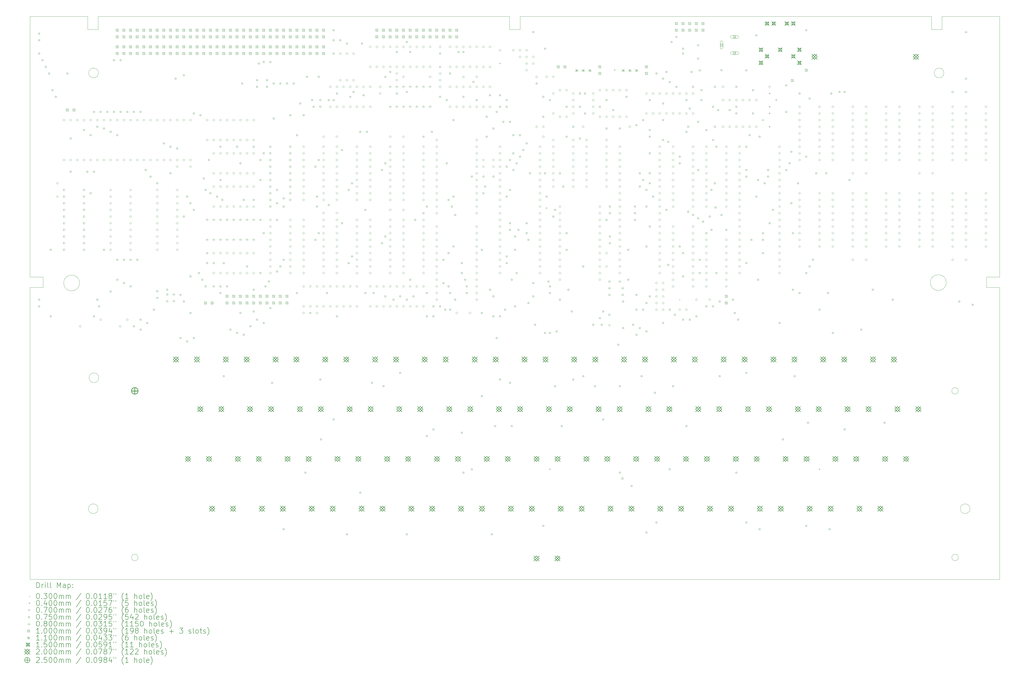
<source format=gbr>
%TF.GenerationSoftware,KiCad,Pcbnew,8.0.4*%
%TF.CreationDate,2024-11-18T10:43:46+00:00*%
%TF.ProjectId,AtomV5Board,41746f6d-5635-4426-9f61-72642e6b6963,rev?*%
%TF.SameCoordinates,Original*%
%TF.FileFunction,Drillmap*%
%TF.FilePolarity,Positive*%
%FSLAX45Y45*%
G04 Gerber Fmt 4.5, Leading zero omitted, Abs format (unit mm)*
G04 Created by KiCad (PCBNEW 8.0.4) date 2024-11-18 10:43:46*
%MOMM*%
%LPD*%
G01*
G04 APERTURE LIST*
%ADD10C,0.050000*%
%ADD11C,0.200000*%
%ADD12C,0.100000*%
%ADD13C,0.110000*%
%ADD14C,0.150000*%
%ADD15C,0.250000*%
G04 APERTURE END LIST*
D10*
X4884000Y-16191250D02*
G75*
G02*
X4514000Y-16191250I-185000J0D01*
G01*
X4514000Y-16191250D02*
G75*
G02*
X4884000Y-16191250I185000J0D01*
G01*
X4459000Y-2392000D02*
X4459000Y-2892000D01*
X20559000Y-2892000D02*
X20959000Y-2892000D01*
X2259000Y-12342000D02*
X2259000Y-2392000D01*
X4859000Y-2392000D02*
X4859000Y-2892000D01*
X39259000Y-23892000D02*
X39259000Y-12742000D01*
X6384000Y-23052000D02*
G75*
G02*
X6134000Y-23052000I-125000J0D01*
G01*
X6134000Y-23052000D02*
G75*
G02*
X6384000Y-23052000I125000J0D01*
G01*
X2759000Y-12342000D02*
X2259000Y-12342000D01*
X2759000Y-12742000D02*
X2759000Y-12342000D01*
X38759000Y-12342000D02*
X39259000Y-12342000D01*
X20959000Y-2892000D02*
X20959000Y-2392000D01*
X20559000Y-2392000D02*
X20559000Y-2892000D01*
X20959000Y-2392000D02*
X29781500Y-2392000D01*
X4859000Y-2392000D02*
X20559000Y-2392000D01*
X2259000Y-2392000D02*
X4459000Y-2392000D01*
X4871300Y-4552000D02*
G75*
G02*
X4501300Y-4552000I-185000J0D01*
G01*
X4501300Y-4552000D02*
G75*
G02*
X4871300Y-4552000I185000J0D01*
G01*
X4149000Y-12573000D02*
G75*
G02*
X3549000Y-12573000I-300000J0D01*
G01*
X3549000Y-12573000D02*
G75*
G02*
X4149000Y-12573000I300000J0D01*
G01*
X39259000Y-12742000D02*
X38759000Y-12742000D01*
X39259000Y-2392000D02*
X37059000Y-2392000D01*
X37059000Y-2392000D02*
X37059000Y-2892000D01*
X37684000Y-16692000D02*
G75*
G02*
X37434000Y-16692000I-125000J0D01*
G01*
X37434000Y-16692000D02*
G75*
G02*
X37684000Y-16692000I125000J0D01*
G01*
X38759000Y-12742000D02*
X38759000Y-12342000D01*
X2259000Y-23892000D02*
X2259000Y-12742000D01*
X2259000Y-12742000D02*
X2759000Y-12742000D01*
X4859000Y-21191250D02*
G75*
G02*
X4489000Y-21191250I-185000J0D01*
G01*
X4489000Y-21191250D02*
G75*
G02*
X4859000Y-21191250I185000J0D01*
G01*
X2259000Y-23892000D02*
X39259000Y-23892000D01*
X37220000Y-12557000D02*
G75*
G02*
X36620000Y-12557000I-300000J0D01*
G01*
X36620000Y-12557000D02*
G75*
G02*
X37220000Y-12557000I300000J0D01*
G01*
X4459000Y-2892000D02*
X4859000Y-2892000D01*
X39259000Y-12342000D02*
X39259000Y-2392000D01*
X37059000Y-2892000D02*
X36659000Y-2892000D01*
X29781500Y-2392000D02*
X36659000Y-2392000D01*
X37134000Y-4552000D02*
G75*
G02*
X36764000Y-4552000I-185000J0D01*
G01*
X36764000Y-4552000D02*
G75*
G02*
X37134000Y-4552000I185000J0D01*
G01*
X38129000Y-21191250D02*
G75*
G02*
X37759000Y-21191250I-185000J0D01*
G01*
X37759000Y-21191250D02*
G75*
G02*
X38129000Y-21191250I185000J0D01*
G01*
X37684000Y-23052000D02*
G75*
G02*
X37434000Y-23052000I-125000J0D01*
G01*
X37434000Y-23052000D02*
G75*
G02*
X37684000Y-23052000I125000J0D01*
G01*
X36659000Y-2392000D02*
X36659000Y-2892000D01*
D11*
D12*
X27036000Y-13193000D02*
X27066000Y-13223000D01*
X27066000Y-13193000D02*
X27036000Y-13223000D01*
X20213000Y-4191000D02*
G75*
G02*
X20173000Y-4191000I-20000J0D01*
G01*
X20173000Y-4191000D02*
G75*
G02*
X20213000Y-4191000I20000J0D01*
G01*
X21991000Y-9715500D02*
G75*
G02*
X21951000Y-9715500I-20000J0D01*
G01*
X21951000Y-9715500D02*
G75*
G02*
X21991000Y-9715500I20000J0D01*
G01*
X22118000Y-19685000D02*
G75*
G02*
X22078000Y-19685000I-20000J0D01*
G01*
X22078000Y-19685000D02*
G75*
G02*
X22118000Y-19685000I20000J0D01*
G01*
X24594500Y-4445000D02*
G75*
G02*
X24554500Y-4445000I-20000J0D01*
G01*
X24554500Y-4445000D02*
G75*
G02*
X24594500Y-4445000I20000J0D01*
G01*
X32405000Y-19685000D02*
G75*
G02*
X32365000Y-19685000I-20000J0D01*
G01*
X32365000Y-19685000D02*
G75*
G02*
X32405000Y-19685000I20000J0D01*
G01*
X30226000Y-6315000D02*
X30226000Y-6385000D01*
X30191000Y-6350000D02*
X30261000Y-6350000D01*
X30480000Y-5299000D02*
X30480000Y-5369000D01*
X30445000Y-5334000D02*
X30515000Y-5334000D01*
X30480000Y-5807000D02*
X30480000Y-5877000D01*
X30445000Y-5842000D02*
X30515000Y-5842000D01*
X30480000Y-6061000D02*
X30480000Y-6131000D01*
X30445000Y-6096000D02*
X30515000Y-6096000D01*
X30480000Y-6569000D02*
X30480000Y-6639000D01*
X30445000Y-6604000D02*
X30515000Y-6604000D01*
X30734000Y-5553000D02*
X30734000Y-5623000D01*
X30699000Y-5588000D02*
X30769000Y-5588000D01*
X2630017Y-3074517D02*
X2630017Y-3021483D01*
X2576983Y-3021483D01*
X2576983Y-3074517D01*
X2630017Y-3074517D01*
X2630017Y-3328517D02*
X2630017Y-3275483D01*
X2576983Y-3275483D01*
X2576983Y-3328517D01*
X2630017Y-3328517D01*
X2630017Y-3836517D02*
X2630017Y-3783483D01*
X2576983Y-3783483D01*
X2576983Y-3836517D01*
X2630017Y-3836517D01*
X2630017Y-13234517D02*
X2630017Y-13181483D01*
X2576983Y-13181483D01*
X2576983Y-13234517D01*
X2630017Y-13234517D01*
X2630017Y-13488517D02*
X2630017Y-13435483D01*
X2576983Y-13435483D01*
X2576983Y-13488517D01*
X2630017Y-13488517D01*
X2757017Y-4090517D02*
X2757017Y-4037483D01*
X2703983Y-4037483D01*
X2703983Y-4090517D01*
X2757017Y-4090517D01*
X2884017Y-4344517D02*
X2884017Y-4291483D01*
X2830983Y-4291483D01*
X2830983Y-4344517D01*
X2884017Y-4344517D01*
X3011017Y-4598517D02*
X3011017Y-4545483D01*
X2957983Y-4545483D01*
X2957983Y-4598517D01*
X3011017Y-4598517D01*
X3074517Y-11329517D02*
X3074517Y-11276483D01*
X3021483Y-11276483D01*
X3021483Y-11329517D01*
X3074517Y-11329517D01*
X3074517Y-13869517D02*
X3074517Y-13816483D01*
X3021483Y-13816483D01*
X3021483Y-13869517D01*
X3074517Y-13869517D01*
X3138017Y-5233517D02*
X3138017Y-5180483D01*
X3084983Y-5180483D01*
X3084983Y-5233517D01*
X3138017Y-5233517D01*
X3265017Y-5487517D02*
X3265017Y-5434483D01*
X3211983Y-5434483D01*
X3211983Y-5487517D01*
X3265017Y-5487517D01*
X3709517Y-4598517D02*
X3709517Y-4545483D01*
X3656483Y-4545483D01*
X3656483Y-4598517D01*
X3709517Y-4598517D01*
X3836517Y-7075017D02*
X3836517Y-7021983D01*
X3783483Y-7021983D01*
X3783483Y-7075017D01*
X3836517Y-7075017D01*
X3836517Y-8345017D02*
X3836517Y-8291983D01*
X3783483Y-8291983D01*
X3783483Y-8345017D01*
X3836517Y-8345017D01*
X4344517Y-6757517D02*
X4344517Y-6704483D01*
X4291483Y-6704483D01*
X4291483Y-6757517D01*
X4344517Y-6757517D01*
X4471517Y-8345017D02*
X4471517Y-8291983D01*
X4418483Y-8291983D01*
X4418483Y-8345017D01*
X4471517Y-8345017D01*
X4598517Y-6948017D02*
X4598517Y-6894983D01*
X4545483Y-6894983D01*
X4545483Y-6948017D01*
X4598517Y-6948017D01*
X4598517Y-9170517D02*
X4598517Y-9117483D01*
X4545483Y-9117483D01*
X4545483Y-9170517D01*
X4598517Y-9170517D01*
X4725517Y-6059017D02*
X4725517Y-6005983D01*
X4672483Y-6005983D01*
X4672483Y-6059017D01*
X4725517Y-6059017D01*
X4725517Y-8345017D02*
X4725517Y-8291983D01*
X4672483Y-8291983D01*
X4672483Y-8345017D01*
X4725517Y-8345017D01*
X4725517Y-13869517D02*
X4725517Y-13816483D01*
X4672483Y-13816483D01*
X4672483Y-13869517D01*
X4725517Y-13869517D01*
X4852517Y-6630517D02*
X4852517Y-6577483D01*
X4799483Y-6577483D01*
X4799483Y-6630517D01*
X4852517Y-6630517D01*
X4852517Y-13234517D02*
X4852517Y-13181483D01*
X4799483Y-13181483D01*
X4799483Y-13234517D01*
X4852517Y-13234517D01*
X4916017Y-13488517D02*
X4916017Y-13435483D01*
X4862983Y-13435483D01*
X4862983Y-13488517D01*
X4916017Y-13488517D01*
X4979517Y-6059017D02*
X4979517Y-6005983D01*
X4926483Y-6005983D01*
X4926483Y-6059017D01*
X4979517Y-6059017D01*
X5106517Y-6694017D02*
X5106517Y-6640983D01*
X5053483Y-6640983D01*
X5053483Y-6694017D01*
X5106517Y-6694017D01*
X5106517Y-11329517D02*
X5106517Y-11276483D01*
X5053483Y-11276483D01*
X5053483Y-11329517D01*
X5106517Y-11329517D01*
X5233517Y-6059017D02*
X5233517Y-6005983D01*
X5180483Y-6005983D01*
X5180483Y-6059017D01*
X5233517Y-6059017D01*
X5360517Y-6821017D02*
X5360517Y-6767983D01*
X5307483Y-6767983D01*
X5307483Y-6821017D01*
X5360517Y-6821017D01*
X5360517Y-12917017D02*
X5360517Y-12863983D01*
X5307483Y-12863983D01*
X5307483Y-12917017D01*
X5360517Y-12917017D01*
X5487517Y-4090517D02*
X5487517Y-4037483D01*
X5434483Y-4037483D01*
X5434483Y-4090517D01*
X5487517Y-4090517D01*
X5487517Y-6059017D02*
X5487517Y-6005983D01*
X5434483Y-6005983D01*
X5434483Y-6059017D01*
X5487517Y-6059017D01*
X5614517Y-6948017D02*
X5614517Y-6894983D01*
X5561483Y-6894983D01*
X5561483Y-6948017D01*
X5614517Y-6948017D01*
X5614517Y-11710517D02*
X5614517Y-11657483D01*
X5561483Y-11657483D01*
X5561483Y-11710517D01*
X5614517Y-11710517D01*
X5614517Y-12472517D02*
X5614517Y-12419483D01*
X5561483Y-12419483D01*
X5561483Y-12472517D01*
X5614517Y-12472517D01*
X5741517Y-4090517D02*
X5741517Y-4037483D01*
X5688483Y-4037483D01*
X5688483Y-4090517D01*
X5741517Y-4090517D01*
X5741517Y-6059017D02*
X5741517Y-6005983D01*
X5688483Y-6005983D01*
X5688483Y-6059017D01*
X5741517Y-6059017D01*
X5868517Y-11710517D02*
X5868517Y-11657483D01*
X5815483Y-11657483D01*
X5815483Y-11710517D01*
X5868517Y-11710517D01*
X5868517Y-12599517D02*
X5868517Y-12546483D01*
X5815483Y-12546483D01*
X5815483Y-12599517D01*
X5868517Y-12599517D01*
X5995517Y-6059017D02*
X5995517Y-6005983D01*
X5942483Y-6005983D01*
X5942483Y-6059017D01*
X5995517Y-6059017D01*
X6122517Y-11710517D02*
X6122517Y-11657483D01*
X6069483Y-11657483D01*
X6069483Y-11710517D01*
X6122517Y-11710517D01*
X6122517Y-12726517D02*
X6122517Y-12673483D01*
X6069483Y-12673483D01*
X6069483Y-12726517D01*
X6122517Y-12726517D01*
X6249517Y-6059017D02*
X6249517Y-6005983D01*
X6196483Y-6005983D01*
X6196483Y-6059017D01*
X6249517Y-6059017D01*
X6249517Y-14250517D02*
X6249517Y-14197483D01*
X6196483Y-14197483D01*
X6196483Y-14250517D01*
X6249517Y-14250517D01*
X6376517Y-11710517D02*
X6376517Y-11657483D01*
X6323483Y-11657483D01*
X6323483Y-11710517D01*
X6376517Y-11710517D01*
X6503517Y-6059017D02*
X6503517Y-6005983D01*
X6450483Y-6005983D01*
X6450483Y-6059017D01*
X6503517Y-6059017D01*
X6503517Y-13996517D02*
X6503517Y-13943483D01*
X6450483Y-13943483D01*
X6450483Y-13996517D01*
X6503517Y-13996517D01*
X6503517Y-14377517D02*
X6503517Y-14324483D01*
X6450483Y-14324483D01*
X6450483Y-14377517D01*
X6503517Y-14377517D01*
X6694017Y-8281517D02*
X6694017Y-8228483D01*
X6640983Y-8228483D01*
X6640983Y-8281517D01*
X6694017Y-8281517D01*
X6757517Y-14123517D02*
X6757517Y-14070483D01*
X6704483Y-14070483D01*
X6704483Y-14123517D01*
X6757517Y-14123517D01*
X6884517Y-8535517D02*
X6884517Y-8482483D01*
X6831483Y-8482483D01*
X6831483Y-8535517D01*
X6884517Y-8535517D01*
X7011517Y-13615517D02*
X7011517Y-13562483D01*
X6958483Y-13562483D01*
X6958483Y-13615517D01*
X7011517Y-13615517D01*
X7138517Y-8789517D02*
X7138517Y-8736483D01*
X7085483Y-8736483D01*
X7085483Y-8789517D01*
X7138517Y-8789517D01*
X7392517Y-7265517D02*
X7392517Y-7212483D01*
X7339483Y-7212483D01*
X7339483Y-7265517D01*
X7392517Y-7265517D01*
X7519517Y-12853517D02*
X7519517Y-12800483D01*
X7466483Y-12800483D01*
X7466483Y-12853517D01*
X7519517Y-12853517D01*
X7646517Y-7392517D02*
X7646517Y-7339483D01*
X7593483Y-7339483D01*
X7593483Y-7392517D01*
X7646517Y-7392517D01*
X7646517Y-8408517D02*
X7646517Y-8355483D01*
X7593483Y-8355483D01*
X7593483Y-8408517D01*
X7646517Y-8408517D01*
X7837017Y-4789017D02*
X7837017Y-4735983D01*
X7783983Y-4735983D01*
X7783983Y-4789017D01*
X7837017Y-4789017D01*
X7900517Y-7456017D02*
X7900517Y-7402983D01*
X7847483Y-7402983D01*
X7847483Y-7456017D01*
X7900517Y-7456017D01*
X8027517Y-13044017D02*
X8027517Y-12990983D01*
X7974483Y-12990983D01*
X7974483Y-13044017D01*
X8027517Y-13044017D01*
X8027517Y-14695017D02*
X8027517Y-14641983D01*
X7974483Y-14641983D01*
X7974483Y-14695017D01*
X8027517Y-14695017D01*
X8154517Y-4662017D02*
X8154517Y-4608983D01*
X8101483Y-4608983D01*
X8101483Y-4662017D01*
X8154517Y-4662017D01*
X8154517Y-10059517D02*
X8154517Y-10006483D01*
X8101483Y-10006483D01*
X8101483Y-10059517D01*
X8154517Y-10059517D01*
X8154517Y-13298017D02*
X8154517Y-13244983D01*
X8101483Y-13244983D01*
X8101483Y-13298017D01*
X8154517Y-13298017D01*
X8281517Y-9297517D02*
X8281517Y-9244483D01*
X8228483Y-9244483D01*
X8228483Y-9297517D01*
X8281517Y-9297517D01*
X8281517Y-14822017D02*
X8281517Y-14768983D01*
X8228483Y-14768983D01*
X8228483Y-14822017D01*
X8281517Y-14822017D01*
X8408517Y-9551517D02*
X8408517Y-9498483D01*
X8355483Y-9498483D01*
X8355483Y-9551517D01*
X8408517Y-9551517D01*
X8408517Y-12345517D02*
X8408517Y-12292483D01*
X8355483Y-12292483D01*
X8355483Y-12345517D01*
X8408517Y-12345517D01*
X8408517Y-13742517D02*
X8408517Y-13689483D01*
X8355483Y-13689483D01*
X8355483Y-13742517D01*
X8408517Y-13742517D01*
X8535517Y-6122517D02*
X8535517Y-6069483D01*
X8482483Y-6069483D01*
X8482483Y-6122517D01*
X8535517Y-6122517D01*
X8535517Y-9805517D02*
X8535517Y-9752483D01*
X8482483Y-9752483D01*
X8482483Y-9805517D01*
X8535517Y-9805517D01*
X8535517Y-14695017D02*
X8535517Y-14641983D01*
X8482483Y-14641983D01*
X8482483Y-14695017D01*
X8535517Y-14695017D01*
X8726017Y-12218517D02*
X8726017Y-12165483D01*
X8672983Y-12165483D01*
X8672983Y-12218517D01*
X8726017Y-12218517D01*
X8789517Y-6186017D02*
X8789517Y-6132983D01*
X8736483Y-6132983D01*
X8736483Y-6186017D01*
X8789517Y-6186017D01*
X8853017Y-12472517D02*
X8853017Y-12419483D01*
X8799983Y-12419483D01*
X8799983Y-12472517D01*
X8853017Y-12472517D01*
X8916517Y-8599017D02*
X8916517Y-8545983D01*
X8863483Y-8545983D01*
X8863483Y-8599017D01*
X8916517Y-8599017D01*
X8980017Y-9043517D02*
X8980017Y-8990483D01*
X8926983Y-8990483D01*
X8926983Y-9043517D01*
X8980017Y-9043517D01*
X8980017Y-12726517D02*
X8980017Y-12673483D01*
X8926983Y-12673483D01*
X8926983Y-12726517D01*
X8980017Y-12726517D01*
X9043517Y-11456517D02*
X9043517Y-11403483D01*
X8990483Y-11403483D01*
X8990483Y-11456517D01*
X9043517Y-11456517D01*
X9043517Y-11837517D02*
X9043517Y-11784483D01*
X8990483Y-11784483D01*
X8990483Y-11837517D01*
X9043517Y-11837517D01*
X9107017Y-7900517D02*
X9107017Y-7847483D01*
X9053983Y-7847483D01*
X9053983Y-7900517D01*
X9107017Y-7900517D01*
X9170517Y-9170517D02*
X9170517Y-9117483D01*
X9117483Y-9117483D01*
X9117483Y-9170517D01*
X9170517Y-9170517D01*
X9297517Y-11837517D02*
X9297517Y-11784483D01*
X9244483Y-11784483D01*
X9244483Y-11837517D01*
X9297517Y-11837517D01*
X9297517Y-12726517D02*
X9297517Y-12673483D01*
X9244483Y-12673483D01*
X9244483Y-12726517D01*
X9297517Y-12726517D01*
X9424517Y-9297517D02*
X9424517Y-9244483D01*
X9371483Y-9244483D01*
X9371483Y-9297517D01*
X9424517Y-9297517D01*
X9551517Y-7392517D02*
X9551517Y-7339483D01*
X9498483Y-7339483D01*
X9498483Y-7392517D01*
X9551517Y-7392517D01*
X9551517Y-8662517D02*
X9551517Y-8609483D01*
X9498483Y-8609483D01*
X9498483Y-8662517D01*
X9551517Y-8662517D01*
X9551517Y-12726517D02*
X9551517Y-12673483D01*
X9498483Y-12673483D01*
X9498483Y-12726517D01*
X9551517Y-12726517D01*
X9551517Y-12980517D02*
X9551517Y-12927483D01*
X9498483Y-12927483D01*
X9498483Y-12980517D01*
X9551517Y-12980517D01*
X9615017Y-9424517D02*
X9615017Y-9371483D01*
X9561983Y-9371483D01*
X9561983Y-9424517D01*
X9615017Y-9424517D01*
X9678517Y-11837517D02*
X9678517Y-11784483D01*
X9625483Y-11784483D01*
X9625483Y-11837517D01*
X9678517Y-11837517D01*
X9678517Y-16155517D02*
X9678517Y-16102483D01*
X9625483Y-16102483D01*
X9625483Y-16155517D01*
X9678517Y-16155517D01*
X9805517Y-12726517D02*
X9805517Y-12673483D01*
X9752483Y-12673483D01*
X9752483Y-12726517D01*
X9805517Y-12726517D01*
X9932517Y-14377517D02*
X9932517Y-14324483D01*
X9879483Y-14324483D01*
X9879483Y-14377517D01*
X9932517Y-14377517D01*
X10186517Y-7392517D02*
X10186517Y-7339483D01*
X10133483Y-7339483D01*
X10133483Y-7392517D01*
X10186517Y-7392517D01*
X10186517Y-14504517D02*
X10186517Y-14451483D01*
X10133483Y-14451483D01*
X10133483Y-14504517D01*
X10186517Y-14504517D01*
X10313517Y-8027517D02*
X10313517Y-7974483D01*
X10260483Y-7974483D01*
X10260483Y-8027517D01*
X10313517Y-8027517D01*
X10313517Y-13742517D02*
X10313517Y-13689483D01*
X10260483Y-13689483D01*
X10260483Y-13742517D01*
X10313517Y-13742517D01*
X10377017Y-4979517D02*
X10377017Y-4926483D01*
X10323983Y-4926483D01*
X10323983Y-4979517D01*
X10377017Y-4979517D01*
X10440517Y-9424517D02*
X10440517Y-9371483D01*
X10387483Y-9371483D01*
X10387483Y-9424517D01*
X10440517Y-9424517D01*
X10440517Y-14568017D02*
X10440517Y-14514983D01*
X10387483Y-14514983D01*
X10387483Y-14568017D01*
X10440517Y-14568017D01*
X10567517Y-11964517D02*
X10567517Y-11911483D01*
X10514483Y-11911483D01*
X10514483Y-11964517D01*
X10567517Y-11964517D01*
X10694517Y-14250517D02*
X10694517Y-14197483D01*
X10641483Y-14197483D01*
X10641483Y-14250517D01*
X10694517Y-14250517D01*
X10821517Y-7392517D02*
X10821517Y-7339483D01*
X10768483Y-7339483D01*
X10768483Y-7392517D01*
X10821517Y-7392517D01*
X10821517Y-9424517D02*
X10821517Y-9371483D01*
X10768483Y-9371483D01*
X10768483Y-9424517D01*
X10821517Y-9424517D01*
X10821517Y-12853517D02*
X10821517Y-12800483D01*
X10768483Y-12800483D01*
X10768483Y-12853517D01*
X10821517Y-12853517D01*
X10821517Y-13679017D02*
X10821517Y-13625983D01*
X10768483Y-13625983D01*
X10768483Y-13679017D01*
X10821517Y-13679017D01*
X10948517Y-4852517D02*
X10948517Y-4799483D01*
X10895483Y-4799483D01*
X10895483Y-4852517D01*
X10948517Y-4852517D01*
X10948517Y-5106517D02*
X10948517Y-5053483D01*
X10895483Y-5053483D01*
X10895483Y-5106517D01*
X10948517Y-5106517D01*
X10948517Y-13996517D02*
X10948517Y-13943483D01*
X10895483Y-13943483D01*
X10895483Y-13996517D01*
X10948517Y-13996517D01*
X11012017Y-4217517D02*
X11012017Y-4164483D01*
X10958983Y-4164483D01*
X10958983Y-4217517D01*
X11012017Y-4217517D01*
X11075517Y-7900517D02*
X11075517Y-7847483D01*
X11022483Y-7847483D01*
X11022483Y-7900517D01*
X11075517Y-7900517D01*
X11075517Y-8662517D02*
X11075517Y-8609483D01*
X11022483Y-8609483D01*
X11022483Y-8662517D01*
X11075517Y-8662517D01*
X11075517Y-10186517D02*
X11075517Y-10133483D01*
X11022483Y-10133483D01*
X11022483Y-10186517D01*
X11075517Y-10186517D01*
X11075517Y-12218517D02*
X11075517Y-12165483D01*
X11022483Y-12165483D01*
X11022483Y-12218517D01*
X11075517Y-12218517D01*
X11202517Y-4154017D02*
X11202517Y-4100983D01*
X11149483Y-4100983D01*
X11149483Y-4154017D01*
X11202517Y-4154017D01*
X11202517Y-7646517D02*
X11202517Y-7593483D01*
X11149483Y-7593483D01*
X11149483Y-7646517D01*
X11202517Y-7646517D01*
X11202517Y-10694517D02*
X11202517Y-10641483D01*
X11149483Y-10641483D01*
X11149483Y-10694517D01*
X11202517Y-10694517D01*
X11202517Y-14123517D02*
X11202517Y-14070483D01*
X11149483Y-14070483D01*
X11149483Y-14123517D01*
X11202517Y-14123517D01*
X11266017Y-12726517D02*
X11266017Y-12673483D01*
X11212983Y-12673483D01*
X11212983Y-12726517D01*
X11266017Y-12726517D01*
X11329517Y-4852517D02*
X11329517Y-4799483D01*
X11276483Y-4799483D01*
X11276483Y-4852517D01*
X11329517Y-4852517D01*
X11329517Y-5106517D02*
X11329517Y-5053483D01*
X11276483Y-5053483D01*
X11276483Y-5106517D01*
X11329517Y-5106517D01*
X11393017Y-12536017D02*
X11393017Y-12482983D01*
X11339983Y-12482983D01*
X11339983Y-12536017D01*
X11393017Y-12536017D01*
X11456517Y-4154017D02*
X11456517Y-4100983D01*
X11403483Y-4100983D01*
X11403483Y-4154017D01*
X11456517Y-4154017D01*
X11456517Y-9678517D02*
X11456517Y-9625483D01*
X11403483Y-9625483D01*
X11403483Y-9678517D01*
X11456517Y-9678517D01*
X11456517Y-13552017D02*
X11456517Y-13498983D01*
X11403483Y-13498983D01*
X11403483Y-13552017D01*
X11456517Y-13552017D01*
X11520017Y-16409517D02*
X11520017Y-16356483D01*
X11466983Y-16356483D01*
X11466983Y-16409517D01*
X11520017Y-16409517D01*
X11583517Y-4979517D02*
X11583517Y-4926483D01*
X11530483Y-4926483D01*
X11530483Y-4979517D01*
X11583517Y-4979517D01*
X11583517Y-6313017D02*
X11583517Y-6259983D01*
X11530483Y-6259983D01*
X11530483Y-6313017D01*
X11583517Y-6313017D01*
X11710517Y-9043517D02*
X11710517Y-8990483D01*
X11657483Y-8990483D01*
X11657483Y-9043517D01*
X11710517Y-9043517D01*
X11710517Y-9551517D02*
X11710517Y-9498483D01*
X11657483Y-9498483D01*
X11657483Y-9551517D01*
X11710517Y-9551517D01*
X11710517Y-10186517D02*
X11710517Y-10133483D01*
X11657483Y-10133483D01*
X11657483Y-10186517D01*
X11710517Y-10186517D01*
X11710517Y-12155017D02*
X11710517Y-12101983D01*
X11657483Y-12101983D01*
X11657483Y-12155017D01*
X11710517Y-12155017D01*
X11837517Y-4979517D02*
X11837517Y-4926483D01*
X11784483Y-4926483D01*
X11784483Y-4979517D01*
X11837517Y-4979517D01*
X11837517Y-11964517D02*
X11837517Y-11911483D01*
X11784483Y-11911483D01*
X11784483Y-11964517D01*
X11837517Y-11964517D01*
X11964517Y-9361017D02*
X11964517Y-9307983D01*
X11911483Y-9307983D01*
X11911483Y-9361017D01*
X11964517Y-9361017D01*
X11964517Y-9678517D02*
X11964517Y-9625483D01*
X11911483Y-9625483D01*
X11911483Y-9678517D01*
X11964517Y-9678517D01*
X11964517Y-11710517D02*
X11964517Y-11657483D01*
X11911483Y-11657483D01*
X11911483Y-11710517D01*
X11964517Y-11710517D01*
X11964517Y-21997517D02*
X11964517Y-21944483D01*
X11911483Y-21944483D01*
X11911483Y-21997517D01*
X11964517Y-21997517D01*
X12091517Y-4979517D02*
X12091517Y-4926483D01*
X12038483Y-4926483D01*
X12038483Y-4979517D01*
X12091517Y-4979517D01*
X12218517Y-6186017D02*
X12218517Y-6132983D01*
X12165483Y-6132983D01*
X12165483Y-6186017D01*
X12218517Y-6186017D01*
X12345517Y-4979517D02*
X12345517Y-4926483D01*
X12292483Y-4926483D01*
X12292483Y-4979517D01*
X12345517Y-4979517D01*
X12472517Y-6948017D02*
X12472517Y-6894983D01*
X12419483Y-6894983D01*
X12419483Y-6948017D01*
X12472517Y-6948017D01*
X12472517Y-12980517D02*
X12472517Y-12927483D01*
X12419483Y-12927483D01*
X12419483Y-12980517D01*
X12472517Y-12980517D01*
X12599517Y-5741517D02*
X12599517Y-5688483D01*
X12546483Y-5688483D01*
X12546483Y-5741517D01*
X12599517Y-5741517D01*
X12726517Y-6186017D02*
X12726517Y-6132983D01*
X12673483Y-6132983D01*
X12673483Y-6186017D01*
X12726517Y-6186017D01*
X12790017Y-19838517D02*
X12790017Y-19785483D01*
X12736983Y-19785483D01*
X12736983Y-19838517D01*
X12790017Y-19838517D01*
X12853517Y-4725517D02*
X12853517Y-4672483D01*
X12800483Y-4672483D01*
X12800483Y-4725517D01*
X12853517Y-4725517D01*
X12980517Y-13742517D02*
X12980517Y-13689483D01*
X12927483Y-13689483D01*
X12927483Y-13742517D01*
X12980517Y-13742517D01*
X13044017Y-5614517D02*
X13044017Y-5561483D01*
X12990983Y-5561483D01*
X12990983Y-5614517D01*
X13044017Y-5614517D01*
X13107517Y-5868517D02*
X13107517Y-5815483D01*
X13054483Y-5815483D01*
X13054483Y-5868517D01*
X13107517Y-5868517D01*
X13171017Y-8154517D02*
X13171017Y-8101483D01*
X13117983Y-8101483D01*
X13117983Y-8154517D01*
X13171017Y-8154517D01*
X13171017Y-10948517D02*
X13171017Y-10895483D01*
X13117983Y-10895483D01*
X13117983Y-10948517D01*
X13171017Y-10948517D01*
X13234517Y-9297517D02*
X13234517Y-9244483D01*
X13181483Y-9244483D01*
X13181483Y-9297517D01*
X13234517Y-9297517D01*
X13234517Y-9678517D02*
X13234517Y-9625483D01*
X13181483Y-9625483D01*
X13181483Y-9678517D01*
X13234517Y-9678517D01*
X13298017Y-4725517D02*
X13298017Y-4672483D01*
X13244983Y-4672483D01*
X13244983Y-4725517D01*
X13298017Y-4725517D01*
X13298017Y-7900517D02*
X13298017Y-7847483D01*
X13244983Y-7847483D01*
X13244983Y-7900517D01*
X13298017Y-7900517D01*
X13298017Y-10694517D02*
X13298017Y-10641483D01*
X13244983Y-10641483D01*
X13244983Y-10694517D01*
X13298017Y-10694517D01*
X13361517Y-16282517D02*
X13361517Y-16229483D01*
X13308483Y-16229483D01*
X13308483Y-16282517D01*
X13361517Y-16282517D01*
X13386517Y-18568517D02*
X13386517Y-18515483D01*
X13333483Y-18515483D01*
X13333483Y-18568517D01*
X13386517Y-18568517D01*
X13615517Y-12980517D02*
X13615517Y-12927483D01*
X13562483Y-12927483D01*
X13562483Y-12980517D01*
X13615517Y-12980517D01*
X13679017Y-5614517D02*
X13679017Y-5561483D01*
X13625983Y-5561483D01*
X13625983Y-5614517D01*
X13679017Y-5614517D01*
X13679017Y-9615017D02*
X13679017Y-9561983D01*
X13625983Y-9561983D01*
X13625983Y-9615017D01*
X13679017Y-9615017D01*
X13869517Y-2947517D02*
X13869517Y-2894483D01*
X13816483Y-2894483D01*
X13816483Y-2947517D01*
X13869517Y-2947517D01*
X13869517Y-3328517D02*
X13869517Y-3275483D01*
X13816483Y-3275483D01*
X13816483Y-3328517D01*
X13869517Y-3328517D01*
X13869517Y-3836517D02*
X13869517Y-3783483D01*
X13816483Y-3783483D01*
X13816483Y-3836517D01*
X13869517Y-3836517D01*
X13869517Y-5614517D02*
X13869517Y-5561483D01*
X13816483Y-5561483D01*
X13816483Y-5614517D01*
X13869517Y-5614517D01*
X13869517Y-17806517D02*
X13869517Y-17753483D01*
X13816483Y-17753483D01*
X13816483Y-17806517D01*
X13869517Y-17806517D01*
X13996517Y-5360517D02*
X13996517Y-5307483D01*
X13943483Y-5307483D01*
X13943483Y-5360517D01*
X13996517Y-5360517D01*
X13996517Y-13869517D02*
X13996517Y-13816483D01*
X13943483Y-13816483D01*
X13943483Y-13869517D01*
X13996517Y-13869517D01*
X14123517Y-3328517D02*
X14123517Y-3275483D01*
X14070483Y-3275483D01*
X14070483Y-3328517D01*
X14123517Y-3328517D01*
X14187017Y-7519517D02*
X14187017Y-7466483D01*
X14133983Y-7466483D01*
X14133983Y-7519517D01*
X14187017Y-7519517D01*
X14187017Y-10313517D02*
X14187017Y-10260483D01*
X14133983Y-10260483D01*
X14133983Y-10313517D01*
X14187017Y-10313517D01*
X14377517Y-3455517D02*
X14377517Y-3402483D01*
X14324483Y-3402483D01*
X14324483Y-3455517D01*
X14377517Y-3455517D01*
X14377517Y-22188017D02*
X14377517Y-22134983D01*
X14324483Y-22134983D01*
X14324483Y-22188017D01*
X14377517Y-22188017D01*
X14441017Y-9043517D02*
X14441017Y-8990483D01*
X14387983Y-8990483D01*
X14387983Y-9043517D01*
X14441017Y-9043517D01*
X14441017Y-11837517D02*
X14441017Y-11784483D01*
X14387983Y-11784483D01*
X14387983Y-11837517D01*
X14441017Y-11837517D01*
X14504517Y-5487517D02*
X14504517Y-5434483D01*
X14451483Y-5434483D01*
X14451483Y-5487517D01*
X14504517Y-5487517D01*
X14568017Y-8789517D02*
X14568017Y-8736483D01*
X14514983Y-8736483D01*
X14514983Y-8789517D01*
X14568017Y-8789517D01*
X14568017Y-11583517D02*
X14568017Y-11530483D01*
X14514983Y-11530483D01*
X14514983Y-11583517D01*
X14568017Y-11583517D01*
X14631517Y-5297017D02*
X14631517Y-5243983D01*
X14578483Y-5243983D01*
X14578483Y-5297017D01*
X14631517Y-5297017D01*
X14885517Y-6821017D02*
X14885517Y-6767983D01*
X14832483Y-6767983D01*
X14832483Y-6821017D01*
X14885517Y-6821017D01*
X14885517Y-20600517D02*
X14885517Y-20547483D01*
X14832483Y-20547483D01*
X14832483Y-20600517D01*
X14885517Y-20600517D01*
X14949017Y-3455517D02*
X14949017Y-3402483D01*
X14895983Y-3402483D01*
X14895983Y-3455517D01*
X14949017Y-3455517D01*
X15012517Y-5424017D02*
X15012517Y-5370983D01*
X14959483Y-5370983D01*
X14959483Y-5424017D01*
X15012517Y-5424017D01*
X15076017Y-9805517D02*
X15076017Y-9752483D01*
X15022983Y-9752483D01*
X15022983Y-9805517D01*
X15076017Y-9805517D01*
X15076017Y-12980517D02*
X15076017Y-12927483D01*
X15022983Y-12927483D01*
X15022983Y-12980517D01*
X15076017Y-12980517D01*
X15139517Y-6821017D02*
X15139517Y-6767983D01*
X15086483Y-6767983D01*
X15086483Y-6821017D01*
X15139517Y-6821017D01*
X15330017Y-16409517D02*
X15330017Y-16356483D01*
X15276983Y-16356483D01*
X15276983Y-16409517D01*
X15330017Y-16409517D01*
X15393517Y-12980517D02*
X15393517Y-12927483D01*
X15340483Y-12927483D01*
X15340483Y-12980517D01*
X15393517Y-12980517D01*
X15711017Y-8281517D02*
X15711017Y-8228483D01*
X15657983Y-8228483D01*
X15657983Y-8281517D01*
X15711017Y-8281517D01*
X15711017Y-11075517D02*
X15711017Y-11022483D01*
X15657983Y-11022483D01*
X15657983Y-11075517D01*
X15711017Y-11075517D01*
X15774517Y-16536517D02*
X15774517Y-16483483D01*
X15721483Y-16483483D01*
X15721483Y-16536517D01*
X15774517Y-16536517D01*
X15838017Y-4725517D02*
X15838017Y-4672483D01*
X15784983Y-4672483D01*
X15784983Y-4725517D01*
X15838017Y-4725517D01*
X15838017Y-8027517D02*
X15838017Y-7974483D01*
X15784983Y-7974483D01*
X15784983Y-8027517D01*
X15838017Y-8027517D01*
X15838017Y-10821517D02*
X15838017Y-10768483D01*
X15784983Y-10768483D01*
X15784983Y-10821517D01*
X15838017Y-10821517D01*
X15838017Y-13107517D02*
X15838017Y-13054483D01*
X15784983Y-13054483D01*
X15784983Y-13107517D01*
X15838017Y-13107517D01*
X16028517Y-4535017D02*
X16028517Y-4481983D01*
X15975483Y-4481983D01*
X15975483Y-4535017D01*
X16028517Y-4535017D01*
X16155517Y-13234517D02*
X16155517Y-13181483D01*
X16102483Y-13181483D01*
X16102483Y-13234517D01*
X16155517Y-13234517D01*
X16282517Y-3773017D02*
X16282517Y-3719983D01*
X16229483Y-3719983D01*
X16229483Y-3773017D01*
X16282517Y-3773017D01*
X16282517Y-5360517D02*
X16282517Y-5307483D01*
X16229483Y-5307483D01*
X16229483Y-5360517D01*
X16282517Y-5360517D01*
X16409517Y-13107517D02*
X16409517Y-13054483D01*
X16356483Y-13054483D01*
X16356483Y-13107517D01*
X16409517Y-13107517D01*
X16409517Y-16028517D02*
X16409517Y-15975483D01*
X16356483Y-15975483D01*
X16356483Y-16028517D01*
X16409517Y-16028517D01*
X16663517Y-3392017D02*
X16663517Y-3338983D01*
X16610483Y-3338983D01*
X16610483Y-3392017D01*
X16663517Y-3392017D01*
X16663517Y-5297017D02*
X16663517Y-5243983D01*
X16610483Y-5243983D01*
X16610483Y-5297017D01*
X16663517Y-5297017D01*
X16663517Y-13234517D02*
X16663517Y-13181483D01*
X16610483Y-13181483D01*
X16610483Y-13234517D01*
X16663517Y-13234517D01*
X16663517Y-22188017D02*
X16663517Y-22134983D01*
X16610483Y-22134983D01*
X16610483Y-22188017D01*
X16663517Y-22188017D01*
X16790517Y-3773017D02*
X16790517Y-3719983D01*
X16737483Y-3719983D01*
X16737483Y-3773017D01*
X16790517Y-3773017D01*
X16790517Y-12472517D02*
X16790517Y-12419483D01*
X16737483Y-12419483D01*
X16737483Y-12472517D01*
X16790517Y-12472517D01*
X16917517Y-13107517D02*
X16917517Y-13054483D01*
X16864483Y-13054483D01*
X16864483Y-13107517D01*
X16917517Y-13107517D01*
X16981017Y-10186517D02*
X16981017Y-10133483D01*
X16927983Y-10133483D01*
X16927983Y-10186517D01*
X16981017Y-10186517D01*
X17298517Y-7011517D02*
X17298517Y-6958483D01*
X17245483Y-6958483D01*
X17245483Y-7011517D01*
X17298517Y-7011517D01*
X17298517Y-9932517D02*
X17298517Y-9879483D01*
X17245483Y-9879483D01*
X17245483Y-9932517D01*
X17298517Y-9932517D01*
X17425517Y-9678517D02*
X17425517Y-9625483D01*
X17372483Y-9625483D01*
X17372483Y-9678517D01*
X17425517Y-9678517D01*
X17425517Y-12980517D02*
X17425517Y-12927483D01*
X17372483Y-12927483D01*
X17372483Y-12980517D01*
X17425517Y-12980517D01*
X17425517Y-13869517D02*
X17425517Y-13816483D01*
X17372483Y-13816483D01*
X17372483Y-13869517D01*
X17425517Y-13869517D01*
X17425517Y-18441517D02*
X17425517Y-18388483D01*
X17372483Y-18388483D01*
X17372483Y-18441517D01*
X17425517Y-18441517D01*
X17616017Y-6821017D02*
X17616017Y-6767983D01*
X17562983Y-6767983D01*
X17562983Y-6821017D01*
X17616017Y-6821017D01*
X17679517Y-13488517D02*
X17679517Y-13435483D01*
X17626483Y-13435483D01*
X17626483Y-13488517D01*
X17679517Y-13488517D01*
X17679517Y-13869517D02*
X17679517Y-13816483D01*
X17626483Y-13816483D01*
X17626483Y-13869517D01*
X17679517Y-13869517D01*
X17679517Y-18187517D02*
X17679517Y-18134483D01*
X17626483Y-18134483D01*
X17626483Y-18187517D01*
X17679517Y-18187517D01*
X17933517Y-3836517D02*
X17933517Y-3783483D01*
X17880483Y-3783483D01*
X17880483Y-3836517D01*
X17933517Y-3836517D01*
X17933517Y-4344517D02*
X17933517Y-4291483D01*
X17880483Y-4291483D01*
X17880483Y-4344517D01*
X17933517Y-4344517D01*
X17933517Y-5487517D02*
X17933517Y-5434483D01*
X17880483Y-5434483D01*
X17880483Y-5487517D01*
X17933517Y-5487517D01*
X17933517Y-13488517D02*
X17933517Y-13435483D01*
X17880483Y-13435483D01*
X17880483Y-13488517D01*
X17933517Y-13488517D01*
X18060517Y-11710517D02*
X18060517Y-11657483D01*
X18007483Y-11657483D01*
X18007483Y-11710517D01*
X18060517Y-11710517D01*
X18060517Y-12599517D02*
X18060517Y-12546483D01*
X18007483Y-12546483D01*
X18007483Y-12599517D01*
X18060517Y-12599517D01*
X18124017Y-13615517D02*
X18124017Y-13562483D01*
X18070983Y-13562483D01*
X18070983Y-13615517D01*
X18124017Y-13615517D01*
X18187517Y-5614517D02*
X18187517Y-5561483D01*
X18134483Y-5561483D01*
X18134483Y-5614517D01*
X18187517Y-5614517D01*
X18187517Y-8027517D02*
X18187517Y-7974483D01*
X18134483Y-7974483D01*
X18134483Y-8027517D01*
X18187517Y-8027517D01*
X18251017Y-9424517D02*
X18251017Y-9371483D01*
X18197983Y-9371483D01*
X18197983Y-9424517D01*
X18251017Y-9424517D01*
X18251017Y-11456517D02*
X18251017Y-11403483D01*
X18197983Y-11403483D01*
X18197983Y-11456517D01*
X18251017Y-11456517D01*
X18251017Y-12726517D02*
X18251017Y-12673483D01*
X18197983Y-12673483D01*
X18197983Y-12726517D01*
X18251017Y-12726517D01*
X18314517Y-4598517D02*
X18314517Y-4545483D01*
X18261483Y-4545483D01*
X18261483Y-4598517D01*
X18314517Y-4598517D01*
X18314517Y-12980517D02*
X18314517Y-12927483D01*
X18261483Y-12927483D01*
X18261483Y-12980517D01*
X18314517Y-12980517D01*
X18314517Y-13615517D02*
X18314517Y-13562483D01*
X18261483Y-13562483D01*
X18261483Y-13615517D01*
X18314517Y-13615517D01*
X18378017Y-9678517D02*
X18378017Y-9625483D01*
X18324983Y-9625483D01*
X18324983Y-9678517D01*
X18378017Y-9678517D01*
X18441517Y-6376517D02*
X18441517Y-6323483D01*
X18388483Y-6323483D01*
X18388483Y-6376517D01*
X18441517Y-6376517D01*
X18441517Y-9297517D02*
X18441517Y-9244483D01*
X18388483Y-9244483D01*
X18388483Y-9297517D01*
X18441517Y-9297517D01*
X18441517Y-11202517D02*
X18441517Y-11149483D01*
X18388483Y-11149483D01*
X18388483Y-11202517D01*
X18441517Y-11202517D01*
X18505017Y-9996017D02*
X18505017Y-9942983D01*
X18451983Y-9942983D01*
X18451983Y-9996017D01*
X18505017Y-9996017D01*
X18505017Y-13234517D02*
X18505017Y-13181483D01*
X18451983Y-13181483D01*
X18451983Y-13234517D01*
X18505017Y-13234517D01*
X18632017Y-3773017D02*
X18632017Y-3719983D01*
X18578983Y-3719983D01*
X18578983Y-3773017D01*
X18632017Y-3773017D01*
X18759017Y-11837517D02*
X18759017Y-11784483D01*
X18705983Y-11784483D01*
X18705983Y-11837517D01*
X18759017Y-11837517D01*
X18759017Y-12218517D02*
X18759017Y-12165483D01*
X18705983Y-12165483D01*
X18705983Y-12218517D01*
X18759017Y-12218517D01*
X18759017Y-18314517D02*
X18759017Y-18261483D01*
X18705983Y-18261483D01*
X18705983Y-18314517D01*
X18759017Y-18314517D01*
X18822517Y-3773017D02*
X18822517Y-3719983D01*
X18769483Y-3719983D01*
X18769483Y-3773017D01*
X18822517Y-3773017D01*
X18822517Y-5487517D02*
X18822517Y-5434483D01*
X18769483Y-5434483D01*
X18769483Y-5487517D01*
X18822517Y-5487517D01*
X18822517Y-19838517D02*
X18822517Y-19785483D01*
X18769483Y-19785483D01*
X18769483Y-19838517D01*
X18822517Y-19838517D01*
X18886017Y-12472517D02*
X18886017Y-12419483D01*
X18832983Y-12419483D01*
X18832983Y-12472517D01*
X18886017Y-12472517D01*
X18949517Y-12726517D02*
X18949517Y-12673483D01*
X18896483Y-12673483D01*
X18896483Y-12726517D01*
X18949517Y-12726517D01*
X18949517Y-12980517D02*
X18949517Y-12927483D01*
X18896483Y-12927483D01*
X18896483Y-12980517D01*
X18949517Y-12980517D01*
X19140017Y-8535517D02*
X19140017Y-8482483D01*
X19086983Y-8482483D01*
X19086983Y-8535517D01*
X19140017Y-8535517D01*
X19140017Y-19711517D02*
X19140017Y-19658483D01*
X19086983Y-19658483D01*
X19086983Y-19711517D01*
X19140017Y-19711517D01*
X19203517Y-4916017D02*
X19203517Y-4862983D01*
X19150483Y-4862983D01*
X19150483Y-4916017D01*
X19203517Y-4916017D01*
X19330517Y-5614517D02*
X19330517Y-5561483D01*
X19277483Y-5561483D01*
X19277483Y-5614517D01*
X19330517Y-5614517D01*
X19521017Y-11329517D02*
X19521017Y-11276483D01*
X19467983Y-11276483D01*
X19467983Y-11329517D01*
X19521017Y-11329517D01*
X19521017Y-13742517D02*
X19521017Y-13689483D01*
X19467983Y-13689483D01*
X19467983Y-13742517D01*
X19521017Y-13742517D01*
X19521017Y-16917517D02*
X19521017Y-16864483D01*
X19467983Y-16864483D01*
X19467983Y-16917517D01*
X19521017Y-16917517D01*
X19584517Y-9170517D02*
X19584517Y-9117483D01*
X19531483Y-9117483D01*
X19531483Y-9170517D01*
X19584517Y-9170517D01*
X19648017Y-8916517D02*
X19648017Y-8863483D01*
X19594983Y-8863483D01*
X19594983Y-8916517D01*
X19648017Y-8916517D01*
X19711517Y-6249517D02*
X19711517Y-6196483D01*
X19658483Y-6196483D01*
X19658483Y-6249517D01*
X19711517Y-6249517D01*
X19711517Y-7011517D02*
X19711517Y-6958483D01*
X19658483Y-6958483D01*
X19658483Y-7011517D01*
X19711517Y-7011517D01*
X19838517Y-5424017D02*
X19838517Y-5370983D01*
X19785483Y-5370983D01*
X19785483Y-5424017D01*
X19838517Y-5424017D01*
X19838517Y-12853517D02*
X19838517Y-12800483D01*
X19785483Y-12800483D01*
X19785483Y-12853517D01*
X19838517Y-12853517D01*
X19902017Y-22188017D02*
X19902017Y-22134983D01*
X19848983Y-22134983D01*
X19848983Y-22188017D01*
X19902017Y-22188017D01*
X19965517Y-6694017D02*
X19965517Y-6640983D01*
X19912483Y-6640983D01*
X19912483Y-6694017D01*
X19965517Y-6694017D01*
X19965517Y-13107517D02*
X19965517Y-13054483D01*
X19912483Y-13054483D01*
X19912483Y-13107517D01*
X19965517Y-13107517D01*
X19965517Y-13869517D02*
X19965517Y-13816483D01*
X19912483Y-13816483D01*
X19912483Y-13869517D01*
X19965517Y-13869517D01*
X20029017Y-18060517D02*
X20029017Y-18007483D01*
X19975983Y-18007483D01*
X19975983Y-18060517D01*
X20029017Y-18060517D01*
X20092517Y-6059017D02*
X20092517Y-6005983D01*
X20039483Y-6005983D01*
X20039483Y-6059017D01*
X20092517Y-6059017D01*
X20092517Y-14695017D02*
X20092517Y-14641983D01*
X20039483Y-14641983D01*
X20039483Y-14695017D01*
X20092517Y-14695017D01*
X20219517Y-5424017D02*
X20219517Y-5370983D01*
X20166483Y-5370983D01*
X20166483Y-5424017D01*
X20219517Y-5424017D01*
X20219517Y-5868517D02*
X20219517Y-5815483D01*
X20166483Y-5815483D01*
X20166483Y-5868517D01*
X20219517Y-5868517D01*
X20219517Y-13869517D02*
X20219517Y-13816483D01*
X20166483Y-13816483D01*
X20166483Y-13869517D01*
X20219517Y-13869517D01*
X20219517Y-16282517D02*
X20219517Y-16229483D01*
X20166483Y-16229483D01*
X20166483Y-16282517D01*
X20219517Y-16282517D01*
X20346517Y-6440017D02*
X20346517Y-6386983D01*
X20293483Y-6386983D01*
X20293483Y-6440017D01*
X20346517Y-6440017D01*
X20410017Y-13615517D02*
X20410017Y-13562483D01*
X20356983Y-13562483D01*
X20356983Y-13615517D01*
X20410017Y-13615517D01*
X20473517Y-5614517D02*
X20473517Y-5561483D01*
X20420483Y-5561483D01*
X20420483Y-5614517D01*
X20473517Y-5614517D01*
X20473517Y-5868517D02*
X20473517Y-5815483D01*
X20420483Y-5815483D01*
X20420483Y-5868517D01*
X20473517Y-5868517D01*
X20473517Y-8154517D02*
X20473517Y-8101483D01*
X20420483Y-8101483D01*
X20420483Y-8154517D01*
X20473517Y-8154517D01*
X20473517Y-9297517D02*
X20473517Y-9244483D01*
X20420483Y-9244483D01*
X20420483Y-9297517D01*
X20473517Y-9297517D01*
X20473517Y-11583517D02*
X20473517Y-11530483D01*
X20420483Y-11530483D01*
X20420483Y-11583517D01*
X20473517Y-11583517D01*
X20473517Y-11837517D02*
X20473517Y-11784483D01*
X20420483Y-11784483D01*
X20420483Y-11837517D01*
X20473517Y-11837517D01*
X20600517Y-6440017D02*
X20600517Y-6386983D01*
X20547483Y-6386983D01*
X20547483Y-6440017D01*
X20600517Y-6440017D01*
X20600517Y-7900517D02*
X20600517Y-7847483D01*
X20547483Y-7847483D01*
X20547483Y-7900517D01*
X20600517Y-7900517D01*
X20600517Y-9043517D02*
X20600517Y-8990483D01*
X20547483Y-8990483D01*
X20547483Y-9043517D01*
X20600517Y-9043517D01*
X20600517Y-10313517D02*
X20600517Y-10260483D01*
X20547483Y-10260483D01*
X20547483Y-10313517D01*
X20600517Y-10313517D01*
X20600517Y-10567517D02*
X20600517Y-10514483D01*
X20547483Y-10514483D01*
X20547483Y-10567517D01*
X20600517Y-10567517D01*
X20600517Y-16409517D02*
X20600517Y-16356483D01*
X20547483Y-16356483D01*
X20547483Y-16409517D01*
X20600517Y-16409517D01*
X20664017Y-12472517D02*
X20664017Y-12419483D01*
X20610983Y-12419483D01*
X20610983Y-12472517D01*
X20664017Y-12472517D01*
X20664017Y-18060517D02*
X20664017Y-18007483D01*
X20610983Y-18007483D01*
X20610983Y-18060517D01*
X20664017Y-18060517D01*
X20727517Y-6948017D02*
X20727517Y-6894983D01*
X20674483Y-6894983D01*
X20674483Y-6948017D01*
X20727517Y-6948017D01*
X20727517Y-7646517D02*
X20727517Y-7593483D01*
X20674483Y-7593483D01*
X20674483Y-7646517D01*
X20727517Y-7646517D01*
X20727517Y-8281517D02*
X20727517Y-8228483D01*
X20674483Y-8228483D01*
X20674483Y-8281517D01*
X20727517Y-8281517D01*
X20791017Y-10821517D02*
X20791017Y-10768483D01*
X20737983Y-10768483D01*
X20737983Y-10821517D01*
X20791017Y-10821517D01*
X20791017Y-11329517D02*
X20791017Y-11276483D01*
X20737983Y-11276483D01*
X20737983Y-11329517D01*
X20791017Y-11329517D01*
X20791017Y-13488517D02*
X20791017Y-13435483D01*
X20737983Y-13435483D01*
X20737983Y-13488517D01*
X20791017Y-13488517D01*
X20854517Y-8027517D02*
X20854517Y-7974483D01*
X20801483Y-7974483D01*
X20801483Y-8027517D01*
X20854517Y-8027517D01*
X20854517Y-12218517D02*
X20854517Y-12165483D01*
X20801483Y-12165483D01*
X20801483Y-12218517D01*
X20854517Y-12218517D01*
X20918017Y-10567517D02*
X20918017Y-10514483D01*
X20864983Y-10514483D01*
X20864983Y-10567517D01*
X20918017Y-10567517D01*
X20981517Y-6948017D02*
X20981517Y-6894983D01*
X20928483Y-6894983D01*
X20928483Y-6948017D01*
X20981517Y-6948017D01*
X20981517Y-7773517D02*
X20981517Y-7720483D01*
X20928483Y-7720483D01*
X20928483Y-7773517D01*
X20981517Y-7773517D01*
X21108517Y-7519517D02*
X21108517Y-7466483D01*
X21055483Y-7466483D01*
X21055483Y-7519517D01*
X21108517Y-7519517D01*
X21235517Y-7265517D02*
X21235517Y-7212483D01*
X21182483Y-7212483D01*
X21182483Y-7265517D01*
X21235517Y-7265517D01*
X21235517Y-10313517D02*
X21235517Y-10260483D01*
X21182483Y-10260483D01*
X21182483Y-10313517D01*
X21235517Y-10313517D01*
X21235517Y-10694517D02*
X21235517Y-10641483D01*
X21182483Y-10641483D01*
X21182483Y-10694517D01*
X21235517Y-10694517D01*
X21299017Y-10948517D02*
X21299017Y-10895483D01*
X21245983Y-10895483D01*
X21245983Y-10948517D01*
X21299017Y-10948517D01*
X21299017Y-13361517D02*
X21299017Y-13308483D01*
X21245983Y-13308483D01*
X21245983Y-13361517D01*
X21299017Y-13361517D01*
X21362517Y-8408517D02*
X21362517Y-8355483D01*
X21309483Y-8355483D01*
X21309483Y-8408517D01*
X21362517Y-8408517D01*
X21489517Y-3011017D02*
X21489517Y-2957983D01*
X21436483Y-2957983D01*
X21436483Y-3011017D01*
X21489517Y-3011017D01*
X21489517Y-12599517D02*
X21489517Y-12546483D01*
X21436483Y-12546483D01*
X21436483Y-12599517D01*
X21489517Y-12599517D01*
X21489517Y-13107517D02*
X21489517Y-13054483D01*
X21436483Y-13054483D01*
X21436483Y-13107517D01*
X21489517Y-13107517D01*
X21553017Y-14187017D02*
X21553017Y-14133983D01*
X21499983Y-14133983D01*
X21499983Y-14187017D01*
X21553017Y-14187017D01*
X21616517Y-4979517D02*
X21616517Y-4926483D01*
X21563483Y-4926483D01*
X21563483Y-4979517D01*
X21616517Y-4979517D01*
X21870517Y-5487517D02*
X21870517Y-5434483D01*
X21817483Y-5434483D01*
X21817483Y-5487517D01*
X21870517Y-5487517D01*
X21870517Y-6249517D02*
X21870517Y-6196483D01*
X21817483Y-6196483D01*
X21817483Y-6249517D01*
X21870517Y-6249517D01*
X21870517Y-21870517D02*
X21870517Y-21817483D01*
X21817483Y-21817483D01*
X21817483Y-21870517D01*
X21870517Y-21870517D01*
X21934017Y-3646017D02*
X21934017Y-3592983D01*
X21880983Y-3592983D01*
X21880983Y-3646017D01*
X21934017Y-3646017D01*
X21934017Y-8408517D02*
X21934017Y-8355483D01*
X21880983Y-8355483D01*
X21880983Y-8408517D01*
X21934017Y-8408517D01*
X21934017Y-14504517D02*
X21934017Y-14451483D01*
X21880983Y-14451483D01*
X21880983Y-14504517D01*
X21934017Y-14504517D01*
X21997517Y-9297517D02*
X21997517Y-9244483D01*
X21944483Y-9244483D01*
X21944483Y-9297517D01*
X21997517Y-9297517D01*
X22061017Y-12536017D02*
X22061017Y-12482983D01*
X22007983Y-12482983D01*
X22007983Y-12536017D01*
X22061017Y-12536017D01*
X22124517Y-5614517D02*
X22124517Y-5561483D01*
X22071483Y-5561483D01*
X22071483Y-5614517D01*
X22124517Y-5614517D01*
X22124517Y-12726517D02*
X22124517Y-12673483D01*
X22071483Y-12673483D01*
X22071483Y-12726517D01*
X22124517Y-12726517D01*
X22124517Y-12980517D02*
X22124517Y-12927483D01*
X22071483Y-12927483D01*
X22071483Y-12980517D01*
X22124517Y-12980517D01*
X22124517Y-14504517D02*
X22124517Y-14451483D01*
X22071483Y-14451483D01*
X22071483Y-14504517D01*
X22124517Y-14504517D01*
X22251517Y-10059517D02*
X22251517Y-10006483D01*
X22198483Y-10006483D01*
X22198483Y-10059517D01*
X22251517Y-10059517D01*
X22315017Y-9805517D02*
X22315017Y-9752483D01*
X22261983Y-9752483D01*
X22261983Y-9805517D01*
X22315017Y-9805517D01*
X22315017Y-16536517D02*
X22315017Y-16483483D01*
X22261983Y-16483483D01*
X22261983Y-16536517D01*
X22315017Y-16536517D01*
X22378517Y-14441017D02*
X22378517Y-14387983D01*
X22325483Y-14387983D01*
X22325483Y-14441017D01*
X22378517Y-14441017D01*
X22505517Y-8408517D02*
X22505517Y-8355483D01*
X22452483Y-8355483D01*
X22452483Y-8408517D01*
X22505517Y-8408517D01*
X22505517Y-13234517D02*
X22505517Y-13181483D01*
X22452483Y-13181483D01*
X22452483Y-13234517D01*
X22505517Y-13234517D01*
X22569017Y-18060517D02*
X22569017Y-18007483D01*
X22515983Y-18007483D01*
X22515983Y-18060517D01*
X22569017Y-18060517D01*
X22632517Y-8916517D02*
X22632517Y-8863483D01*
X22579483Y-8863483D01*
X22579483Y-8916517D01*
X22632517Y-8916517D01*
X22759517Y-5868517D02*
X22759517Y-5815483D01*
X22706483Y-5815483D01*
X22706483Y-5868517D01*
X22759517Y-5868517D01*
X22759517Y-7011517D02*
X22759517Y-6958483D01*
X22706483Y-6958483D01*
X22706483Y-7011517D01*
X22759517Y-7011517D01*
X22759517Y-10694517D02*
X22759517Y-10641483D01*
X22706483Y-10641483D01*
X22706483Y-10694517D01*
X22759517Y-10694517D01*
X22759517Y-11329517D02*
X22759517Y-11276483D01*
X22706483Y-11276483D01*
X22706483Y-11329517D01*
X22759517Y-11329517D01*
X22823017Y-12853517D02*
X22823017Y-12800483D01*
X22769983Y-12800483D01*
X22769983Y-12853517D01*
X22823017Y-12853517D01*
X22950017Y-13679017D02*
X22950017Y-13625983D01*
X22896983Y-13625983D01*
X22896983Y-13679017D01*
X22950017Y-13679017D01*
X23013517Y-6630517D02*
X23013517Y-6577483D01*
X22960483Y-6577483D01*
X22960483Y-6630517D01*
X23013517Y-6630517D01*
X23013517Y-16282517D02*
X23013517Y-16229483D01*
X22960483Y-16229483D01*
X22960483Y-16282517D01*
X23013517Y-16282517D01*
X23267517Y-5360517D02*
X23267517Y-5307483D01*
X23214483Y-5307483D01*
X23214483Y-5360517D01*
X23267517Y-5360517D01*
X23267517Y-5868517D02*
X23267517Y-5815483D01*
X23214483Y-5815483D01*
X23214483Y-5868517D01*
X23267517Y-5868517D01*
X23267517Y-7075017D02*
X23267517Y-7021983D01*
X23214483Y-7021983D01*
X23214483Y-7075017D01*
X23267517Y-7075017D01*
X23394517Y-11964517D02*
X23394517Y-11911483D01*
X23341483Y-11911483D01*
X23341483Y-11964517D01*
X23394517Y-11964517D01*
X23394517Y-16155517D02*
X23394517Y-16102483D01*
X23341483Y-16102483D01*
X23341483Y-16155517D01*
X23394517Y-16155517D01*
X23458017Y-5360517D02*
X23458017Y-5307483D01*
X23404983Y-5307483D01*
X23404983Y-5360517D01*
X23458017Y-5360517D01*
X23458017Y-6122517D02*
X23458017Y-6069483D01*
X23404983Y-6069483D01*
X23404983Y-6122517D01*
X23458017Y-6122517D01*
X23775517Y-14187017D02*
X23775517Y-14133983D01*
X23722483Y-14133983D01*
X23722483Y-14187017D01*
X23775517Y-14187017D01*
X23839017Y-16536517D02*
X23839017Y-16483483D01*
X23785983Y-16483483D01*
X23785983Y-16536517D01*
X23839017Y-16536517D01*
X24029517Y-5868517D02*
X24029517Y-5815483D01*
X23976483Y-5815483D01*
X23976483Y-5868517D01*
X24029517Y-5868517D01*
X24029517Y-13933017D02*
X24029517Y-13879983D01*
X23976483Y-13879983D01*
X23976483Y-13933017D01*
X24029517Y-13933017D01*
X24093017Y-14187017D02*
X24093017Y-14133983D01*
X24039983Y-14133983D01*
X24039983Y-14187017D01*
X24093017Y-14187017D01*
X24156517Y-13679017D02*
X24156517Y-13625983D01*
X24103483Y-13625983D01*
X24103483Y-13679017D01*
X24156517Y-13679017D01*
X24156517Y-17806517D02*
X24156517Y-17753483D01*
X24103483Y-17753483D01*
X24103483Y-17806517D01*
X24156517Y-17806517D01*
X24283517Y-5614517D02*
X24283517Y-5561483D01*
X24230483Y-5561483D01*
X24230483Y-5614517D01*
X24283517Y-5614517D01*
X24283517Y-6694017D02*
X24283517Y-6640983D01*
X24230483Y-6640983D01*
X24230483Y-6694017D01*
X24283517Y-6694017D01*
X24283517Y-10186517D02*
X24283517Y-10133483D01*
X24230483Y-10133483D01*
X24230483Y-10186517D01*
X24283517Y-10186517D01*
X24410517Y-9678517D02*
X24410517Y-9625483D01*
X24357483Y-9625483D01*
X24357483Y-9678517D01*
X24410517Y-9678517D01*
X24410517Y-9932517D02*
X24410517Y-9879483D01*
X24357483Y-9879483D01*
X24357483Y-9932517D01*
X24410517Y-9932517D01*
X24410517Y-10821517D02*
X24410517Y-10768483D01*
X24357483Y-10768483D01*
X24357483Y-10821517D01*
X24410517Y-10821517D01*
X24410517Y-11075517D02*
X24410517Y-11022483D01*
X24357483Y-11022483D01*
X24357483Y-11075517D01*
X24410517Y-11075517D01*
X24537517Y-5995517D02*
X24537517Y-5942483D01*
X24484483Y-5942483D01*
X24484483Y-5995517D01*
X24537517Y-5995517D01*
X24728017Y-14949017D02*
X24728017Y-14895983D01*
X24674983Y-14895983D01*
X24674983Y-14949017D01*
X24728017Y-14949017D01*
X24791517Y-6694017D02*
X24791517Y-6640983D01*
X24738483Y-6640983D01*
X24738483Y-6694017D01*
X24791517Y-6694017D01*
X24791517Y-16536517D02*
X24791517Y-16483483D01*
X24738483Y-16483483D01*
X24738483Y-16536517D01*
X24791517Y-16536517D01*
X24791517Y-19838517D02*
X24791517Y-19785483D01*
X24738483Y-19785483D01*
X24738483Y-19838517D01*
X24791517Y-19838517D01*
X24886767Y-20060767D02*
X24886767Y-20007733D01*
X24833733Y-20007733D01*
X24833733Y-20060767D01*
X24886767Y-20060767D01*
X24918517Y-13298017D02*
X24918517Y-13244983D01*
X24865483Y-13244983D01*
X24865483Y-13298017D01*
X24918517Y-13298017D01*
X24918517Y-14314017D02*
X24918517Y-14260983D01*
X24865483Y-14260983D01*
X24865483Y-14314017D01*
X24918517Y-14314017D01*
X25045517Y-5487517D02*
X25045517Y-5434483D01*
X24992483Y-5434483D01*
X24992483Y-5487517D01*
X25045517Y-5487517D01*
X25109017Y-11329517D02*
X25109017Y-11276483D01*
X25055983Y-11276483D01*
X25055983Y-11329517D01*
X25109017Y-11329517D01*
X25109017Y-12472517D02*
X25109017Y-12419483D01*
X25055983Y-12419483D01*
X25055983Y-12472517D01*
X25109017Y-12472517D01*
X25236017Y-20346517D02*
X25236017Y-20293483D01*
X25182983Y-20293483D01*
X25182983Y-20346517D01*
X25236017Y-20346517D01*
X25299517Y-14187017D02*
X25299517Y-14133983D01*
X25246483Y-14133983D01*
X25246483Y-14187017D01*
X25299517Y-14187017D01*
X25363017Y-9678517D02*
X25363017Y-9625483D01*
X25309983Y-9625483D01*
X25309983Y-9678517D01*
X25363017Y-9678517D01*
X25363017Y-9932517D02*
X25363017Y-9879483D01*
X25309983Y-9879483D01*
X25309983Y-9932517D01*
X25363017Y-9932517D01*
X25363017Y-10186517D02*
X25363017Y-10133483D01*
X25309983Y-10133483D01*
X25309983Y-10186517D01*
X25363017Y-10186517D01*
X25426517Y-6567017D02*
X25426517Y-6513983D01*
X25373483Y-6513983D01*
X25373483Y-6567017D01*
X25426517Y-6567017D01*
X25426517Y-13044017D02*
X25426517Y-12990983D01*
X25373483Y-12990983D01*
X25373483Y-13044017D01*
X25426517Y-13044017D01*
X25426517Y-13615517D02*
X25426517Y-13562483D01*
X25373483Y-13562483D01*
X25373483Y-13615517D01*
X25426517Y-13615517D01*
X25426517Y-14568017D02*
X25426517Y-14514983D01*
X25373483Y-14514983D01*
X25373483Y-14568017D01*
X25426517Y-14568017D01*
X25553517Y-8408517D02*
X25553517Y-8355483D01*
X25500483Y-8355483D01*
X25500483Y-8408517D01*
X25553517Y-8408517D01*
X25553517Y-8916517D02*
X25553517Y-8863483D01*
X25500483Y-8863483D01*
X25500483Y-8916517D01*
X25553517Y-8916517D01*
X25553517Y-14314017D02*
X25553517Y-14260983D01*
X25500483Y-14260983D01*
X25500483Y-14314017D01*
X25553517Y-14314017D01*
X25617017Y-16155517D02*
X25617017Y-16102483D01*
X25563983Y-16102483D01*
X25563983Y-16155517D01*
X25617017Y-16155517D01*
X25680517Y-6376517D02*
X25680517Y-6323483D01*
X25627483Y-6323483D01*
X25627483Y-6376517D01*
X25680517Y-6376517D01*
X25680517Y-8662517D02*
X25680517Y-8609483D01*
X25627483Y-8609483D01*
X25627483Y-8662517D01*
X25680517Y-8662517D01*
X25680517Y-13615517D02*
X25680517Y-13562483D01*
X25627483Y-13562483D01*
X25627483Y-13615517D01*
X25680517Y-13615517D01*
X25807517Y-9043517D02*
X25807517Y-8990483D01*
X25754483Y-8990483D01*
X25754483Y-9043517D01*
X25807517Y-9043517D01*
X25807517Y-9678517D02*
X25807517Y-9625483D01*
X25754483Y-9625483D01*
X25754483Y-9678517D01*
X25807517Y-9678517D01*
X25807517Y-11202517D02*
X25807517Y-11149483D01*
X25754483Y-11149483D01*
X25754483Y-11202517D01*
X25807517Y-11202517D01*
X25807517Y-13361517D02*
X25807517Y-13308483D01*
X25754483Y-13308483D01*
X25754483Y-13361517D01*
X25807517Y-13361517D01*
X25807517Y-14441017D02*
X25807517Y-14387983D01*
X25754483Y-14387983D01*
X25754483Y-14441017D01*
X25807517Y-14441017D01*
X25807517Y-22124517D02*
X25807517Y-22071483D01*
X25754483Y-22071483D01*
X25754483Y-22124517D01*
X25807517Y-22124517D01*
X25934517Y-5614517D02*
X25934517Y-5561483D01*
X25881483Y-5561483D01*
X25881483Y-5614517D01*
X25934517Y-5614517D01*
X25934517Y-6757517D02*
X25934517Y-6704483D01*
X25881483Y-6704483D01*
X25881483Y-6757517D01*
X25934517Y-6757517D01*
X25934517Y-7011517D02*
X25934517Y-6958483D01*
X25881483Y-6958483D01*
X25881483Y-7011517D01*
X25934517Y-7011517D01*
X25934517Y-7646517D02*
X25934517Y-7593483D01*
X25881483Y-7593483D01*
X25881483Y-7646517D01*
X25934517Y-7646517D01*
X25934517Y-8408517D02*
X25934517Y-8355483D01*
X25881483Y-8355483D01*
X25881483Y-8408517D01*
X25934517Y-8408517D01*
X25934517Y-8789517D02*
X25934517Y-8736483D01*
X25881483Y-8736483D01*
X25881483Y-8789517D01*
X25934517Y-8789517D01*
X25934517Y-10440517D02*
X25934517Y-10387483D01*
X25881483Y-10387483D01*
X25881483Y-10440517D01*
X25934517Y-10440517D01*
X25934517Y-13107517D02*
X25934517Y-13054483D01*
X25881483Y-13054483D01*
X25881483Y-13107517D01*
X25934517Y-13107517D01*
X26061517Y-9297517D02*
X26061517Y-9244483D01*
X26008483Y-9244483D01*
X26008483Y-9297517D01*
X26061517Y-9297517D01*
X26125017Y-16790517D02*
X26125017Y-16737483D01*
X26071983Y-16737483D01*
X26071983Y-16790517D01*
X26125017Y-16790517D01*
X26188517Y-4598517D02*
X26188517Y-4545483D01*
X26135483Y-4545483D01*
X26135483Y-4598517D01*
X26188517Y-4598517D01*
X26188517Y-21743517D02*
X26188517Y-21690483D01*
X26135483Y-21690483D01*
X26135483Y-21743517D01*
X26188517Y-21743517D01*
X26442517Y-4789017D02*
X26442517Y-4735983D01*
X26389483Y-4735983D01*
X26389483Y-4789017D01*
X26442517Y-4789017D01*
X26442517Y-5741517D02*
X26442517Y-5688483D01*
X26389483Y-5688483D01*
X26389483Y-5741517D01*
X26442517Y-5741517D01*
X26442517Y-6376517D02*
X26442517Y-6323483D01*
X26389483Y-6323483D01*
X26389483Y-6376517D01*
X26442517Y-6376517D01*
X26442517Y-7138517D02*
X26442517Y-7085483D01*
X26389483Y-7085483D01*
X26389483Y-7138517D01*
X26442517Y-7138517D01*
X26442517Y-14123517D02*
X26442517Y-14070483D01*
X26389483Y-14070483D01*
X26389483Y-14123517D01*
X26442517Y-14123517D01*
X26569517Y-4535017D02*
X26569517Y-4481983D01*
X26516483Y-4481983D01*
X26516483Y-4535017D01*
X26569517Y-4535017D01*
X26569517Y-9805517D02*
X26569517Y-9752483D01*
X26516483Y-9752483D01*
X26516483Y-9805517D01*
X26569517Y-9805517D01*
X26633017Y-7202017D02*
X26633017Y-7148983D01*
X26579983Y-7148983D01*
X26579983Y-7202017D01*
X26633017Y-7202017D01*
X26633017Y-11901017D02*
X26633017Y-11847983D01*
X26579983Y-11847983D01*
X26579983Y-11901017D01*
X26633017Y-11901017D01*
X26696517Y-4916017D02*
X26696517Y-4862983D01*
X26643483Y-4862983D01*
X26643483Y-4916017D01*
X26696517Y-4916017D01*
X26696517Y-13615517D02*
X26696517Y-13562483D01*
X26643483Y-13562483D01*
X26643483Y-13615517D01*
X26696517Y-13615517D01*
X26696517Y-19711517D02*
X26696517Y-19658483D01*
X26643483Y-19658483D01*
X26643483Y-19711517D01*
X26696517Y-19711517D01*
X26760017Y-3392017D02*
X26760017Y-3338983D01*
X26706983Y-3338983D01*
X26706983Y-3392017D01*
X26760017Y-3392017D01*
X26823517Y-16536517D02*
X26823517Y-16483483D01*
X26770483Y-16483483D01*
X26770483Y-16536517D01*
X26823517Y-16536517D01*
X26887017Y-13806017D02*
X26887017Y-13752983D01*
X26833983Y-13752983D01*
X26833983Y-13806017D01*
X26887017Y-13806017D01*
X26950517Y-3201517D02*
X26950517Y-3148483D01*
X26897483Y-3148483D01*
X26897483Y-3201517D01*
X26950517Y-3201517D01*
X26950517Y-5106517D02*
X26950517Y-5053483D01*
X26897483Y-5053483D01*
X26897483Y-5106517D01*
X26950517Y-5106517D01*
X27077517Y-7773517D02*
X27077517Y-7720483D01*
X27024483Y-7720483D01*
X27024483Y-7773517D01*
X27077517Y-7773517D01*
X27077517Y-8027517D02*
X27077517Y-7974483D01*
X27024483Y-7974483D01*
X27024483Y-8027517D01*
X27077517Y-8027517D01*
X27077517Y-11202517D02*
X27077517Y-11149483D01*
X27024483Y-11149483D01*
X27024483Y-11202517D01*
X27077517Y-11202517D01*
X27204517Y-3646017D02*
X27204517Y-3592983D01*
X27151483Y-3592983D01*
X27151483Y-3646017D01*
X27204517Y-3646017D01*
X27204517Y-3836517D02*
X27204517Y-3783483D01*
X27151483Y-3783483D01*
X27151483Y-3836517D01*
X27204517Y-3836517D01*
X27204517Y-11456517D02*
X27204517Y-11403483D01*
X27151483Y-11403483D01*
X27151483Y-11456517D01*
X27204517Y-11456517D01*
X27204517Y-12345517D02*
X27204517Y-12292483D01*
X27151483Y-12292483D01*
X27151483Y-12345517D01*
X27204517Y-12345517D01*
X27204517Y-13996517D02*
X27204517Y-13943483D01*
X27151483Y-13943483D01*
X27151483Y-13996517D01*
X27204517Y-13996517D01*
X27331517Y-5614517D02*
X27331517Y-5561483D01*
X27278483Y-5561483D01*
X27278483Y-5614517D01*
X27331517Y-5614517D01*
X27331517Y-6821017D02*
X27331517Y-6767983D01*
X27278483Y-6767983D01*
X27278483Y-6821017D01*
X27331517Y-6821017D01*
X27331517Y-18060517D02*
X27331517Y-18007483D01*
X27278483Y-18007483D01*
X27278483Y-18060517D01*
X27331517Y-18060517D01*
X27395017Y-6630517D02*
X27395017Y-6577483D01*
X27341983Y-6577483D01*
X27341983Y-6630517D01*
X27395017Y-6630517D01*
X27395017Y-9869017D02*
X27395017Y-9815983D01*
X27341983Y-9815983D01*
X27341983Y-9869017D01*
X27395017Y-9869017D01*
X27458517Y-5932017D02*
X27458517Y-5878983D01*
X27405483Y-5878983D01*
X27405483Y-5932017D01*
X27458517Y-5932017D01*
X27458517Y-13996517D02*
X27458517Y-13943483D01*
X27405483Y-13943483D01*
X27405483Y-13996517D01*
X27458517Y-13996517D01*
X27522017Y-4535017D02*
X27522017Y-4481983D01*
X27468983Y-4481983D01*
X27468983Y-4535017D01*
X27522017Y-4535017D01*
X27585517Y-5106517D02*
X27585517Y-5053483D01*
X27532483Y-5053483D01*
X27532483Y-5106517D01*
X27585517Y-5106517D01*
X27585517Y-9996017D02*
X27585517Y-9942983D01*
X27532483Y-9942983D01*
X27532483Y-9996017D01*
X27585517Y-9996017D01*
X27712517Y-13869517D02*
X27712517Y-13816483D01*
X27659483Y-13816483D01*
X27659483Y-13869517D01*
X27712517Y-13869517D01*
X27776017Y-6440017D02*
X27776017Y-6386983D01*
X27722983Y-6386983D01*
X27722983Y-6440017D01*
X27776017Y-6440017D01*
X27776017Y-8281517D02*
X27776017Y-8228483D01*
X27722983Y-8228483D01*
X27722983Y-8281517D01*
X27776017Y-8281517D01*
X27776017Y-10123017D02*
X27776017Y-10069983D01*
X27722983Y-10069983D01*
X27722983Y-10123017D01*
X27776017Y-10123017D01*
X27839517Y-11710517D02*
X27839517Y-11657483D01*
X27786483Y-11657483D01*
X27786483Y-11710517D01*
X27839517Y-11710517D01*
X27839517Y-12218517D02*
X27839517Y-12165483D01*
X27786483Y-12165483D01*
X27786483Y-12218517D01*
X27839517Y-12218517D01*
X27903017Y-5233517D02*
X27903017Y-5180483D01*
X27849983Y-5180483D01*
X27849983Y-5233517D01*
X27903017Y-5233517D01*
X27903017Y-5614517D02*
X27903017Y-5561483D01*
X27849983Y-5561483D01*
X27849983Y-5614517D01*
X27903017Y-5614517D01*
X27966517Y-10250017D02*
X27966517Y-10196983D01*
X27913483Y-10196983D01*
X27913483Y-10250017D01*
X27966517Y-10250017D01*
X28093517Y-6757517D02*
X28093517Y-6704483D01*
X28040483Y-6704483D01*
X28040483Y-6757517D01*
X28093517Y-6757517D01*
X28093517Y-10694517D02*
X28093517Y-10641483D01*
X28040483Y-10641483D01*
X28040483Y-10694517D01*
X28093517Y-10694517D01*
X28093517Y-13488517D02*
X28093517Y-13435483D01*
X28040483Y-13435483D01*
X28040483Y-13488517D01*
X28093517Y-13488517D01*
X28220517Y-10059517D02*
X28220517Y-10006483D01*
X28167483Y-10006483D01*
X28167483Y-10059517D01*
X28220517Y-10059517D01*
X28284017Y-9043517D02*
X28284017Y-8990483D01*
X28230983Y-8990483D01*
X28230983Y-9043517D01*
X28284017Y-9043517D01*
X28284017Y-10567517D02*
X28284017Y-10514483D01*
X28230983Y-10514483D01*
X28230983Y-10567517D01*
X28284017Y-10567517D01*
X28347517Y-5868517D02*
X28347517Y-5815483D01*
X28294483Y-5815483D01*
X28294483Y-5868517D01*
X28347517Y-5868517D01*
X28347517Y-7138517D02*
X28347517Y-7085483D01*
X28294483Y-7085483D01*
X28294483Y-7138517D01*
X28347517Y-7138517D01*
X28347517Y-13488517D02*
X28347517Y-13435483D01*
X28294483Y-13435483D01*
X28294483Y-13488517D01*
X28347517Y-13488517D01*
X28411017Y-8789517D02*
X28411017Y-8736483D01*
X28357983Y-8736483D01*
X28357983Y-8789517D01*
X28411017Y-8789517D01*
X28442767Y-9710267D02*
X28442767Y-9657233D01*
X28389733Y-9657233D01*
X28389733Y-9710267D01*
X28442767Y-9710267D01*
X28474517Y-7392517D02*
X28474517Y-7339483D01*
X28421483Y-7339483D01*
X28421483Y-7392517D01*
X28474517Y-7392517D01*
X28474517Y-12218517D02*
X28474517Y-12165483D01*
X28421483Y-12165483D01*
X28421483Y-12218517D01*
X28474517Y-12218517D01*
X28538017Y-5995517D02*
X28538017Y-5942483D01*
X28484983Y-5942483D01*
X28484983Y-5995517D01*
X28538017Y-5995517D01*
X28601517Y-13298017D02*
X28601517Y-13244983D01*
X28548483Y-13244983D01*
X28548483Y-13298017D01*
X28601517Y-13298017D01*
X28601517Y-16155517D02*
X28601517Y-16102483D01*
X28548483Y-16102483D01*
X28548483Y-16155517D01*
X28601517Y-16155517D01*
X28665017Y-4471517D02*
X28665017Y-4418483D01*
X28611983Y-4418483D01*
X28611983Y-4471517D01*
X28665017Y-4471517D01*
X28665017Y-9996017D02*
X28665017Y-9942983D01*
X28611983Y-9942983D01*
X28611983Y-9996017D01*
X28665017Y-9996017D01*
X28855517Y-10567517D02*
X28855517Y-10514483D01*
X28802483Y-10514483D01*
X28802483Y-10567517D01*
X28855517Y-10567517D01*
X28982517Y-5995517D02*
X28982517Y-5942483D01*
X28929483Y-5942483D01*
X28929483Y-5995517D01*
X28982517Y-5995517D01*
X29109517Y-13234517D02*
X29109517Y-13181483D01*
X29056483Y-13181483D01*
X29056483Y-13234517D01*
X29109517Y-13234517D01*
X29173017Y-13742517D02*
X29173017Y-13689483D01*
X29119983Y-13689483D01*
X29119983Y-13742517D01*
X29173017Y-13742517D01*
X29236517Y-5106517D02*
X29236517Y-5053483D01*
X29183483Y-5053483D01*
X29183483Y-5106517D01*
X29236517Y-5106517D01*
X29236517Y-5868517D02*
X29236517Y-5815483D01*
X29183483Y-5815483D01*
X29183483Y-5868517D01*
X29236517Y-5868517D01*
X29236517Y-6122517D02*
X29236517Y-6069483D01*
X29183483Y-6069483D01*
X29183483Y-6122517D01*
X29236517Y-6122517D01*
X29236517Y-19838517D02*
X29236517Y-19785483D01*
X29183483Y-19785483D01*
X29183483Y-19838517D01*
X29236517Y-19838517D01*
X29300017Y-13996517D02*
X29300017Y-13943483D01*
X29246983Y-13943483D01*
X29246983Y-13996517D01*
X29300017Y-13996517D01*
X29617517Y-7392517D02*
X29617517Y-7339483D01*
X29564483Y-7339483D01*
X29564483Y-7392517D01*
X29617517Y-7392517D01*
X29617517Y-8281517D02*
X29617517Y-8228483D01*
X29564483Y-8228483D01*
X29564483Y-8281517D01*
X29617517Y-8281517D01*
X29617517Y-8535517D02*
X29617517Y-8482483D01*
X29564483Y-8482483D01*
X29564483Y-8535517D01*
X29617517Y-8535517D01*
X29617517Y-11837517D02*
X29617517Y-11784483D01*
X29564483Y-11784483D01*
X29564483Y-11837517D01*
X29617517Y-11837517D01*
X29617517Y-16028517D02*
X29617517Y-15975483D01*
X29564483Y-15975483D01*
X29564483Y-16028517D01*
X29617517Y-16028517D01*
X29617517Y-21743517D02*
X29617517Y-21690483D01*
X29564483Y-21690483D01*
X29564483Y-21743517D01*
X29617517Y-21743517D01*
X29744517Y-6948017D02*
X29744517Y-6894983D01*
X29691483Y-6894983D01*
X29691483Y-6948017D01*
X29744517Y-6948017D01*
X29808017Y-10948517D02*
X29808017Y-10895483D01*
X29754983Y-10895483D01*
X29754983Y-10948517D01*
X29808017Y-10948517D01*
X29871517Y-5233517D02*
X29871517Y-5180483D01*
X29818483Y-5180483D01*
X29818483Y-5233517D01*
X29871517Y-5233517D01*
X29871517Y-6122517D02*
X29871517Y-6069483D01*
X29818483Y-6069483D01*
X29818483Y-6122517D01*
X29871517Y-6122517D01*
X29998517Y-3138017D02*
X29998517Y-3084983D01*
X29945483Y-3084983D01*
X29945483Y-3138017D01*
X29998517Y-3138017D01*
X29998517Y-9297517D02*
X29998517Y-9244483D01*
X29945483Y-9244483D01*
X29945483Y-9297517D01*
X29998517Y-9297517D01*
X30062017Y-8662517D02*
X30062017Y-8609483D01*
X30008983Y-8609483D01*
X30008983Y-8662517D01*
X30062017Y-8662517D01*
X30062017Y-12472517D02*
X30062017Y-12419483D01*
X30008983Y-12419483D01*
X30008983Y-12472517D01*
X30062017Y-12472517D01*
X30125517Y-7011517D02*
X30125517Y-6958483D01*
X30072483Y-6958483D01*
X30072483Y-7011517D01*
X30125517Y-7011517D01*
X30125517Y-21997517D02*
X30125517Y-21944483D01*
X30072483Y-21944483D01*
X30072483Y-21997517D01*
X30125517Y-21997517D01*
X30252517Y-10694517D02*
X30252517Y-10641483D01*
X30199483Y-10641483D01*
X30199483Y-10694517D01*
X30252517Y-10694517D01*
X30252517Y-10948517D02*
X30252517Y-10895483D01*
X30199483Y-10895483D01*
X30199483Y-10948517D01*
X30252517Y-10948517D01*
X30252517Y-11456517D02*
X30252517Y-11403483D01*
X30199483Y-11403483D01*
X30199483Y-11456517D01*
X30252517Y-11456517D01*
X30316017Y-8789517D02*
X30316017Y-8736483D01*
X30262983Y-8736483D01*
X30262983Y-8789517D01*
X30316017Y-8789517D01*
X30443017Y-8281517D02*
X30443017Y-8228483D01*
X30389983Y-8228483D01*
X30389983Y-8281517D01*
X30443017Y-8281517D01*
X30443017Y-8535517D02*
X30443017Y-8482483D01*
X30389983Y-8482483D01*
X30389983Y-8535517D01*
X30443017Y-8535517D01*
X30506517Y-10313517D02*
X30506517Y-10260483D01*
X30453483Y-10260483D01*
X30453483Y-10313517D01*
X30506517Y-10313517D01*
X30633517Y-9805517D02*
X30633517Y-9752483D01*
X30580483Y-9752483D01*
X30580483Y-9805517D01*
X30633517Y-9805517D01*
X30887517Y-14123517D02*
X30887517Y-14070483D01*
X30834483Y-14070483D01*
X30834483Y-14123517D01*
X30887517Y-14123517D01*
X31014517Y-18568517D02*
X31014517Y-18515483D01*
X30961483Y-18515483D01*
X30961483Y-18568517D01*
X31014517Y-18568517D01*
X31141517Y-8281517D02*
X31141517Y-8228483D01*
X31088483Y-8228483D01*
X31088483Y-8281517D01*
X31141517Y-8281517D01*
X31268517Y-8027517D02*
X31268517Y-7974483D01*
X31215483Y-7974483D01*
X31215483Y-8027517D01*
X31268517Y-8027517D01*
X31332017Y-7583017D02*
X31332017Y-7529983D01*
X31278983Y-7529983D01*
X31278983Y-7583017D01*
X31332017Y-7583017D01*
X31332017Y-9551517D02*
X31332017Y-9498483D01*
X31278983Y-9498483D01*
X31278983Y-9551517D01*
X31332017Y-9551517D01*
X31395517Y-10694517D02*
X31395517Y-10641483D01*
X31342483Y-10641483D01*
X31342483Y-10694517D01*
X31395517Y-10694517D01*
X31395517Y-12853517D02*
X31395517Y-12800483D01*
X31342483Y-12800483D01*
X31342483Y-12853517D01*
X31395517Y-12853517D01*
X31459017Y-16155517D02*
X31459017Y-16102483D01*
X31405983Y-16102483D01*
X31405983Y-16155517D01*
X31459017Y-16155517D01*
X31586017Y-8789517D02*
X31586017Y-8736483D01*
X31532983Y-8736483D01*
X31532983Y-8789517D01*
X31586017Y-8789517D01*
X31649517Y-5360517D02*
X31649517Y-5307483D01*
X31596483Y-5307483D01*
X31596483Y-5360517D01*
X31649517Y-5360517D01*
X31649517Y-12980517D02*
X31649517Y-12927483D01*
X31596483Y-12927483D01*
X31596483Y-12980517D01*
X31649517Y-12980517D01*
X31903517Y-2947517D02*
X31903517Y-2894483D01*
X31850483Y-2894483D01*
X31850483Y-2947517D01*
X31903517Y-2947517D01*
X31903517Y-7773517D02*
X31903517Y-7720483D01*
X31850483Y-7720483D01*
X31850483Y-7773517D01*
X31903517Y-7773517D01*
X31903517Y-12218517D02*
X31903517Y-12165483D01*
X31850483Y-12165483D01*
X31850483Y-12218517D01*
X31903517Y-12218517D01*
X31903517Y-21870517D02*
X31903517Y-21817483D01*
X31850483Y-21817483D01*
X31850483Y-21870517D01*
X31903517Y-21870517D01*
X31967017Y-17933517D02*
X31967017Y-17880483D01*
X31913983Y-17880483D01*
X31913983Y-17933517D01*
X31967017Y-17933517D01*
X32030517Y-5551017D02*
X32030517Y-5497983D01*
X31977483Y-5497983D01*
X31977483Y-5551017D01*
X32030517Y-5551017D01*
X32030517Y-11964517D02*
X32030517Y-11911483D01*
X31977483Y-11911483D01*
X31977483Y-11964517D01*
X32030517Y-11964517D01*
X32157517Y-11710517D02*
X32157517Y-11657483D01*
X32104483Y-11657483D01*
X32104483Y-11710517D01*
X32157517Y-11710517D01*
X32284517Y-8408517D02*
X32284517Y-8355483D01*
X32231483Y-8355483D01*
X32231483Y-8408517D01*
X32284517Y-8408517D01*
X32411517Y-13615517D02*
X32411517Y-13562483D01*
X32358483Y-13562483D01*
X32358483Y-13615517D01*
X32411517Y-13615517D01*
X32665517Y-8408517D02*
X32665517Y-8355483D01*
X32612483Y-8355483D01*
X32612483Y-8408517D01*
X32665517Y-8408517D01*
X32729017Y-12980517D02*
X32729017Y-12927483D01*
X32675983Y-12927483D01*
X32675983Y-12980517D01*
X32729017Y-12980517D01*
X32792517Y-21997517D02*
X32792517Y-21944483D01*
X32739483Y-21944483D01*
X32739483Y-21997517D01*
X32792517Y-21997517D01*
X32856017Y-5360517D02*
X32856017Y-5307483D01*
X32802983Y-5307483D01*
X32802983Y-5360517D01*
X32856017Y-5360517D01*
X32919517Y-14504517D02*
X32919517Y-14451483D01*
X32866483Y-14451483D01*
X32866483Y-14504517D01*
X32919517Y-14504517D01*
X33173517Y-5297017D02*
X33173517Y-5243983D01*
X33120483Y-5243983D01*
X33120483Y-5297017D01*
X33173517Y-5297017D01*
X33364017Y-5297017D02*
X33364017Y-5243983D01*
X33310983Y-5243983D01*
X33310983Y-5297017D01*
X33364017Y-5297017D01*
X33364017Y-18187517D02*
X33364017Y-18134483D01*
X33310983Y-18134483D01*
X33310983Y-18187517D01*
X33364017Y-18187517D01*
X33554517Y-8662517D02*
X33554517Y-8609483D01*
X33501483Y-8609483D01*
X33501483Y-8662517D01*
X33554517Y-8662517D01*
X33999017Y-14377517D02*
X33999017Y-14324483D01*
X33945983Y-14324483D01*
X33945983Y-14377517D01*
X33999017Y-14377517D01*
X34443517Y-12853517D02*
X34443517Y-12800483D01*
X34390483Y-12800483D01*
X34390483Y-12853517D01*
X34443517Y-12853517D01*
X34888017Y-17933517D02*
X34888017Y-17880483D01*
X34834983Y-17880483D01*
X34834983Y-17933517D01*
X34888017Y-17933517D01*
X35205517Y-13234517D02*
X35205517Y-13181483D01*
X35152483Y-13181483D01*
X35152483Y-13234517D01*
X35205517Y-13234517D01*
X37745517Y-13298017D02*
X37745517Y-13244983D01*
X37692483Y-13244983D01*
X37692483Y-13298017D01*
X37745517Y-13298017D01*
X38253517Y-13425017D02*
X38253517Y-13371983D01*
X38200483Y-13371983D01*
X38200483Y-13425017D01*
X38253517Y-13425017D01*
X3302000Y-8803000D02*
X3342000Y-8763000D01*
X3302000Y-8723000D01*
X3262000Y-8763000D01*
X3302000Y-8803000D01*
X3302000Y-9311000D02*
X3342000Y-9271000D01*
X3302000Y-9231000D01*
X3262000Y-9271000D01*
X3302000Y-9311000D01*
X3556000Y-6390000D02*
X3596000Y-6350000D01*
X3556000Y-6310000D01*
X3516000Y-6350000D01*
X3556000Y-6390000D01*
X3556000Y-7914000D02*
X3596000Y-7874000D01*
X3556000Y-7834000D01*
X3516000Y-7874000D01*
X3556000Y-7914000D01*
X3557000Y-9057000D02*
X3597000Y-9017000D01*
X3557000Y-8977000D01*
X3517000Y-9017000D01*
X3557000Y-9057000D01*
X3557000Y-9311000D02*
X3597000Y-9271000D01*
X3557000Y-9231000D01*
X3517000Y-9271000D01*
X3557000Y-9311000D01*
X3557000Y-9565000D02*
X3597000Y-9525000D01*
X3557000Y-9485000D01*
X3517000Y-9525000D01*
X3557000Y-9565000D01*
X3557000Y-9819000D02*
X3597000Y-9779000D01*
X3557000Y-9739000D01*
X3517000Y-9779000D01*
X3557000Y-9819000D01*
X3557000Y-10073000D02*
X3597000Y-10033000D01*
X3557000Y-9993000D01*
X3517000Y-10033000D01*
X3557000Y-10073000D01*
X3557000Y-10327000D02*
X3597000Y-10287000D01*
X3557000Y-10247000D01*
X3517000Y-10287000D01*
X3557000Y-10327000D01*
X3557000Y-10581000D02*
X3597000Y-10541000D01*
X3557000Y-10501000D01*
X3517000Y-10541000D01*
X3557000Y-10581000D01*
X3557000Y-10835000D02*
X3597000Y-10795000D01*
X3557000Y-10755000D01*
X3517000Y-10795000D01*
X3557000Y-10835000D01*
X3557000Y-11089000D02*
X3597000Y-11049000D01*
X3557000Y-11009000D01*
X3517000Y-11049000D01*
X3557000Y-11089000D01*
X3557000Y-11343000D02*
X3597000Y-11303000D01*
X3557000Y-11263000D01*
X3517000Y-11303000D01*
X3557000Y-11343000D01*
X3810000Y-6390000D02*
X3850000Y-6350000D01*
X3810000Y-6310000D01*
X3770000Y-6350000D01*
X3810000Y-6390000D01*
X3810000Y-7914000D02*
X3850000Y-7874000D01*
X3810000Y-7834000D01*
X3770000Y-7874000D01*
X3810000Y-7914000D01*
X4064000Y-6390000D02*
X4104000Y-6350000D01*
X4064000Y-6310000D01*
X4024000Y-6350000D01*
X4064000Y-6390000D01*
X4064000Y-7914000D02*
X4104000Y-7874000D01*
X4064000Y-7834000D01*
X4024000Y-7874000D01*
X4064000Y-7914000D01*
X4171000Y-14264000D02*
X4211000Y-14224000D01*
X4171000Y-14184000D01*
X4131000Y-14224000D01*
X4171000Y-14264000D01*
X4318000Y-6390000D02*
X4358000Y-6350000D01*
X4318000Y-6310000D01*
X4278000Y-6350000D01*
X4318000Y-6390000D01*
X4318000Y-7914000D02*
X4358000Y-7874000D01*
X4318000Y-7834000D01*
X4278000Y-7874000D01*
X4318000Y-7914000D01*
X4319000Y-9057000D02*
X4359000Y-9017000D01*
X4319000Y-8977000D01*
X4279000Y-9017000D01*
X4319000Y-9057000D01*
X4319000Y-9311000D02*
X4359000Y-9271000D01*
X4319000Y-9231000D01*
X4279000Y-9271000D01*
X4319000Y-9311000D01*
X4319000Y-9565000D02*
X4359000Y-9525000D01*
X4319000Y-9485000D01*
X4279000Y-9525000D01*
X4319000Y-9565000D01*
X4319000Y-9819000D02*
X4359000Y-9779000D01*
X4319000Y-9739000D01*
X4279000Y-9779000D01*
X4319000Y-9819000D01*
X4319000Y-10073000D02*
X4359000Y-10033000D01*
X4319000Y-9993000D01*
X4279000Y-10033000D01*
X4319000Y-10073000D01*
X4319000Y-10327000D02*
X4359000Y-10287000D01*
X4319000Y-10247000D01*
X4279000Y-10287000D01*
X4319000Y-10327000D01*
X4319000Y-10581000D02*
X4359000Y-10541000D01*
X4319000Y-10501000D01*
X4279000Y-10541000D01*
X4319000Y-10581000D01*
X4319000Y-10835000D02*
X4359000Y-10795000D01*
X4319000Y-10755000D01*
X4279000Y-10795000D01*
X4319000Y-10835000D01*
X4319000Y-11089000D02*
X4359000Y-11049000D01*
X4319000Y-11009000D01*
X4279000Y-11049000D01*
X4319000Y-11089000D01*
X4319000Y-11343000D02*
X4359000Y-11303000D01*
X4319000Y-11263000D01*
X4279000Y-11303000D01*
X4319000Y-11343000D01*
X4572000Y-6390000D02*
X4612000Y-6350000D01*
X4572000Y-6310000D01*
X4532000Y-6350000D01*
X4572000Y-6390000D01*
X4572000Y-7914000D02*
X4612000Y-7874000D01*
X4572000Y-7834000D01*
X4532000Y-7874000D01*
X4572000Y-7914000D01*
X4826000Y-6390000D02*
X4866000Y-6350000D01*
X4826000Y-6310000D01*
X4786000Y-6350000D01*
X4826000Y-6390000D01*
X4826000Y-7914000D02*
X4866000Y-7874000D01*
X4826000Y-7834000D01*
X4786000Y-7874000D01*
X4826000Y-7914000D01*
X4953000Y-14010000D02*
X4993000Y-13970000D01*
X4953000Y-13930000D01*
X4913000Y-13970000D01*
X4953000Y-14010000D01*
X5080000Y-6390000D02*
X5120000Y-6350000D01*
X5080000Y-6310000D01*
X5040000Y-6350000D01*
X5080000Y-6390000D01*
X5080000Y-7914000D02*
X5120000Y-7874000D01*
X5080000Y-7834000D01*
X5040000Y-7874000D01*
X5080000Y-7914000D01*
X5334000Y-6390000D02*
X5374000Y-6350000D01*
X5334000Y-6310000D01*
X5294000Y-6350000D01*
X5334000Y-6390000D01*
X5334000Y-7914000D02*
X5374000Y-7874000D01*
X5334000Y-7834000D01*
X5294000Y-7874000D01*
X5334000Y-7914000D01*
X5334000Y-9057000D02*
X5374000Y-9017000D01*
X5334000Y-8977000D01*
X5294000Y-9017000D01*
X5334000Y-9057000D01*
X5334000Y-9311000D02*
X5374000Y-9271000D01*
X5334000Y-9231000D01*
X5294000Y-9271000D01*
X5334000Y-9311000D01*
X5334000Y-9565000D02*
X5374000Y-9525000D01*
X5334000Y-9485000D01*
X5294000Y-9525000D01*
X5334000Y-9565000D01*
X5334000Y-9819000D02*
X5374000Y-9779000D01*
X5334000Y-9739000D01*
X5294000Y-9779000D01*
X5334000Y-9819000D01*
X5334000Y-10073000D02*
X5374000Y-10033000D01*
X5334000Y-9993000D01*
X5294000Y-10033000D01*
X5334000Y-10073000D01*
X5334000Y-10327000D02*
X5374000Y-10287000D01*
X5334000Y-10247000D01*
X5294000Y-10287000D01*
X5334000Y-10327000D01*
X5334000Y-10581000D02*
X5374000Y-10541000D01*
X5334000Y-10501000D01*
X5294000Y-10541000D01*
X5334000Y-10581000D01*
X5334000Y-10835000D02*
X5374000Y-10795000D01*
X5334000Y-10755000D01*
X5294000Y-10795000D01*
X5334000Y-10835000D01*
X5334000Y-11089000D02*
X5374000Y-11049000D01*
X5334000Y-11009000D01*
X5294000Y-11049000D01*
X5334000Y-11089000D01*
X5334000Y-11343000D02*
X5374000Y-11303000D01*
X5334000Y-11263000D01*
X5294000Y-11303000D01*
X5334000Y-11343000D01*
X5588000Y-6390000D02*
X5628000Y-6350000D01*
X5588000Y-6310000D01*
X5548000Y-6350000D01*
X5588000Y-6390000D01*
X5588000Y-7914000D02*
X5628000Y-7874000D01*
X5588000Y-7834000D01*
X5548000Y-7874000D01*
X5588000Y-7914000D01*
X5695000Y-14264000D02*
X5735000Y-14224000D01*
X5695000Y-14184000D01*
X5655000Y-14224000D01*
X5695000Y-14264000D01*
X5842000Y-6390000D02*
X5882000Y-6350000D01*
X5842000Y-6310000D01*
X5802000Y-6350000D01*
X5842000Y-6390000D01*
X5842000Y-7914000D02*
X5882000Y-7874000D01*
X5842000Y-7834000D01*
X5802000Y-7874000D01*
X5842000Y-7914000D01*
X5969000Y-14010000D02*
X6009000Y-13970000D01*
X5969000Y-13930000D01*
X5929000Y-13970000D01*
X5969000Y-14010000D01*
X6096000Y-6390000D02*
X6136000Y-6350000D01*
X6096000Y-6310000D01*
X6056000Y-6350000D01*
X6096000Y-6390000D01*
X6096000Y-7914000D02*
X6136000Y-7874000D01*
X6096000Y-7834000D01*
X6056000Y-7874000D01*
X6096000Y-7914000D01*
X6096000Y-9057000D02*
X6136000Y-9017000D01*
X6096000Y-8977000D01*
X6056000Y-9017000D01*
X6096000Y-9057000D01*
X6096000Y-9311000D02*
X6136000Y-9271000D01*
X6096000Y-9231000D01*
X6056000Y-9271000D01*
X6096000Y-9311000D01*
X6096000Y-9565000D02*
X6136000Y-9525000D01*
X6096000Y-9485000D01*
X6056000Y-9525000D01*
X6096000Y-9565000D01*
X6096000Y-9819000D02*
X6136000Y-9779000D01*
X6096000Y-9739000D01*
X6056000Y-9779000D01*
X6096000Y-9819000D01*
X6096000Y-10073000D02*
X6136000Y-10033000D01*
X6096000Y-9993000D01*
X6056000Y-10033000D01*
X6096000Y-10073000D01*
X6096000Y-10327000D02*
X6136000Y-10287000D01*
X6096000Y-10247000D01*
X6056000Y-10287000D01*
X6096000Y-10327000D01*
X6096000Y-10581000D02*
X6136000Y-10541000D01*
X6096000Y-10501000D01*
X6056000Y-10541000D01*
X6096000Y-10581000D01*
X6096000Y-10835000D02*
X6136000Y-10795000D01*
X6096000Y-10755000D01*
X6056000Y-10795000D01*
X6096000Y-10835000D01*
X6096000Y-11089000D02*
X6136000Y-11049000D01*
X6096000Y-11009000D01*
X6056000Y-11049000D01*
X6096000Y-11089000D01*
X6096000Y-11343000D02*
X6136000Y-11303000D01*
X6096000Y-11263000D01*
X6056000Y-11303000D01*
X6096000Y-11343000D01*
X6350000Y-6390000D02*
X6390000Y-6350000D01*
X6350000Y-6310000D01*
X6310000Y-6350000D01*
X6350000Y-6390000D01*
X6350000Y-7914000D02*
X6390000Y-7874000D01*
X6350000Y-7834000D01*
X6310000Y-7874000D01*
X6350000Y-7914000D01*
X6604000Y-6390000D02*
X6644000Y-6350000D01*
X6604000Y-6310000D01*
X6564000Y-6350000D01*
X6604000Y-6390000D01*
X6604000Y-7914000D02*
X6644000Y-7874000D01*
X6604000Y-7834000D01*
X6564000Y-7874000D01*
X6604000Y-7914000D01*
X6858000Y-6390000D02*
X6898000Y-6350000D01*
X6858000Y-6310000D01*
X6818000Y-6350000D01*
X6858000Y-6390000D01*
X6858000Y-7914000D02*
X6898000Y-7874000D01*
X6858000Y-7834000D01*
X6818000Y-7874000D01*
X6858000Y-7914000D01*
X7112000Y-6390000D02*
X7152000Y-6350000D01*
X7112000Y-6310000D01*
X7072000Y-6350000D01*
X7112000Y-6390000D01*
X7112000Y-7914000D02*
X7152000Y-7874000D01*
X7112000Y-7834000D01*
X7072000Y-7874000D01*
X7112000Y-7914000D01*
X7112000Y-9057000D02*
X7152000Y-9017000D01*
X7112000Y-8977000D01*
X7072000Y-9017000D01*
X7112000Y-9057000D01*
X7112000Y-9311000D02*
X7152000Y-9271000D01*
X7112000Y-9231000D01*
X7072000Y-9271000D01*
X7112000Y-9311000D01*
X7112000Y-9565000D02*
X7152000Y-9525000D01*
X7112000Y-9485000D01*
X7072000Y-9525000D01*
X7112000Y-9565000D01*
X7112000Y-9819000D02*
X7152000Y-9779000D01*
X7112000Y-9739000D01*
X7072000Y-9779000D01*
X7112000Y-9819000D01*
X7112000Y-10073000D02*
X7152000Y-10033000D01*
X7112000Y-9993000D01*
X7072000Y-10033000D01*
X7112000Y-10073000D01*
X7112000Y-10327000D02*
X7152000Y-10287000D01*
X7112000Y-10247000D01*
X7072000Y-10287000D01*
X7112000Y-10327000D01*
X7112000Y-10581000D02*
X7152000Y-10541000D01*
X7112000Y-10501000D01*
X7072000Y-10541000D01*
X7112000Y-10581000D01*
X7112000Y-10835000D02*
X7152000Y-10795000D01*
X7112000Y-10755000D01*
X7072000Y-10795000D01*
X7112000Y-10835000D01*
X7112000Y-11089000D02*
X7152000Y-11049000D01*
X7112000Y-11009000D01*
X7072000Y-11049000D01*
X7112000Y-11089000D01*
X7112000Y-11343000D02*
X7152000Y-11303000D01*
X7112000Y-11263000D01*
X7072000Y-11303000D01*
X7112000Y-11343000D01*
X7112000Y-12928800D02*
X7152000Y-12888800D01*
X7112000Y-12848800D01*
X7072000Y-12888800D01*
X7112000Y-12928800D01*
X7112000Y-13182800D02*
X7152000Y-13142800D01*
X7112000Y-13102800D01*
X7072000Y-13142800D01*
X7112000Y-13182800D01*
X7366000Y-6390000D02*
X7406000Y-6350000D01*
X7366000Y-6310000D01*
X7326000Y-6350000D01*
X7366000Y-6390000D01*
X7366000Y-7914000D02*
X7406000Y-7874000D01*
X7366000Y-7834000D01*
X7326000Y-7874000D01*
X7366000Y-7914000D01*
X7493000Y-13055800D02*
X7533000Y-13015800D01*
X7493000Y-12975800D01*
X7453000Y-13015800D01*
X7493000Y-13055800D01*
X7493000Y-13309800D02*
X7533000Y-13269800D01*
X7493000Y-13229800D01*
X7453000Y-13269800D01*
X7493000Y-13309800D01*
X7620000Y-6390000D02*
X7660000Y-6350000D01*
X7620000Y-6310000D01*
X7580000Y-6350000D01*
X7620000Y-6390000D01*
X7620000Y-7914000D02*
X7660000Y-7874000D01*
X7620000Y-7834000D01*
X7580000Y-7874000D01*
X7620000Y-7914000D01*
X7747000Y-13055800D02*
X7787000Y-13015800D01*
X7747000Y-12975800D01*
X7707000Y-13015800D01*
X7747000Y-13055800D01*
X7747000Y-13309800D02*
X7787000Y-13269800D01*
X7747000Y-13229800D01*
X7707000Y-13269800D01*
X7747000Y-13309800D01*
X7874000Y-6390000D02*
X7914000Y-6350000D01*
X7874000Y-6310000D01*
X7834000Y-6350000D01*
X7874000Y-6390000D01*
X7874000Y-7914000D02*
X7914000Y-7874000D01*
X7874000Y-7834000D01*
X7834000Y-7874000D01*
X7874000Y-7914000D01*
X7874000Y-8168000D02*
X7914000Y-8128000D01*
X7874000Y-8088000D01*
X7834000Y-8128000D01*
X7874000Y-8168000D01*
X7874000Y-9057000D02*
X7914000Y-9017000D01*
X7874000Y-8977000D01*
X7834000Y-9017000D01*
X7874000Y-9057000D01*
X7874000Y-9311000D02*
X7914000Y-9271000D01*
X7874000Y-9231000D01*
X7834000Y-9271000D01*
X7874000Y-9311000D01*
X7874000Y-9565000D02*
X7914000Y-9525000D01*
X7874000Y-9485000D01*
X7834000Y-9525000D01*
X7874000Y-9565000D01*
X7874000Y-9819000D02*
X7914000Y-9779000D01*
X7874000Y-9739000D01*
X7834000Y-9779000D01*
X7874000Y-9819000D01*
X7874000Y-10073000D02*
X7914000Y-10033000D01*
X7874000Y-9993000D01*
X7834000Y-10033000D01*
X7874000Y-10073000D01*
X7874000Y-10327000D02*
X7914000Y-10287000D01*
X7874000Y-10247000D01*
X7834000Y-10287000D01*
X7874000Y-10327000D01*
X7874000Y-10581000D02*
X7914000Y-10541000D01*
X7874000Y-10501000D01*
X7834000Y-10541000D01*
X7874000Y-10581000D01*
X7874000Y-10835000D02*
X7914000Y-10795000D01*
X7874000Y-10755000D01*
X7834000Y-10795000D01*
X7874000Y-10835000D01*
X7874000Y-11089000D02*
X7914000Y-11049000D01*
X7874000Y-11009000D01*
X7834000Y-11049000D01*
X7874000Y-11089000D01*
X7874000Y-11343000D02*
X7914000Y-11303000D01*
X7874000Y-11263000D01*
X7834000Y-11303000D01*
X7874000Y-11343000D01*
X8128000Y-6390000D02*
X8168000Y-6350000D01*
X8128000Y-6310000D01*
X8088000Y-6350000D01*
X8128000Y-6390000D01*
X8128000Y-7914000D02*
X8168000Y-7874000D01*
X8128000Y-7834000D01*
X8088000Y-7874000D01*
X8128000Y-7914000D01*
X8382000Y-6390000D02*
X8422000Y-6350000D01*
X8382000Y-6310000D01*
X8342000Y-6350000D01*
X8382000Y-6390000D01*
X8382000Y-7914000D02*
X8422000Y-7874000D01*
X8382000Y-7834000D01*
X8342000Y-7874000D01*
X8382000Y-7914000D01*
X8382000Y-8168000D02*
X8422000Y-8128000D01*
X8382000Y-8088000D01*
X8342000Y-8128000D01*
X8382000Y-8168000D01*
X9017000Y-6390000D02*
X9057000Y-6350000D01*
X9017000Y-6310000D01*
X8977000Y-6350000D01*
X9017000Y-6390000D01*
X9017000Y-7152000D02*
X9057000Y-7112000D01*
X9017000Y-7072000D01*
X8977000Y-7112000D01*
X9017000Y-7152000D01*
X9017000Y-10201000D02*
X9057000Y-10161000D01*
X9017000Y-10121000D01*
X8977000Y-10161000D01*
X9017000Y-10201000D01*
X9017000Y-10963000D02*
X9057000Y-10923000D01*
X9017000Y-10883000D01*
X8977000Y-10923000D01*
X9017000Y-10963000D01*
X9271000Y-6390000D02*
X9311000Y-6350000D01*
X9271000Y-6310000D01*
X9231000Y-6350000D01*
X9271000Y-6390000D01*
X9271000Y-7152000D02*
X9311000Y-7112000D01*
X9271000Y-7072000D01*
X9231000Y-7112000D01*
X9271000Y-7152000D01*
X9271000Y-7660000D02*
X9311000Y-7620000D01*
X9271000Y-7580000D01*
X9231000Y-7620000D01*
X9271000Y-7660000D01*
X9271000Y-8422000D02*
X9311000Y-8382000D01*
X9271000Y-8342000D01*
X9231000Y-8382000D01*
X9271000Y-8422000D01*
X9271000Y-8930000D02*
X9311000Y-8890000D01*
X9271000Y-8850000D01*
X9231000Y-8890000D01*
X9271000Y-8930000D01*
X9271000Y-9692000D02*
X9311000Y-9652000D01*
X9271000Y-9612000D01*
X9231000Y-9652000D01*
X9271000Y-9692000D01*
X9271000Y-10201000D02*
X9311000Y-10161000D01*
X9271000Y-10121000D01*
X9231000Y-10161000D01*
X9271000Y-10201000D01*
X9271000Y-10963000D02*
X9311000Y-10923000D01*
X9271000Y-10883000D01*
X9231000Y-10923000D01*
X9271000Y-10963000D01*
X9271000Y-11470000D02*
X9311000Y-11430000D01*
X9271000Y-11390000D01*
X9231000Y-11430000D01*
X9271000Y-11470000D01*
X9271000Y-12232000D02*
X9311000Y-12192000D01*
X9271000Y-12152000D01*
X9231000Y-12192000D01*
X9271000Y-12232000D01*
X9525000Y-6390000D02*
X9565000Y-6350000D01*
X9525000Y-6310000D01*
X9485000Y-6350000D01*
X9525000Y-6390000D01*
X9525000Y-7152000D02*
X9565000Y-7112000D01*
X9525000Y-7072000D01*
X9485000Y-7112000D01*
X9525000Y-7152000D01*
X9525000Y-7660000D02*
X9565000Y-7620000D01*
X9525000Y-7580000D01*
X9485000Y-7620000D01*
X9525000Y-7660000D01*
X9525000Y-8422000D02*
X9565000Y-8382000D01*
X9525000Y-8342000D01*
X9485000Y-8382000D01*
X9525000Y-8422000D01*
X9525000Y-8930000D02*
X9565000Y-8890000D01*
X9525000Y-8850000D01*
X9485000Y-8890000D01*
X9525000Y-8930000D01*
X9525000Y-9692000D02*
X9565000Y-9652000D01*
X9525000Y-9612000D01*
X9485000Y-9652000D01*
X9525000Y-9692000D01*
X9525000Y-10201000D02*
X9565000Y-10161000D01*
X9525000Y-10121000D01*
X9485000Y-10161000D01*
X9525000Y-10201000D01*
X9525000Y-10963000D02*
X9565000Y-10923000D01*
X9525000Y-10883000D01*
X9485000Y-10923000D01*
X9525000Y-10963000D01*
X9525000Y-11470000D02*
X9565000Y-11430000D01*
X9525000Y-11390000D01*
X9485000Y-11430000D01*
X9525000Y-11470000D01*
X9525000Y-12232000D02*
X9565000Y-12192000D01*
X9525000Y-12152000D01*
X9485000Y-12192000D01*
X9525000Y-12232000D01*
X9779000Y-6390000D02*
X9819000Y-6350000D01*
X9779000Y-6310000D01*
X9739000Y-6350000D01*
X9779000Y-6390000D01*
X9779000Y-7152000D02*
X9819000Y-7112000D01*
X9779000Y-7072000D01*
X9739000Y-7112000D01*
X9779000Y-7152000D01*
X9779000Y-7660000D02*
X9819000Y-7620000D01*
X9779000Y-7580000D01*
X9739000Y-7620000D01*
X9779000Y-7660000D01*
X9779000Y-8422000D02*
X9819000Y-8382000D01*
X9779000Y-8342000D01*
X9739000Y-8382000D01*
X9779000Y-8422000D01*
X9779000Y-8930000D02*
X9819000Y-8890000D01*
X9779000Y-8850000D01*
X9739000Y-8890000D01*
X9779000Y-8930000D01*
X9779000Y-9692000D02*
X9819000Y-9652000D01*
X9779000Y-9612000D01*
X9739000Y-9652000D01*
X9779000Y-9692000D01*
X9779000Y-10201000D02*
X9819000Y-10161000D01*
X9779000Y-10121000D01*
X9739000Y-10161000D01*
X9779000Y-10201000D01*
X9779000Y-10963000D02*
X9819000Y-10923000D01*
X9779000Y-10883000D01*
X9739000Y-10923000D01*
X9779000Y-10963000D01*
X9779000Y-11470000D02*
X9819000Y-11430000D01*
X9779000Y-11390000D01*
X9739000Y-11430000D01*
X9779000Y-11470000D01*
X9779000Y-12232000D02*
X9819000Y-12192000D01*
X9779000Y-12152000D01*
X9739000Y-12192000D01*
X9779000Y-12232000D01*
X10033000Y-6390000D02*
X10073000Y-6350000D01*
X10033000Y-6310000D01*
X9993000Y-6350000D01*
X10033000Y-6390000D01*
X10033000Y-7152000D02*
X10073000Y-7112000D01*
X10033000Y-7072000D01*
X9993000Y-7112000D01*
X10033000Y-7152000D01*
X10033000Y-7660000D02*
X10073000Y-7620000D01*
X10033000Y-7580000D01*
X9993000Y-7620000D01*
X10033000Y-7660000D01*
X10033000Y-8422000D02*
X10073000Y-8382000D01*
X10033000Y-8342000D01*
X9993000Y-8382000D01*
X10033000Y-8422000D01*
X10033000Y-8930000D02*
X10073000Y-8890000D01*
X10033000Y-8850000D01*
X9993000Y-8890000D01*
X10033000Y-8930000D01*
X10033000Y-9692000D02*
X10073000Y-9652000D01*
X10033000Y-9612000D01*
X9993000Y-9652000D01*
X10033000Y-9692000D01*
X10033000Y-10201000D02*
X10073000Y-10161000D01*
X10033000Y-10121000D01*
X9993000Y-10161000D01*
X10033000Y-10201000D01*
X10033000Y-10963000D02*
X10073000Y-10923000D01*
X10033000Y-10883000D01*
X9993000Y-10923000D01*
X10033000Y-10963000D01*
X10033000Y-11470000D02*
X10073000Y-11430000D01*
X10033000Y-11390000D01*
X9993000Y-11430000D01*
X10033000Y-11470000D01*
X10033000Y-12232000D02*
X10073000Y-12192000D01*
X10033000Y-12152000D01*
X9993000Y-12192000D01*
X10033000Y-12232000D01*
X10287000Y-6390000D02*
X10327000Y-6350000D01*
X10287000Y-6310000D01*
X10247000Y-6350000D01*
X10287000Y-6390000D01*
X10287000Y-7152000D02*
X10327000Y-7112000D01*
X10287000Y-7072000D01*
X10247000Y-7112000D01*
X10287000Y-7152000D01*
X10287000Y-7660000D02*
X10327000Y-7620000D01*
X10287000Y-7580000D01*
X10247000Y-7620000D01*
X10287000Y-7660000D01*
X10287000Y-8422000D02*
X10327000Y-8382000D01*
X10287000Y-8342000D01*
X10247000Y-8382000D01*
X10287000Y-8422000D01*
X10287000Y-8930000D02*
X10327000Y-8890000D01*
X10287000Y-8850000D01*
X10247000Y-8890000D01*
X10287000Y-8930000D01*
X10287000Y-9692000D02*
X10327000Y-9652000D01*
X10287000Y-9612000D01*
X10247000Y-9652000D01*
X10287000Y-9692000D01*
X10287000Y-10201000D02*
X10327000Y-10161000D01*
X10287000Y-10121000D01*
X10247000Y-10161000D01*
X10287000Y-10201000D01*
X10287000Y-10963000D02*
X10327000Y-10923000D01*
X10287000Y-10883000D01*
X10247000Y-10923000D01*
X10287000Y-10963000D01*
X10287000Y-11470000D02*
X10327000Y-11430000D01*
X10287000Y-11390000D01*
X10247000Y-11430000D01*
X10287000Y-11470000D01*
X10287000Y-12232000D02*
X10327000Y-12192000D01*
X10287000Y-12152000D01*
X10247000Y-12192000D01*
X10287000Y-12232000D01*
X10541000Y-6390000D02*
X10581000Y-6350000D01*
X10541000Y-6310000D01*
X10501000Y-6350000D01*
X10541000Y-6390000D01*
X10541000Y-7152000D02*
X10581000Y-7112000D01*
X10541000Y-7072000D01*
X10501000Y-7112000D01*
X10541000Y-7152000D01*
X10541000Y-7660000D02*
X10581000Y-7620000D01*
X10541000Y-7580000D01*
X10501000Y-7620000D01*
X10541000Y-7660000D01*
X10541000Y-8422000D02*
X10581000Y-8382000D01*
X10541000Y-8342000D01*
X10501000Y-8382000D01*
X10541000Y-8422000D01*
X10541000Y-8930000D02*
X10581000Y-8890000D01*
X10541000Y-8850000D01*
X10501000Y-8890000D01*
X10541000Y-8930000D01*
X10541000Y-9692000D02*
X10581000Y-9652000D01*
X10541000Y-9612000D01*
X10501000Y-9652000D01*
X10541000Y-9692000D01*
X10541000Y-10201000D02*
X10581000Y-10161000D01*
X10541000Y-10121000D01*
X10501000Y-10161000D01*
X10541000Y-10201000D01*
X10541000Y-10963000D02*
X10581000Y-10923000D01*
X10541000Y-10883000D01*
X10501000Y-10923000D01*
X10541000Y-10963000D01*
X10541000Y-11470000D02*
X10581000Y-11430000D01*
X10541000Y-11390000D01*
X10501000Y-11430000D01*
X10541000Y-11470000D01*
X10541000Y-12232000D02*
X10581000Y-12192000D01*
X10541000Y-12152000D01*
X10501000Y-12192000D01*
X10541000Y-12232000D01*
X10795000Y-6390000D02*
X10835000Y-6350000D01*
X10795000Y-6310000D01*
X10755000Y-6350000D01*
X10795000Y-6390000D01*
X10795000Y-7152000D02*
X10835000Y-7112000D01*
X10795000Y-7072000D01*
X10755000Y-7112000D01*
X10795000Y-7152000D01*
X10795000Y-7660000D02*
X10835000Y-7620000D01*
X10795000Y-7580000D01*
X10755000Y-7620000D01*
X10795000Y-7660000D01*
X10795000Y-8422000D02*
X10835000Y-8382000D01*
X10795000Y-8342000D01*
X10755000Y-8382000D01*
X10795000Y-8422000D01*
X10795000Y-8930000D02*
X10835000Y-8890000D01*
X10795000Y-8850000D01*
X10755000Y-8890000D01*
X10795000Y-8930000D01*
X10795000Y-9692000D02*
X10835000Y-9652000D01*
X10795000Y-9612000D01*
X10755000Y-9652000D01*
X10795000Y-9692000D01*
X10795000Y-10201000D02*
X10835000Y-10161000D01*
X10795000Y-10121000D01*
X10755000Y-10161000D01*
X10795000Y-10201000D01*
X10795000Y-10963000D02*
X10835000Y-10923000D01*
X10795000Y-10883000D01*
X10755000Y-10923000D01*
X10795000Y-10963000D01*
X10795000Y-11470000D02*
X10835000Y-11430000D01*
X10795000Y-11390000D01*
X10755000Y-11430000D01*
X10795000Y-11470000D01*
X10795000Y-12232000D02*
X10835000Y-12192000D01*
X10795000Y-12152000D01*
X10755000Y-12192000D01*
X10795000Y-12232000D01*
X11430000Y-10200000D02*
X11470000Y-10160000D01*
X11430000Y-10120000D01*
X11390000Y-10160000D01*
X11430000Y-10200000D01*
X11430000Y-10454000D02*
X11470000Y-10414000D01*
X11430000Y-10374000D01*
X11390000Y-10414000D01*
X11430000Y-10454000D01*
X11430000Y-10708000D02*
X11470000Y-10668000D01*
X11430000Y-10628000D01*
X11390000Y-10668000D01*
X11430000Y-10708000D01*
X11430000Y-10962000D02*
X11470000Y-10922000D01*
X11430000Y-10882000D01*
X11390000Y-10922000D01*
X11430000Y-10962000D01*
X11430000Y-11216000D02*
X11470000Y-11176000D01*
X11430000Y-11136000D01*
X11390000Y-11176000D01*
X11430000Y-11216000D01*
X11430000Y-11470000D02*
X11470000Y-11430000D01*
X11430000Y-11390000D01*
X11390000Y-11430000D01*
X11430000Y-11470000D01*
X11430000Y-11724000D02*
X11470000Y-11684000D01*
X11430000Y-11644000D01*
X11390000Y-11684000D01*
X11430000Y-11724000D01*
X11430000Y-11978000D02*
X11470000Y-11938000D01*
X11430000Y-11898000D01*
X11390000Y-11938000D01*
X11430000Y-11978000D01*
X11430000Y-12232000D02*
X11470000Y-12192000D01*
X11430000Y-12152000D01*
X11390000Y-12192000D01*
X11430000Y-12232000D01*
X11431000Y-7406000D02*
X11471000Y-7366000D01*
X11431000Y-7326000D01*
X11391000Y-7366000D01*
X11431000Y-7406000D01*
X11431000Y-7660000D02*
X11471000Y-7620000D01*
X11431000Y-7580000D01*
X11391000Y-7620000D01*
X11431000Y-7660000D01*
X11431000Y-7914000D02*
X11471000Y-7874000D01*
X11431000Y-7834000D01*
X11391000Y-7874000D01*
X11431000Y-7914000D01*
X11431000Y-8168000D02*
X11471000Y-8128000D01*
X11431000Y-8088000D01*
X11391000Y-8128000D01*
X11431000Y-8168000D01*
X11431000Y-8422000D02*
X11471000Y-8382000D01*
X11431000Y-8342000D01*
X11391000Y-8382000D01*
X11431000Y-8422000D01*
X11431000Y-8676000D02*
X11471000Y-8636000D01*
X11431000Y-8596000D01*
X11391000Y-8636000D01*
X11431000Y-8676000D01*
X11431000Y-8930000D02*
X11471000Y-8890000D01*
X11431000Y-8850000D01*
X11391000Y-8890000D01*
X11431000Y-8930000D01*
X11431000Y-9184000D02*
X11471000Y-9144000D01*
X11431000Y-9104000D01*
X11391000Y-9144000D01*
X11431000Y-9184000D01*
X11431000Y-9438000D02*
X11471000Y-9398000D01*
X11431000Y-9358000D01*
X11391000Y-9398000D01*
X11431000Y-9438000D01*
X12192000Y-10200000D02*
X12232000Y-10160000D01*
X12192000Y-10120000D01*
X12152000Y-10160000D01*
X12192000Y-10200000D01*
X12192000Y-10454000D02*
X12232000Y-10414000D01*
X12192000Y-10374000D01*
X12152000Y-10414000D01*
X12192000Y-10454000D01*
X12192000Y-10708000D02*
X12232000Y-10668000D01*
X12192000Y-10628000D01*
X12152000Y-10668000D01*
X12192000Y-10708000D01*
X12192000Y-10962000D02*
X12232000Y-10922000D01*
X12192000Y-10882000D01*
X12152000Y-10922000D01*
X12192000Y-10962000D01*
X12192000Y-11216000D02*
X12232000Y-11176000D01*
X12192000Y-11136000D01*
X12152000Y-11176000D01*
X12192000Y-11216000D01*
X12192000Y-11470000D02*
X12232000Y-11430000D01*
X12192000Y-11390000D01*
X12152000Y-11430000D01*
X12192000Y-11470000D01*
X12192000Y-11724000D02*
X12232000Y-11684000D01*
X12192000Y-11644000D01*
X12152000Y-11684000D01*
X12192000Y-11724000D01*
X12192000Y-11978000D02*
X12232000Y-11938000D01*
X12192000Y-11898000D01*
X12152000Y-11938000D01*
X12192000Y-11978000D01*
X12192000Y-12232000D02*
X12232000Y-12192000D01*
X12192000Y-12152000D01*
X12152000Y-12192000D01*
X12192000Y-12232000D01*
X12193000Y-7406000D02*
X12233000Y-7366000D01*
X12193000Y-7326000D01*
X12153000Y-7366000D01*
X12193000Y-7406000D01*
X12193000Y-7660000D02*
X12233000Y-7620000D01*
X12193000Y-7580000D01*
X12153000Y-7620000D01*
X12193000Y-7660000D01*
X12193000Y-7914000D02*
X12233000Y-7874000D01*
X12193000Y-7834000D01*
X12153000Y-7874000D01*
X12193000Y-7914000D01*
X12193000Y-8168000D02*
X12233000Y-8128000D01*
X12193000Y-8088000D01*
X12153000Y-8128000D01*
X12193000Y-8168000D01*
X12193000Y-8422000D02*
X12233000Y-8382000D01*
X12193000Y-8342000D01*
X12153000Y-8382000D01*
X12193000Y-8422000D01*
X12193000Y-8676000D02*
X12233000Y-8636000D01*
X12193000Y-8596000D01*
X12153000Y-8636000D01*
X12193000Y-8676000D01*
X12193000Y-8930000D02*
X12233000Y-8890000D01*
X12193000Y-8850000D01*
X12153000Y-8890000D01*
X12193000Y-8930000D01*
X12193000Y-9184000D02*
X12233000Y-9144000D01*
X12193000Y-9104000D01*
X12153000Y-9144000D01*
X12193000Y-9184000D01*
X12193000Y-9438000D02*
X12233000Y-9398000D01*
X12193000Y-9358000D01*
X12153000Y-9398000D01*
X12193000Y-9438000D01*
X12700000Y-7406000D02*
X12740000Y-7366000D01*
X12700000Y-7326000D01*
X12660000Y-7366000D01*
X12700000Y-7406000D01*
X12700000Y-7660000D02*
X12740000Y-7620000D01*
X12700000Y-7580000D01*
X12660000Y-7620000D01*
X12700000Y-7660000D01*
X12700000Y-7914000D02*
X12740000Y-7874000D01*
X12700000Y-7834000D01*
X12660000Y-7874000D01*
X12700000Y-7914000D01*
X12700000Y-8168000D02*
X12740000Y-8128000D01*
X12700000Y-8088000D01*
X12660000Y-8128000D01*
X12700000Y-8168000D01*
X12700000Y-8422000D02*
X12740000Y-8382000D01*
X12700000Y-8342000D01*
X12660000Y-8382000D01*
X12700000Y-8422000D01*
X12700000Y-8676000D02*
X12740000Y-8636000D01*
X12700000Y-8596000D01*
X12660000Y-8636000D01*
X12700000Y-8676000D01*
X12700000Y-8930000D02*
X12740000Y-8890000D01*
X12700000Y-8850000D01*
X12660000Y-8890000D01*
X12700000Y-8930000D01*
X12700000Y-9184000D02*
X12740000Y-9144000D01*
X12700000Y-9104000D01*
X12660000Y-9144000D01*
X12700000Y-9184000D01*
X12700000Y-9438000D02*
X12740000Y-9398000D01*
X12700000Y-9358000D01*
X12660000Y-9398000D01*
X12700000Y-9438000D01*
X12700000Y-10200000D02*
X12740000Y-10160000D01*
X12700000Y-10120000D01*
X12660000Y-10160000D01*
X12700000Y-10200000D01*
X12700000Y-10454000D02*
X12740000Y-10414000D01*
X12700000Y-10374000D01*
X12660000Y-10414000D01*
X12700000Y-10454000D01*
X12700000Y-10708000D02*
X12740000Y-10668000D01*
X12700000Y-10628000D01*
X12660000Y-10668000D01*
X12700000Y-10708000D01*
X12700000Y-10962000D02*
X12740000Y-10922000D01*
X12700000Y-10882000D01*
X12660000Y-10922000D01*
X12700000Y-10962000D01*
X12700000Y-11216000D02*
X12740000Y-11176000D01*
X12700000Y-11136000D01*
X12660000Y-11176000D01*
X12700000Y-11216000D01*
X12700000Y-11470000D02*
X12740000Y-11430000D01*
X12700000Y-11390000D01*
X12660000Y-11430000D01*
X12700000Y-11470000D01*
X12700000Y-11724000D02*
X12740000Y-11684000D01*
X12700000Y-11644000D01*
X12660000Y-11684000D01*
X12700000Y-11724000D01*
X12700000Y-11978000D02*
X12740000Y-11938000D01*
X12700000Y-11898000D01*
X12660000Y-11938000D01*
X12700000Y-11978000D01*
X12700000Y-12232000D02*
X12740000Y-12192000D01*
X12700000Y-12152000D01*
X12660000Y-12192000D01*
X12700000Y-12232000D01*
X12700000Y-12740000D02*
X12740000Y-12700000D01*
X12700000Y-12660000D01*
X12660000Y-12700000D01*
X12700000Y-12740000D01*
X12700000Y-13502000D02*
X12740000Y-13462000D01*
X12700000Y-13422000D01*
X12660000Y-13462000D01*
X12700000Y-13502000D01*
X12700000Y-13756000D02*
X12740000Y-13716000D01*
X12700000Y-13676000D01*
X12660000Y-13716000D01*
X12700000Y-13756000D01*
X12954000Y-12740000D02*
X12994000Y-12700000D01*
X12954000Y-12660000D01*
X12914000Y-12700000D01*
X12954000Y-12740000D01*
X12954000Y-13502000D02*
X12994000Y-13462000D01*
X12954000Y-13422000D01*
X12914000Y-13462000D01*
X12954000Y-13502000D01*
X13208000Y-12740000D02*
X13248000Y-12700000D01*
X13208000Y-12660000D01*
X13168000Y-12700000D01*
X13208000Y-12740000D01*
X13208000Y-13502000D02*
X13248000Y-13462000D01*
X13208000Y-13422000D01*
X13168000Y-13462000D01*
X13208000Y-13502000D01*
X13208000Y-13756000D02*
X13248000Y-13716000D01*
X13208000Y-13676000D01*
X13168000Y-13716000D01*
X13208000Y-13756000D01*
X13335000Y-5629700D02*
X13375000Y-5589700D01*
X13335000Y-5549700D01*
X13295000Y-5589700D01*
X13335000Y-5629700D01*
X13335000Y-5883700D02*
X13375000Y-5843700D01*
X13335000Y-5803700D01*
X13295000Y-5843700D01*
X13335000Y-5883700D01*
X13462000Y-7025000D02*
X13502000Y-6985000D01*
X13462000Y-6945000D01*
X13422000Y-6985000D01*
X13462000Y-7025000D01*
X13462000Y-7406000D02*
X13502000Y-7366000D01*
X13462000Y-7326000D01*
X13422000Y-7366000D01*
X13462000Y-7406000D01*
X13462000Y-7660000D02*
X13502000Y-7620000D01*
X13462000Y-7580000D01*
X13422000Y-7620000D01*
X13462000Y-7660000D01*
X13462000Y-7914000D02*
X13502000Y-7874000D01*
X13462000Y-7834000D01*
X13422000Y-7874000D01*
X13462000Y-7914000D01*
X13462000Y-8168000D02*
X13502000Y-8128000D01*
X13462000Y-8088000D01*
X13422000Y-8128000D01*
X13462000Y-8168000D01*
X13462000Y-8422000D02*
X13502000Y-8382000D01*
X13462000Y-8342000D01*
X13422000Y-8382000D01*
X13462000Y-8422000D01*
X13462000Y-8676000D02*
X13502000Y-8636000D01*
X13462000Y-8596000D01*
X13422000Y-8636000D01*
X13462000Y-8676000D01*
X13462000Y-8930000D02*
X13502000Y-8890000D01*
X13462000Y-8850000D01*
X13422000Y-8890000D01*
X13462000Y-8930000D01*
X13462000Y-9184000D02*
X13502000Y-9144000D01*
X13462000Y-9104000D01*
X13422000Y-9144000D01*
X13462000Y-9184000D01*
X13462000Y-9438000D02*
X13502000Y-9398000D01*
X13462000Y-9358000D01*
X13422000Y-9398000D01*
X13462000Y-9438000D01*
X13462000Y-9936000D02*
X13502000Y-9896000D01*
X13462000Y-9856000D01*
X13422000Y-9896000D01*
X13462000Y-9936000D01*
X13462000Y-10200000D02*
X13502000Y-10160000D01*
X13462000Y-10120000D01*
X13422000Y-10160000D01*
X13462000Y-10200000D01*
X13462000Y-10454000D02*
X13502000Y-10414000D01*
X13462000Y-10374000D01*
X13422000Y-10414000D01*
X13462000Y-10454000D01*
X13462000Y-10708000D02*
X13502000Y-10668000D01*
X13462000Y-10628000D01*
X13422000Y-10668000D01*
X13462000Y-10708000D01*
X13462000Y-10962000D02*
X13502000Y-10922000D01*
X13462000Y-10882000D01*
X13422000Y-10922000D01*
X13462000Y-10962000D01*
X13462000Y-11216000D02*
X13502000Y-11176000D01*
X13462000Y-11136000D01*
X13422000Y-11176000D01*
X13462000Y-11216000D01*
X13462000Y-11470000D02*
X13502000Y-11430000D01*
X13462000Y-11390000D01*
X13422000Y-11430000D01*
X13462000Y-11470000D01*
X13462000Y-11724000D02*
X13502000Y-11684000D01*
X13462000Y-11644000D01*
X13422000Y-11684000D01*
X13462000Y-11724000D01*
X13462000Y-11978000D02*
X13502000Y-11938000D01*
X13462000Y-11898000D01*
X13422000Y-11938000D01*
X13462000Y-11978000D01*
X13462000Y-12232000D02*
X13502000Y-12192000D01*
X13462000Y-12152000D01*
X13422000Y-12192000D01*
X13462000Y-12232000D01*
X13462000Y-12740000D02*
X13502000Y-12700000D01*
X13462000Y-12660000D01*
X13422000Y-12700000D01*
X13462000Y-12740000D01*
X13462000Y-13502000D02*
X13502000Y-13462000D01*
X13462000Y-13422000D01*
X13422000Y-13462000D01*
X13462000Y-13502000D01*
X13716000Y-5120000D02*
X13756000Y-5080000D01*
X13716000Y-5040000D01*
X13676000Y-5080000D01*
X13716000Y-5120000D01*
X13716000Y-5882000D02*
X13756000Y-5842000D01*
X13716000Y-5802000D01*
X13676000Y-5842000D01*
X13716000Y-5882000D01*
X13716000Y-12740000D02*
X13756000Y-12700000D01*
X13716000Y-12660000D01*
X13676000Y-12700000D01*
X13716000Y-12740000D01*
X13716000Y-13502000D02*
X13756000Y-13462000D01*
X13716000Y-13422000D01*
X13676000Y-13462000D01*
X13716000Y-13502000D01*
X13970000Y-5120000D02*
X14010000Y-5080000D01*
X13970000Y-5040000D01*
X13930000Y-5080000D01*
X13970000Y-5120000D01*
X13970000Y-5882000D02*
X14010000Y-5842000D01*
X13970000Y-5802000D01*
X13930000Y-5842000D01*
X13970000Y-5882000D01*
X13970000Y-7025000D02*
X14010000Y-6985000D01*
X13970000Y-6945000D01*
X13930000Y-6985000D01*
X13970000Y-7025000D01*
X13970000Y-7406000D02*
X14010000Y-7366000D01*
X13970000Y-7326000D01*
X13930000Y-7366000D01*
X13970000Y-7406000D01*
X13970000Y-7660000D02*
X14010000Y-7620000D01*
X13970000Y-7580000D01*
X13930000Y-7620000D01*
X13970000Y-7660000D01*
X13970000Y-7914000D02*
X14010000Y-7874000D01*
X13970000Y-7834000D01*
X13930000Y-7874000D01*
X13970000Y-7914000D01*
X13970000Y-8168000D02*
X14010000Y-8128000D01*
X13970000Y-8088000D01*
X13930000Y-8128000D01*
X13970000Y-8168000D01*
X13970000Y-8422000D02*
X14010000Y-8382000D01*
X13970000Y-8342000D01*
X13930000Y-8382000D01*
X13970000Y-8422000D01*
X13970000Y-8676000D02*
X14010000Y-8636000D01*
X13970000Y-8596000D01*
X13930000Y-8636000D01*
X13970000Y-8676000D01*
X13970000Y-8930000D02*
X14010000Y-8890000D01*
X13970000Y-8850000D01*
X13930000Y-8890000D01*
X13970000Y-8930000D01*
X13970000Y-9184000D02*
X14010000Y-9144000D01*
X13970000Y-9104000D01*
X13930000Y-9144000D01*
X13970000Y-9184000D01*
X13970000Y-9438000D02*
X14010000Y-9398000D01*
X13970000Y-9358000D01*
X13930000Y-9398000D01*
X13970000Y-9438000D01*
X13970000Y-9936000D02*
X14010000Y-9896000D01*
X13970000Y-9856000D01*
X13930000Y-9896000D01*
X13970000Y-9936000D01*
X13970000Y-10200000D02*
X14010000Y-10160000D01*
X13970000Y-10120000D01*
X13930000Y-10160000D01*
X13970000Y-10200000D01*
X13970000Y-10454000D02*
X14010000Y-10414000D01*
X13970000Y-10374000D01*
X13930000Y-10414000D01*
X13970000Y-10454000D01*
X13970000Y-10708000D02*
X14010000Y-10668000D01*
X13970000Y-10628000D01*
X13930000Y-10668000D01*
X13970000Y-10708000D01*
X13970000Y-10962000D02*
X14010000Y-10922000D01*
X13970000Y-10882000D01*
X13930000Y-10922000D01*
X13970000Y-10962000D01*
X13970000Y-11216000D02*
X14010000Y-11176000D01*
X13970000Y-11136000D01*
X13930000Y-11176000D01*
X13970000Y-11216000D01*
X13970000Y-11470000D02*
X14010000Y-11430000D01*
X13970000Y-11390000D01*
X13930000Y-11430000D01*
X13970000Y-11470000D01*
X13970000Y-11724000D02*
X14010000Y-11684000D01*
X13970000Y-11644000D01*
X13930000Y-11684000D01*
X13970000Y-11724000D01*
X13970000Y-11978000D02*
X14010000Y-11938000D01*
X13970000Y-11898000D01*
X13930000Y-11938000D01*
X13970000Y-11978000D01*
X13970000Y-12232000D02*
X14010000Y-12192000D01*
X13970000Y-12152000D01*
X13930000Y-12192000D01*
X13970000Y-12232000D01*
X13970000Y-12740000D02*
X14010000Y-12700000D01*
X13970000Y-12660000D01*
X13930000Y-12700000D01*
X13970000Y-12740000D01*
X13970000Y-13502000D02*
X14010000Y-13462000D01*
X13970000Y-13422000D01*
X13930000Y-13462000D01*
X13970000Y-13502000D01*
X14097000Y-3850000D02*
X14137000Y-3810000D01*
X14097000Y-3770000D01*
X14057000Y-3810000D01*
X14097000Y-3850000D01*
X14097000Y-4866000D02*
X14137000Y-4826000D01*
X14097000Y-4786000D01*
X14057000Y-4826000D01*
X14097000Y-4866000D01*
X14224000Y-5120000D02*
X14264000Y-5080000D01*
X14224000Y-5040000D01*
X14184000Y-5080000D01*
X14224000Y-5120000D01*
X14224000Y-5882000D02*
X14264000Y-5842000D01*
X14224000Y-5802000D01*
X14184000Y-5842000D01*
X14224000Y-5882000D01*
X14224000Y-12740000D02*
X14264000Y-12700000D01*
X14224000Y-12660000D01*
X14184000Y-12700000D01*
X14224000Y-12740000D01*
X14224000Y-13502000D02*
X14264000Y-13462000D01*
X14224000Y-13422000D01*
X14184000Y-13462000D01*
X14224000Y-13502000D01*
X14351000Y-3850000D02*
X14391000Y-3810000D01*
X14351000Y-3770000D01*
X14311000Y-3810000D01*
X14351000Y-3850000D01*
X14351000Y-4866000D02*
X14391000Y-4826000D01*
X14351000Y-4786000D01*
X14311000Y-4826000D01*
X14351000Y-4866000D01*
X14478000Y-5120000D02*
X14518000Y-5080000D01*
X14478000Y-5040000D01*
X14438000Y-5080000D01*
X14478000Y-5120000D01*
X14478000Y-5882000D02*
X14518000Y-5842000D01*
X14478000Y-5802000D01*
X14438000Y-5842000D01*
X14478000Y-5882000D01*
X14478000Y-12740000D02*
X14518000Y-12700000D01*
X14478000Y-12660000D01*
X14438000Y-12700000D01*
X14478000Y-12740000D01*
X14478000Y-13502000D02*
X14518000Y-13462000D01*
X14478000Y-13422000D01*
X14438000Y-13462000D01*
X14478000Y-13502000D01*
X14605000Y-3850000D02*
X14645000Y-3810000D01*
X14605000Y-3770000D01*
X14565000Y-3810000D01*
X14605000Y-3850000D01*
X14605000Y-4866000D02*
X14645000Y-4826000D01*
X14605000Y-4786000D01*
X14565000Y-4826000D01*
X14605000Y-4866000D01*
X14732000Y-5120000D02*
X14772000Y-5080000D01*
X14732000Y-5040000D01*
X14692000Y-5080000D01*
X14732000Y-5120000D01*
X14732000Y-5882000D02*
X14772000Y-5842000D01*
X14732000Y-5802000D01*
X14692000Y-5842000D01*
X14732000Y-5882000D01*
X14732000Y-7406000D02*
X14772000Y-7366000D01*
X14732000Y-7326000D01*
X14692000Y-7366000D01*
X14732000Y-7406000D01*
X14732000Y-7660000D02*
X14772000Y-7620000D01*
X14732000Y-7580000D01*
X14692000Y-7620000D01*
X14732000Y-7660000D01*
X14732000Y-7914000D02*
X14772000Y-7874000D01*
X14732000Y-7834000D01*
X14692000Y-7874000D01*
X14732000Y-7914000D01*
X14732000Y-8168000D02*
X14772000Y-8128000D01*
X14732000Y-8088000D01*
X14692000Y-8128000D01*
X14732000Y-8168000D01*
X14732000Y-8422000D02*
X14772000Y-8382000D01*
X14732000Y-8342000D01*
X14692000Y-8382000D01*
X14732000Y-8422000D01*
X14732000Y-8676000D02*
X14772000Y-8636000D01*
X14732000Y-8596000D01*
X14692000Y-8636000D01*
X14732000Y-8676000D01*
X14732000Y-8930000D02*
X14772000Y-8890000D01*
X14732000Y-8850000D01*
X14692000Y-8890000D01*
X14732000Y-8930000D01*
X14732000Y-9184000D02*
X14772000Y-9144000D01*
X14732000Y-9104000D01*
X14692000Y-9144000D01*
X14732000Y-9184000D01*
X14732000Y-9438000D02*
X14772000Y-9398000D01*
X14732000Y-9358000D01*
X14692000Y-9398000D01*
X14732000Y-9438000D01*
X14732000Y-10200000D02*
X14772000Y-10160000D01*
X14732000Y-10120000D01*
X14692000Y-10160000D01*
X14732000Y-10200000D01*
X14732000Y-10454000D02*
X14772000Y-10414000D01*
X14732000Y-10374000D01*
X14692000Y-10414000D01*
X14732000Y-10454000D01*
X14732000Y-10708000D02*
X14772000Y-10668000D01*
X14732000Y-10628000D01*
X14692000Y-10668000D01*
X14732000Y-10708000D01*
X14732000Y-10962000D02*
X14772000Y-10922000D01*
X14732000Y-10882000D01*
X14692000Y-10922000D01*
X14732000Y-10962000D01*
X14732000Y-11216000D02*
X14772000Y-11176000D01*
X14732000Y-11136000D01*
X14692000Y-11176000D01*
X14732000Y-11216000D01*
X14732000Y-11470000D02*
X14772000Y-11430000D01*
X14732000Y-11390000D01*
X14692000Y-11430000D01*
X14732000Y-11470000D01*
X14732000Y-11724000D02*
X14772000Y-11684000D01*
X14732000Y-11644000D01*
X14692000Y-11684000D01*
X14732000Y-11724000D01*
X14732000Y-11978000D02*
X14772000Y-11938000D01*
X14732000Y-11898000D01*
X14692000Y-11938000D01*
X14732000Y-11978000D01*
X14732000Y-12232000D02*
X14772000Y-12192000D01*
X14732000Y-12152000D01*
X14692000Y-12192000D01*
X14732000Y-12232000D01*
X14732000Y-12740000D02*
X14772000Y-12700000D01*
X14732000Y-12660000D01*
X14692000Y-12700000D01*
X14732000Y-12740000D01*
X14732000Y-13502000D02*
X14772000Y-13462000D01*
X14732000Y-13422000D01*
X14692000Y-13462000D01*
X14732000Y-13502000D01*
X14986000Y-5120000D02*
X15026000Y-5080000D01*
X14986000Y-5040000D01*
X14946000Y-5080000D01*
X14986000Y-5120000D01*
X14986000Y-5882000D02*
X15026000Y-5842000D01*
X14986000Y-5802000D01*
X14946000Y-5842000D01*
X14986000Y-5882000D01*
X15240000Y-3596000D02*
X15280000Y-3556000D01*
X15240000Y-3516000D01*
X15200000Y-3556000D01*
X15240000Y-3596000D01*
X15240000Y-4358000D02*
X15280000Y-4318000D01*
X15240000Y-4278000D01*
X15200000Y-4318000D01*
X15240000Y-4358000D01*
X15240000Y-5120000D02*
X15280000Y-5080000D01*
X15240000Y-5040000D01*
X15200000Y-5080000D01*
X15240000Y-5120000D01*
X15240000Y-5882000D02*
X15280000Y-5842000D01*
X15240000Y-5802000D01*
X15200000Y-5842000D01*
X15240000Y-5882000D01*
X15240000Y-7406000D02*
X15280000Y-7366000D01*
X15240000Y-7326000D01*
X15200000Y-7366000D01*
X15240000Y-7406000D01*
X15240000Y-7660000D02*
X15280000Y-7620000D01*
X15240000Y-7580000D01*
X15200000Y-7620000D01*
X15240000Y-7660000D01*
X15240000Y-7914000D02*
X15280000Y-7874000D01*
X15240000Y-7834000D01*
X15200000Y-7874000D01*
X15240000Y-7914000D01*
X15240000Y-8168000D02*
X15280000Y-8128000D01*
X15240000Y-8088000D01*
X15200000Y-8128000D01*
X15240000Y-8168000D01*
X15240000Y-8422000D02*
X15280000Y-8382000D01*
X15240000Y-8342000D01*
X15200000Y-8382000D01*
X15240000Y-8422000D01*
X15240000Y-8676000D02*
X15280000Y-8636000D01*
X15240000Y-8596000D01*
X15200000Y-8636000D01*
X15240000Y-8676000D01*
X15240000Y-8930000D02*
X15280000Y-8890000D01*
X15240000Y-8850000D01*
X15200000Y-8890000D01*
X15240000Y-8930000D01*
X15240000Y-9184000D02*
X15280000Y-9144000D01*
X15240000Y-9104000D01*
X15200000Y-9144000D01*
X15240000Y-9184000D01*
X15240000Y-9438000D02*
X15280000Y-9398000D01*
X15240000Y-9358000D01*
X15200000Y-9398000D01*
X15240000Y-9438000D01*
X15240000Y-10200000D02*
X15280000Y-10160000D01*
X15240000Y-10120000D01*
X15200000Y-10160000D01*
X15240000Y-10200000D01*
X15240000Y-10454000D02*
X15280000Y-10414000D01*
X15240000Y-10374000D01*
X15200000Y-10414000D01*
X15240000Y-10454000D01*
X15240000Y-10708000D02*
X15280000Y-10668000D01*
X15240000Y-10628000D01*
X15200000Y-10668000D01*
X15240000Y-10708000D01*
X15240000Y-10962000D02*
X15280000Y-10922000D01*
X15240000Y-10882000D01*
X15200000Y-10922000D01*
X15240000Y-10962000D01*
X15240000Y-11216000D02*
X15280000Y-11176000D01*
X15240000Y-11136000D01*
X15200000Y-11176000D01*
X15240000Y-11216000D01*
X15240000Y-11470000D02*
X15280000Y-11430000D01*
X15240000Y-11390000D01*
X15200000Y-11430000D01*
X15240000Y-11470000D01*
X15240000Y-11724000D02*
X15280000Y-11684000D01*
X15240000Y-11644000D01*
X15200000Y-11684000D01*
X15240000Y-11724000D01*
X15240000Y-11978000D02*
X15280000Y-11938000D01*
X15240000Y-11898000D01*
X15200000Y-11938000D01*
X15240000Y-11978000D01*
X15240000Y-12232000D02*
X15280000Y-12192000D01*
X15240000Y-12152000D01*
X15200000Y-12192000D01*
X15240000Y-12232000D01*
X15240000Y-12740000D02*
X15280000Y-12700000D01*
X15240000Y-12660000D01*
X15200000Y-12700000D01*
X15240000Y-12740000D01*
X15240000Y-13502000D02*
X15280000Y-13462000D01*
X15240000Y-13422000D01*
X15200000Y-13462000D01*
X15240000Y-13502000D01*
X15494000Y-3596000D02*
X15534000Y-3556000D01*
X15494000Y-3516000D01*
X15454000Y-3556000D01*
X15494000Y-3596000D01*
X15494000Y-4358000D02*
X15534000Y-4318000D01*
X15494000Y-4278000D01*
X15454000Y-4318000D01*
X15494000Y-4358000D01*
X15494000Y-12740000D02*
X15534000Y-12700000D01*
X15494000Y-12660000D01*
X15454000Y-12700000D01*
X15494000Y-12740000D01*
X15494000Y-13502000D02*
X15534000Y-13462000D01*
X15494000Y-13422000D01*
X15454000Y-13462000D01*
X15494000Y-13502000D01*
X15621000Y-5120000D02*
X15661000Y-5080000D01*
X15621000Y-5040000D01*
X15581000Y-5080000D01*
X15621000Y-5120000D01*
X15621000Y-5374000D02*
X15661000Y-5334000D01*
X15621000Y-5294000D01*
X15581000Y-5334000D01*
X15621000Y-5374000D01*
X15748000Y-3596000D02*
X15788000Y-3556000D01*
X15748000Y-3516000D01*
X15708000Y-3556000D01*
X15748000Y-3596000D01*
X15748000Y-4358000D02*
X15788000Y-4318000D01*
X15748000Y-4278000D01*
X15708000Y-4318000D01*
X15748000Y-4358000D01*
X15748000Y-12740000D02*
X15788000Y-12700000D01*
X15748000Y-12660000D01*
X15708000Y-12700000D01*
X15748000Y-12740000D01*
X15748000Y-13502000D02*
X15788000Y-13462000D01*
X15748000Y-13422000D01*
X15708000Y-13462000D01*
X15748000Y-13502000D01*
X16002000Y-3596000D02*
X16042000Y-3556000D01*
X16002000Y-3516000D01*
X15962000Y-3556000D01*
X16002000Y-3596000D01*
X16002000Y-4358000D02*
X16042000Y-4318000D01*
X16002000Y-4278000D01*
X15962000Y-4318000D01*
X16002000Y-4358000D01*
X16002000Y-5121000D02*
X16042000Y-5081000D01*
X16002000Y-5041000D01*
X15962000Y-5081000D01*
X16002000Y-5121000D01*
X16002000Y-5883000D02*
X16042000Y-5843000D01*
X16002000Y-5803000D01*
X15962000Y-5843000D01*
X16002000Y-5883000D01*
X16002000Y-7025000D02*
X16042000Y-6985000D01*
X16002000Y-6945000D01*
X15962000Y-6985000D01*
X16002000Y-7025000D01*
X16002000Y-7406000D02*
X16042000Y-7366000D01*
X16002000Y-7326000D01*
X15962000Y-7366000D01*
X16002000Y-7406000D01*
X16002000Y-7660000D02*
X16042000Y-7620000D01*
X16002000Y-7580000D01*
X15962000Y-7620000D01*
X16002000Y-7660000D01*
X16002000Y-7914000D02*
X16042000Y-7874000D01*
X16002000Y-7834000D01*
X15962000Y-7874000D01*
X16002000Y-7914000D01*
X16002000Y-8168000D02*
X16042000Y-8128000D01*
X16002000Y-8088000D01*
X15962000Y-8128000D01*
X16002000Y-8168000D01*
X16002000Y-8422000D02*
X16042000Y-8382000D01*
X16002000Y-8342000D01*
X15962000Y-8382000D01*
X16002000Y-8422000D01*
X16002000Y-8676000D02*
X16042000Y-8636000D01*
X16002000Y-8596000D01*
X15962000Y-8636000D01*
X16002000Y-8676000D01*
X16002000Y-8930000D02*
X16042000Y-8890000D01*
X16002000Y-8850000D01*
X15962000Y-8890000D01*
X16002000Y-8930000D01*
X16002000Y-9184000D02*
X16042000Y-9144000D01*
X16002000Y-9104000D01*
X15962000Y-9144000D01*
X16002000Y-9184000D01*
X16002000Y-9438000D02*
X16042000Y-9398000D01*
X16002000Y-9358000D01*
X15962000Y-9398000D01*
X16002000Y-9438000D01*
X16002000Y-9819000D02*
X16042000Y-9779000D01*
X16002000Y-9739000D01*
X15962000Y-9779000D01*
X16002000Y-9819000D01*
X16002000Y-10200000D02*
X16042000Y-10160000D01*
X16002000Y-10120000D01*
X15962000Y-10160000D01*
X16002000Y-10200000D01*
X16002000Y-10454000D02*
X16042000Y-10414000D01*
X16002000Y-10374000D01*
X15962000Y-10414000D01*
X16002000Y-10454000D01*
X16002000Y-10708000D02*
X16042000Y-10668000D01*
X16002000Y-10628000D01*
X15962000Y-10668000D01*
X16002000Y-10708000D01*
X16002000Y-10962000D02*
X16042000Y-10922000D01*
X16002000Y-10882000D01*
X15962000Y-10922000D01*
X16002000Y-10962000D01*
X16002000Y-11216000D02*
X16042000Y-11176000D01*
X16002000Y-11136000D01*
X15962000Y-11176000D01*
X16002000Y-11216000D01*
X16002000Y-11470000D02*
X16042000Y-11430000D01*
X16002000Y-11390000D01*
X15962000Y-11430000D01*
X16002000Y-11470000D01*
X16002000Y-11724000D02*
X16042000Y-11684000D01*
X16002000Y-11644000D01*
X15962000Y-11684000D01*
X16002000Y-11724000D01*
X16002000Y-11978000D02*
X16042000Y-11938000D01*
X16002000Y-11898000D01*
X15962000Y-11938000D01*
X16002000Y-11978000D01*
X16002000Y-12232000D02*
X16042000Y-12192000D01*
X16002000Y-12152000D01*
X15962000Y-12192000D01*
X16002000Y-12232000D01*
X16002000Y-12740000D02*
X16042000Y-12700000D01*
X16002000Y-12660000D01*
X15962000Y-12700000D01*
X16002000Y-12740000D01*
X16002000Y-13502000D02*
X16042000Y-13462000D01*
X16002000Y-13422000D01*
X15962000Y-13462000D01*
X16002000Y-13502000D01*
X16256000Y-3596000D02*
X16296000Y-3556000D01*
X16256000Y-3516000D01*
X16216000Y-3556000D01*
X16256000Y-3596000D01*
X16256000Y-4358000D02*
X16296000Y-4318000D01*
X16256000Y-4278000D01*
X16216000Y-4318000D01*
X16256000Y-4358000D01*
X16256000Y-4612000D02*
X16296000Y-4572000D01*
X16256000Y-4532000D01*
X16216000Y-4572000D01*
X16256000Y-4612000D01*
X16256000Y-4866000D02*
X16296000Y-4826000D01*
X16256000Y-4786000D01*
X16216000Y-4826000D01*
X16256000Y-4866000D01*
X16256000Y-5121000D02*
X16296000Y-5081000D01*
X16256000Y-5041000D01*
X16216000Y-5081000D01*
X16256000Y-5121000D01*
X16256000Y-5883000D02*
X16296000Y-5843000D01*
X16256000Y-5803000D01*
X16216000Y-5843000D01*
X16256000Y-5883000D01*
X16256000Y-12740000D02*
X16296000Y-12700000D01*
X16256000Y-12660000D01*
X16216000Y-12700000D01*
X16256000Y-12740000D01*
X16256000Y-13502000D02*
X16296000Y-13462000D01*
X16256000Y-13422000D01*
X16216000Y-13462000D01*
X16256000Y-13502000D01*
X16510000Y-3596000D02*
X16550000Y-3556000D01*
X16510000Y-3516000D01*
X16470000Y-3556000D01*
X16510000Y-3596000D01*
X16510000Y-4358000D02*
X16550000Y-4318000D01*
X16510000Y-4278000D01*
X16470000Y-4318000D01*
X16510000Y-4358000D01*
X16510000Y-4739000D02*
X16550000Y-4699000D01*
X16510000Y-4659000D01*
X16470000Y-4699000D01*
X16510000Y-4739000D01*
X16510000Y-5121000D02*
X16550000Y-5081000D01*
X16510000Y-5041000D01*
X16470000Y-5081000D01*
X16510000Y-5121000D01*
X16510000Y-5883000D02*
X16550000Y-5843000D01*
X16510000Y-5803000D01*
X16470000Y-5843000D01*
X16510000Y-5883000D01*
X16510000Y-7025000D02*
X16550000Y-6985000D01*
X16510000Y-6945000D01*
X16470000Y-6985000D01*
X16510000Y-7025000D01*
X16510000Y-7406000D02*
X16550000Y-7366000D01*
X16510000Y-7326000D01*
X16470000Y-7366000D01*
X16510000Y-7406000D01*
X16510000Y-7660000D02*
X16550000Y-7620000D01*
X16510000Y-7580000D01*
X16470000Y-7620000D01*
X16510000Y-7660000D01*
X16510000Y-7914000D02*
X16550000Y-7874000D01*
X16510000Y-7834000D01*
X16470000Y-7874000D01*
X16510000Y-7914000D01*
X16510000Y-8168000D02*
X16550000Y-8128000D01*
X16510000Y-8088000D01*
X16470000Y-8128000D01*
X16510000Y-8168000D01*
X16510000Y-8422000D02*
X16550000Y-8382000D01*
X16510000Y-8342000D01*
X16470000Y-8382000D01*
X16510000Y-8422000D01*
X16510000Y-8676000D02*
X16550000Y-8636000D01*
X16510000Y-8596000D01*
X16470000Y-8636000D01*
X16510000Y-8676000D01*
X16510000Y-8930000D02*
X16550000Y-8890000D01*
X16510000Y-8850000D01*
X16470000Y-8890000D01*
X16510000Y-8930000D01*
X16510000Y-9184000D02*
X16550000Y-9144000D01*
X16510000Y-9104000D01*
X16470000Y-9144000D01*
X16510000Y-9184000D01*
X16510000Y-9438000D02*
X16550000Y-9398000D01*
X16510000Y-9358000D01*
X16470000Y-9398000D01*
X16510000Y-9438000D01*
X16510000Y-9819000D02*
X16550000Y-9779000D01*
X16510000Y-9739000D01*
X16470000Y-9779000D01*
X16510000Y-9819000D01*
X16510000Y-10200000D02*
X16550000Y-10160000D01*
X16510000Y-10120000D01*
X16470000Y-10160000D01*
X16510000Y-10200000D01*
X16510000Y-10454000D02*
X16550000Y-10414000D01*
X16510000Y-10374000D01*
X16470000Y-10414000D01*
X16510000Y-10454000D01*
X16510000Y-10708000D02*
X16550000Y-10668000D01*
X16510000Y-10628000D01*
X16470000Y-10668000D01*
X16510000Y-10708000D01*
X16510000Y-10962000D02*
X16550000Y-10922000D01*
X16510000Y-10882000D01*
X16470000Y-10922000D01*
X16510000Y-10962000D01*
X16510000Y-11216000D02*
X16550000Y-11176000D01*
X16510000Y-11136000D01*
X16470000Y-11176000D01*
X16510000Y-11216000D01*
X16510000Y-11470000D02*
X16550000Y-11430000D01*
X16510000Y-11390000D01*
X16470000Y-11430000D01*
X16510000Y-11470000D01*
X16510000Y-11724000D02*
X16550000Y-11684000D01*
X16510000Y-11644000D01*
X16470000Y-11684000D01*
X16510000Y-11724000D01*
X16510000Y-11978000D02*
X16550000Y-11938000D01*
X16510000Y-11898000D01*
X16470000Y-11938000D01*
X16510000Y-11978000D01*
X16510000Y-12232000D02*
X16550000Y-12192000D01*
X16510000Y-12152000D01*
X16470000Y-12192000D01*
X16510000Y-12232000D01*
X16510000Y-12740000D02*
X16550000Y-12700000D01*
X16510000Y-12660000D01*
X16470000Y-12700000D01*
X16510000Y-12740000D01*
X16510000Y-13502000D02*
X16550000Y-13462000D01*
X16510000Y-13422000D01*
X16470000Y-13462000D01*
X16510000Y-13502000D01*
X16764000Y-3596000D02*
X16804000Y-3556000D01*
X16764000Y-3516000D01*
X16724000Y-3556000D01*
X16764000Y-3596000D01*
X16764000Y-4358000D02*
X16804000Y-4318000D01*
X16764000Y-4278000D01*
X16724000Y-4318000D01*
X16764000Y-4358000D01*
X16764000Y-5121000D02*
X16804000Y-5081000D01*
X16764000Y-5041000D01*
X16724000Y-5081000D01*
X16764000Y-5121000D01*
X16764000Y-5883000D02*
X16804000Y-5843000D01*
X16764000Y-5803000D01*
X16724000Y-5843000D01*
X16764000Y-5883000D01*
X16764000Y-12740000D02*
X16804000Y-12700000D01*
X16764000Y-12660000D01*
X16724000Y-12700000D01*
X16764000Y-12740000D01*
X16764000Y-13502000D02*
X16804000Y-13462000D01*
X16764000Y-13422000D01*
X16724000Y-13462000D01*
X16764000Y-13502000D01*
X17018000Y-3596000D02*
X17058000Y-3556000D01*
X17018000Y-3516000D01*
X16978000Y-3556000D01*
X17018000Y-3596000D01*
X17018000Y-4358000D02*
X17058000Y-4318000D01*
X17018000Y-4278000D01*
X16978000Y-4318000D01*
X17018000Y-4358000D01*
X17018000Y-5121000D02*
X17058000Y-5081000D01*
X17018000Y-5041000D01*
X16978000Y-5081000D01*
X17018000Y-5121000D01*
X17018000Y-5883000D02*
X17058000Y-5843000D01*
X17018000Y-5803000D01*
X16978000Y-5843000D01*
X17018000Y-5883000D01*
X17018000Y-12740000D02*
X17058000Y-12700000D01*
X17018000Y-12660000D01*
X16978000Y-12700000D01*
X17018000Y-12740000D01*
X17018000Y-13502000D02*
X17058000Y-13462000D01*
X17018000Y-13422000D01*
X16978000Y-13462000D01*
X17018000Y-13502000D01*
X17272000Y-3596000D02*
X17312000Y-3556000D01*
X17272000Y-3516000D01*
X17232000Y-3556000D01*
X17272000Y-3596000D01*
X17272000Y-4358000D02*
X17312000Y-4318000D01*
X17272000Y-4278000D01*
X17232000Y-4318000D01*
X17272000Y-4358000D01*
X17272000Y-5121000D02*
X17312000Y-5081000D01*
X17272000Y-5041000D01*
X17232000Y-5081000D01*
X17272000Y-5121000D01*
X17272000Y-5883000D02*
X17312000Y-5843000D01*
X17272000Y-5803000D01*
X17232000Y-5843000D01*
X17272000Y-5883000D01*
X17272000Y-7406000D02*
X17312000Y-7366000D01*
X17272000Y-7326000D01*
X17232000Y-7366000D01*
X17272000Y-7406000D01*
X17272000Y-7660000D02*
X17312000Y-7620000D01*
X17272000Y-7580000D01*
X17232000Y-7620000D01*
X17272000Y-7660000D01*
X17272000Y-7914000D02*
X17312000Y-7874000D01*
X17272000Y-7834000D01*
X17232000Y-7874000D01*
X17272000Y-7914000D01*
X17272000Y-8168000D02*
X17312000Y-8128000D01*
X17272000Y-8088000D01*
X17232000Y-8128000D01*
X17272000Y-8168000D01*
X17272000Y-8422000D02*
X17312000Y-8382000D01*
X17272000Y-8342000D01*
X17232000Y-8382000D01*
X17272000Y-8422000D01*
X17272000Y-8676000D02*
X17312000Y-8636000D01*
X17272000Y-8596000D01*
X17232000Y-8636000D01*
X17272000Y-8676000D01*
X17272000Y-8930000D02*
X17312000Y-8890000D01*
X17272000Y-8850000D01*
X17232000Y-8890000D01*
X17272000Y-8930000D01*
X17272000Y-9184000D02*
X17312000Y-9144000D01*
X17272000Y-9104000D01*
X17232000Y-9144000D01*
X17272000Y-9184000D01*
X17272000Y-9438000D02*
X17312000Y-9398000D01*
X17272000Y-9358000D01*
X17232000Y-9398000D01*
X17272000Y-9438000D01*
X17272000Y-10200000D02*
X17312000Y-10160000D01*
X17272000Y-10120000D01*
X17232000Y-10160000D01*
X17272000Y-10200000D01*
X17272000Y-10454000D02*
X17312000Y-10414000D01*
X17272000Y-10374000D01*
X17232000Y-10414000D01*
X17272000Y-10454000D01*
X17272000Y-10708000D02*
X17312000Y-10668000D01*
X17272000Y-10628000D01*
X17232000Y-10668000D01*
X17272000Y-10708000D01*
X17272000Y-10962000D02*
X17312000Y-10922000D01*
X17272000Y-10882000D01*
X17232000Y-10922000D01*
X17272000Y-10962000D01*
X17272000Y-11216000D02*
X17312000Y-11176000D01*
X17272000Y-11136000D01*
X17232000Y-11176000D01*
X17272000Y-11216000D01*
X17272000Y-11470000D02*
X17312000Y-11430000D01*
X17272000Y-11390000D01*
X17232000Y-11430000D01*
X17272000Y-11470000D01*
X17272000Y-11724000D02*
X17312000Y-11684000D01*
X17272000Y-11644000D01*
X17232000Y-11684000D01*
X17272000Y-11724000D01*
X17272000Y-11978000D02*
X17312000Y-11938000D01*
X17272000Y-11898000D01*
X17232000Y-11938000D01*
X17272000Y-11978000D01*
X17272000Y-12232000D02*
X17312000Y-12192000D01*
X17272000Y-12152000D01*
X17232000Y-12192000D01*
X17272000Y-12232000D01*
X17272000Y-12740000D02*
X17312000Y-12700000D01*
X17272000Y-12660000D01*
X17232000Y-12700000D01*
X17272000Y-12740000D01*
X17272000Y-13502000D02*
X17312000Y-13462000D01*
X17272000Y-13422000D01*
X17232000Y-13462000D01*
X17272000Y-13502000D01*
X17526000Y-3596000D02*
X17566000Y-3556000D01*
X17526000Y-3516000D01*
X17486000Y-3556000D01*
X17526000Y-3596000D01*
X17526000Y-4358000D02*
X17566000Y-4318000D01*
X17526000Y-4278000D01*
X17486000Y-4318000D01*
X17526000Y-4358000D01*
X17526000Y-4739000D02*
X17566000Y-4699000D01*
X17526000Y-4659000D01*
X17486000Y-4699000D01*
X17526000Y-4739000D01*
X17526000Y-5121000D02*
X17566000Y-5081000D01*
X17526000Y-5041000D01*
X17486000Y-5081000D01*
X17526000Y-5121000D01*
X17526000Y-5883000D02*
X17566000Y-5843000D01*
X17526000Y-5803000D01*
X17486000Y-5843000D01*
X17526000Y-5883000D01*
X17780000Y-7152000D02*
X17820000Y-7112000D01*
X17780000Y-7072000D01*
X17740000Y-7112000D01*
X17780000Y-7152000D01*
X17780000Y-7406000D02*
X17820000Y-7366000D01*
X17780000Y-7326000D01*
X17740000Y-7366000D01*
X17780000Y-7406000D01*
X17780000Y-7660000D02*
X17820000Y-7620000D01*
X17780000Y-7580000D01*
X17740000Y-7620000D01*
X17780000Y-7660000D01*
X17780000Y-7914000D02*
X17820000Y-7874000D01*
X17780000Y-7834000D01*
X17740000Y-7874000D01*
X17780000Y-7914000D01*
X17780000Y-8168000D02*
X17820000Y-8128000D01*
X17780000Y-8088000D01*
X17740000Y-8128000D01*
X17780000Y-8168000D01*
X17780000Y-8422000D02*
X17820000Y-8382000D01*
X17780000Y-8342000D01*
X17740000Y-8382000D01*
X17780000Y-8422000D01*
X17780000Y-8676000D02*
X17820000Y-8636000D01*
X17780000Y-8596000D01*
X17740000Y-8636000D01*
X17780000Y-8676000D01*
X17780000Y-8930000D02*
X17820000Y-8890000D01*
X17780000Y-8850000D01*
X17740000Y-8890000D01*
X17780000Y-8930000D01*
X17780000Y-9184000D02*
X17820000Y-9144000D01*
X17780000Y-9104000D01*
X17740000Y-9144000D01*
X17780000Y-9184000D01*
X17780000Y-9438000D02*
X17820000Y-9398000D01*
X17780000Y-9358000D01*
X17740000Y-9398000D01*
X17780000Y-9438000D01*
X17780000Y-9692000D02*
X17820000Y-9652000D01*
X17780000Y-9612000D01*
X17740000Y-9652000D01*
X17780000Y-9692000D01*
X17780000Y-9946000D02*
X17820000Y-9906000D01*
X17780000Y-9866000D01*
X17740000Y-9906000D01*
X17780000Y-9946000D01*
X17780000Y-10454000D02*
X17820000Y-10414000D01*
X17780000Y-10374000D01*
X17740000Y-10414000D01*
X17780000Y-10454000D01*
X17780000Y-10708000D02*
X17820000Y-10668000D01*
X17780000Y-10628000D01*
X17740000Y-10668000D01*
X17780000Y-10708000D01*
X17780000Y-10962000D02*
X17820000Y-10922000D01*
X17780000Y-10882000D01*
X17740000Y-10922000D01*
X17780000Y-10962000D01*
X17780000Y-11216000D02*
X17820000Y-11176000D01*
X17780000Y-11136000D01*
X17740000Y-11176000D01*
X17780000Y-11216000D01*
X17780000Y-11470000D02*
X17820000Y-11430000D01*
X17780000Y-11390000D01*
X17740000Y-11430000D01*
X17780000Y-11470000D01*
X17780000Y-11724000D02*
X17820000Y-11684000D01*
X17780000Y-11644000D01*
X17740000Y-11684000D01*
X17780000Y-11724000D01*
X17780000Y-11978000D02*
X17820000Y-11938000D01*
X17780000Y-11898000D01*
X17740000Y-11938000D01*
X17780000Y-11978000D01*
X17780000Y-12232000D02*
X17820000Y-12192000D01*
X17780000Y-12152000D01*
X17740000Y-12192000D01*
X17780000Y-12232000D01*
X17780000Y-12486000D02*
X17820000Y-12446000D01*
X17780000Y-12406000D01*
X17740000Y-12446000D01*
X17780000Y-12486000D01*
X17780000Y-12740000D02*
X17820000Y-12700000D01*
X17780000Y-12660000D01*
X17740000Y-12700000D01*
X17780000Y-12740000D01*
X17780000Y-12994000D02*
X17820000Y-12954000D01*
X17780000Y-12914000D01*
X17740000Y-12954000D01*
X17780000Y-12994000D01*
X17780000Y-13248000D02*
X17820000Y-13208000D01*
X17780000Y-13168000D01*
X17740000Y-13208000D01*
X17780000Y-13248000D01*
X17907000Y-3596000D02*
X17947000Y-3556000D01*
X17907000Y-3516000D01*
X17867000Y-3556000D01*
X17907000Y-3596000D01*
X17907000Y-4612000D02*
X17947000Y-4572000D01*
X17907000Y-4532000D01*
X17867000Y-4572000D01*
X17907000Y-4612000D01*
X17907000Y-4866000D02*
X17947000Y-4826000D01*
X17907000Y-4786000D01*
X17867000Y-4826000D01*
X17907000Y-4866000D01*
X17907000Y-5120000D02*
X17947000Y-5080000D01*
X17907000Y-5040000D01*
X17867000Y-5080000D01*
X17907000Y-5120000D01*
X18288000Y-3596000D02*
X18328000Y-3556000D01*
X18288000Y-3516000D01*
X18248000Y-3556000D01*
X18288000Y-3596000D01*
X18288000Y-4358000D02*
X18328000Y-4318000D01*
X18288000Y-4278000D01*
X18248000Y-4318000D01*
X18288000Y-4358000D01*
X18288000Y-5120000D02*
X18328000Y-5080000D01*
X18288000Y-5040000D01*
X18248000Y-5080000D01*
X18288000Y-5120000D01*
X18288000Y-5882000D02*
X18328000Y-5842000D01*
X18288000Y-5802000D01*
X18248000Y-5842000D01*
X18288000Y-5882000D01*
X18542000Y-3596000D02*
X18582000Y-3556000D01*
X18542000Y-3516000D01*
X18502000Y-3556000D01*
X18542000Y-3596000D01*
X18542000Y-4358000D02*
X18582000Y-4318000D01*
X18542000Y-4278000D01*
X18502000Y-4318000D01*
X18542000Y-4358000D01*
X18542000Y-5120000D02*
X18582000Y-5080000D01*
X18542000Y-5040000D01*
X18502000Y-5080000D01*
X18542000Y-5120000D01*
X18542000Y-5882000D02*
X18582000Y-5842000D01*
X18542000Y-5802000D01*
X18502000Y-5842000D01*
X18542000Y-5882000D01*
X18542000Y-13756000D02*
X18582000Y-13716000D01*
X18542000Y-13676000D01*
X18502000Y-13716000D01*
X18542000Y-13756000D01*
X18796000Y-3596000D02*
X18836000Y-3556000D01*
X18796000Y-3516000D01*
X18756000Y-3556000D01*
X18796000Y-3596000D01*
X18796000Y-4358000D02*
X18836000Y-4318000D01*
X18796000Y-4278000D01*
X18756000Y-4318000D01*
X18796000Y-4358000D01*
X18796000Y-4739000D02*
X18836000Y-4699000D01*
X18796000Y-4659000D01*
X18756000Y-4699000D01*
X18796000Y-4739000D01*
X18796000Y-5120000D02*
X18836000Y-5080000D01*
X18796000Y-5040000D01*
X18756000Y-5080000D01*
X18796000Y-5120000D01*
X18796000Y-5882000D02*
X18836000Y-5842000D01*
X18796000Y-5802000D01*
X18756000Y-5842000D01*
X18796000Y-5882000D01*
X19050000Y-3596000D02*
X19090000Y-3556000D01*
X19050000Y-3516000D01*
X19010000Y-3556000D01*
X19050000Y-3596000D01*
X19050000Y-4358000D02*
X19090000Y-4318000D01*
X19050000Y-4278000D01*
X19010000Y-4318000D01*
X19050000Y-4358000D01*
X19050000Y-5120000D02*
X19090000Y-5080000D01*
X19050000Y-5040000D01*
X19010000Y-5080000D01*
X19050000Y-5120000D01*
X19050000Y-5882000D02*
X19090000Y-5842000D01*
X19050000Y-5802000D01*
X19010000Y-5842000D01*
X19050000Y-5882000D01*
X19050000Y-13756000D02*
X19090000Y-13716000D01*
X19050000Y-13676000D01*
X19010000Y-13716000D01*
X19050000Y-13756000D01*
X19304000Y-3596000D02*
X19344000Y-3556000D01*
X19304000Y-3516000D01*
X19264000Y-3556000D01*
X19304000Y-3596000D01*
X19304000Y-4358000D02*
X19344000Y-4318000D01*
X19304000Y-4278000D01*
X19264000Y-4318000D01*
X19304000Y-4358000D01*
X19304000Y-4739000D02*
X19344000Y-4699000D01*
X19304000Y-4659000D01*
X19264000Y-4699000D01*
X19304000Y-4739000D01*
X19304000Y-5120000D02*
X19344000Y-5080000D01*
X19304000Y-5040000D01*
X19264000Y-5080000D01*
X19304000Y-5120000D01*
X19304000Y-5882000D02*
X19344000Y-5842000D01*
X19304000Y-5802000D01*
X19264000Y-5842000D01*
X19304000Y-5882000D01*
X19304000Y-7152000D02*
X19344000Y-7112000D01*
X19304000Y-7072000D01*
X19264000Y-7112000D01*
X19304000Y-7152000D01*
X19304000Y-7406000D02*
X19344000Y-7366000D01*
X19304000Y-7326000D01*
X19264000Y-7366000D01*
X19304000Y-7406000D01*
X19304000Y-7660000D02*
X19344000Y-7620000D01*
X19304000Y-7580000D01*
X19264000Y-7620000D01*
X19304000Y-7660000D01*
X19304000Y-7914000D02*
X19344000Y-7874000D01*
X19304000Y-7834000D01*
X19264000Y-7874000D01*
X19304000Y-7914000D01*
X19304000Y-8168000D02*
X19344000Y-8128000D01*
X19304000Y-8088000D01*
X19264000Y-8128000D01*
X19304000Y-8168000D01*
X19304000Y-8422000D02*
X19344000Y-8382000D01*
X19304000Y-8342000D01*
X19264000Y-8382000D01*
X19304000Y-8422000D01*
X19304000Y-8676000D02*
X19344000Y-8636000D01*
X19304000Y-8596000D01*
X19264000Y-8636000D01*
X19304000Y-8676000D01*
X19304000Y-8930000D02*
X19344000Y-8890000D01*
X19304000Y-8850000D01*
X19264000Y-8890000D01*
X19304000Y-8930000D01*
X19304000Y-9184000D02*
X19344000Y-9144000D01*
X19304000Y-9104000D01*
X19264000Y-9144000D01*
X19304000Y-9184000D01*
X19304000Y-9438000D02*
X19344000Y-9398000D01*
X19304000Y-9358000D01*
X19264000Y-9398000D01*
X19304000Y-9438000D01*
X19304000Y-9692000D02*
X19344000Y-9652000D01*
X19304000Y-9612000D01*
X19264000Y-9652000D01*
X19304000Y-9692000D01*
X19304000Y-9946000D02*
X19344000Y-9906000D01*
X19304000Y-9866000D01*
X19264000Y-9906000D01*
X19304000Y-9946000D01*
X19304000Y-10454000D02*
X19344000Y-10414000D01*
X19304000Y-10374000D01*
X19264000Y-10414000D01*
X19304000Y-10454000D01*
X19304000Y-10708000D02*
X19344000Y-10668000D01*
X19304000Y-10628000D01*
X19264000Y-10668000D01*
X19304000Y-10708000D01*
X19304000Y-10962000D02*
X19344000Y-10922000D01*
X19304000Y-10882000D01*
X19264000Y-10922000D01*
X19304000Y-10962000D01*
X19304000Y-11216000D02*
X19344000Y-11176000D01*
X19304000Y-11136000D01*
X19264000Y-11176000D01*
X19304000Y-11216000D01*
X19304000Y-11470000D02*
X19344000Y-11430000D01*
X19304000Y-11390000D01*
X19264000Y-11430000D01*
X19304000Y-11470000D01*
X19304000Y-11724000D02*
X19344000Y-11684000D01*
X19304000Y-11644000D01*
X19264000Y-11684000D01*
X19304000Y-11724000D01*
X19304000Y-11978000D02*
X19344000Y-11938000D01*
X19304000Y-11898000D01*
X19264000Y-11938000D01*
X19304000Y-11978000D01*
X19304000Y-12232000D02*
X19344000Y-12192000D01*
X19304000Y-12152000D01*
X19264000Y-12192000D01*
X19304000Y-12232000D01*
X19304000Y-12486000D02*
X19344000Y-12446000D01*
X19304000Y-12406000D01*
X19264000Y-12446000D01*
X19304000Y-12486000D01*
X19304000Y-12740000D02*
X19344000Y-12700000D01*
X19304000Y-12660000D01*
X19264000Y-12700000D01*
X19304000Y-12740000D01*
X19304000Y-12994000D02*
X19344000Y-12954000D01*
X19304000Y-12914000D01*
X19264000Y-12954000D01*
X19304000Y-12994000D01*
X19304000Y-13248000D02*
X19344000Y-13208000D01*
X19304000Y-13168000D01*
X19264000Y-13208000D01*
X19304000Y-13248000D01*
X19558000Y-3596000D02*
X19598000Y-3556000D01*
X19558000Y-3516000D01*
X19518000Y-3556000D01*
X19558000Y-3596000D01*
X19558000Y-4358000D02*
X19598000Y-4318000D01*
X19558000Y-4278000D01*
X19518000Y-4318000D01*
X19558000Y-4358000D01*
X19558000Y-5120000D02*
X19598000Y-5080000D01*
X19558000Y-5040000D01*
X19518000Y-5080000D01*
X19558000Y-5120000D01*
X19558000Y-5882000D02*
X19598000Y-5842000D01*
X19558000Y-5802000D01*
X19518000Y-5842000D01*
X19558000Y-5882000D01*
X19558000Y-7914000D02*
X19598000Y-7874000D01*
X19558000Y-7834000D01*
X19518000Y-7874000D01*
X19558000Y-7914000D01*
X19558000Y-8168000D02*
X19598000Y-8128000D01*
X19558000Y-8088000D01*
X19518000Y-8128000D01*
X19558000Y-8168000D01*
X19569000Y-8549000D02*
X19609000Y-8509000D01*
X19569000Y-8469000D01*
X19529000Y-8509000D01*
X19569000Y-8549000D01*
X19812000Y-3596000D02*
X19852000Y-3556000D01*
X19812000Y-3516000D01*
X19772000Y-3556000D01*
X19812000Y-3596000D01*
X19812000Y-4358000D02*
X19852000Y-4318000D01*
X19812000Y-4278000D01*
X19772000Y-4318000D01*
X19812000Y-4358000D01*
X19812000Y-5120000D02*
X19852000Y-5080000D01*
X19812000Y-5040000D01*
X19772000Y-5080000D01*
X19812000Y-5120000D01*
X19812000Y-5882000D02*
X19852000Y-5842000D01*
X19812000Y-5802000D01*
X19772000Y-5842000D01*
X19812000Y-5882000D01*
X19939000Y-7914000D02*
X19979000Y-7874000D01*
X19939000Y-7834000D01*
X19899000Y-7874000D01*
X19939000Y-7914000D01*
X19939000Y-8168000D02*
X19979000Y-8128000D01*
X19939000Y-8088000D01*
X19899000Y-8128000D01*
X19939000Y-8168000D01*
X19950000Y-8549000D02*
X19990000Y-8509000D01*
X19950000Y-8469000D01*
X19910000Y-8509000D01*
X19950000Y-8549000D01*
X20193000Y-3723000D02*
X20233000Y-3683000D01*
X20193000Y-3643000D01*
X20153000Y-3683000D01*
X20193000Y-3723000D01*
X20193000Y-7406000D02*
X20233000Y-7366000D01*
X20193000Y-7326000D01*
X20153000Y-7366000D01*
X20193000Y-7406000D01*
X20193000Y-7660000D02*
X20233000Y-7620000D01*
X20193000Y-7580000D01*
X20153000Y-7620000D01*
X20193000Y-7660000D01*
X20193000Y-7914000D02*
X20233000Y-7874000D01*
X20193000Y-7834000D01*
X20153000Y-7874000D01*
X20193000Y-7914000D01*
X20193000Y-8168000D02*
X20233000Y-8128000D01*
X20193000Y-8088000D01*
X20153000Y-8128000D01*
X20193000Y-8168000D01*
X20193000Y-8422000D02*
X20233000Y-8382000D01*
X20193000Y-8342000D01*
X20153000Y-8382000D01*
X20193000Y-8422000D01*
X20193000Y-8676000D02*
X20233000Y-8636000D01*
X20193000Y-8596000D01*
X20153000Y-8636000D01*
X20193000Y-8676000D01*
X20193000Y-8930000D02*
X20233000Y-8890000D01*
X20193000Y-8850000D01*
X20153000Y-8890000D01*
X20193000Y-8930000D01*
X20193000Y-9184000D02*
X20233000Y-9144000D01*
X20193000Y-9104000D01*
X20153000Y-9144000D01*
X20193000Y-9184000D01*
X20193000Y-9438000D02*
X20233000Y-9398000D01*
X20193000Y-9358000D01*
X20153000Y-9398000D01*
X20193000Y-9438000D01*
X20193000Y-9692000D02*
X20233000Y-9652000D01*
X20193000Y-9612000D01*
X20153000Y-9652000D01*
X20193000Y-9692000D01*
X20193000Y-9946000D02*
X20233000Y-9906000D01*
X20193000Y-9866000D01*
X20153000Y-9906000D01*
X20193000Y-9946000D01*
X20193000Y-10200000D02*
X20233000Y-10160000D01*
X20193000Y-10120000D01*
X20153000Y-10160000D01*
X20193000Y-10200000D01*
X20193000Y-10454000D02*
X20233000Y-10414000D01*
X20193000Y-10374000D01*
X20153000Y-10414000D01*
X20193000Y-10454000D01*
X20193000Y-10708000D02*
X20233000Y-10668000D01*
X20193000Y-10628000D01*
X20153000Y-10668000D01*
X20193000Y-10708000D01*
X20193000Y-10962000D02*
X20233000Y-10922000D01*
X20193000Y-10882000D01*
X20153000Y-10922000D01*
X20193000Y-10962000D01*
X20193000Y-11216000D02*
X20233000Y-11176000D01*
X20193000Y-11136000D01*
X20153000Y-11176000D01*
X20193000Y-11216000D01*
X20193000Y-11470000D02*
X20233000Y-11430000D01*
X20193000Y-11390000D01*
X20153000Y-11430000D01*
X20193000Y-11470000D01*
X20193000Y-11724000D02*
X20233000Y-11684000D01*
X20193000Y-11644000D01*
X20153000Y-11684000D01*
X20193000Y-11724000D01*
X20193000Y-11978000D02*
X20233000Y-11938000D01*
X20193000Y-11898000D01*
X20153000Y-11938000D01*
X20193000Y-11978000D01*
X20193000Y-12232000D02*
X20233000Y-12192000D01*
X20193000Y-12152000D01*
X20153000Y-12192000D01*
X20193000Y-12232000D01*
X20701000Y-3723000D02*
X20741000Y-3683000D01*
X20701000Y-3643000D01*
X20661000Y-3683000D01*
X20701000Y-3723000D01*
X20955000Y-3723000D02*
X20995000Y-3683000D01*
X20955000Y-3643000D01*
X20915000Y-3683000D01*
X20955000Y-3723000D01*
X20955000Y-3977000D02*
X20995000Y-3937000D01*
X20955000Y-3897000D01*
X20915000Y-3937000D01*
X20955000Y-3977000D01*
X21209000Y-3723000D02*
X21249000Y-3683000D01*
X21209000Y-3643000D01*
X21169000Y-3683000D01*
X21209000Y-3723000D01*
X21209000Y-3977000D02*
X21249000Y-3937000D01*
X21209000Y-3897000D01*
X21169000Y-3937000D01*
X21209000Y-3977000D01*
X21209000Y-4231000D02*
X21249000Y-4191000D01*
X21209000Y-4151000D01*
X21169000Y-4191000D01*
X21209000Y-4231000D01*
X21209000Y-4485000D02*
X21249000Y-4445000D01*
X21209000Y-4405000D01*
X21169000Y-4445000D01*
X21209000Y-4485000D01*
X21463000Y-3977000D02*
X21503000Y-3937000D01*
X21463000Y-3897000D01*
X21423000Y-3937000D01*
X21463000Y-3977000D01*
X21463000Y-4231000D02*
X21503000Y-4191000D01*
X21463000Y-4151000D01*
X21423000Y-4191000D01*
X21463000Y-4231000D01*
X21590000Y-4739000D02*
X21630000Y-4699000D01*
X21590000Y-4659000D01*
X21550000Y-4699000D01*
X21590000Y-4739000D01*
X21590000Y-6644000D02*
X21630000Y-6604000D01*
X21590000Y-6564000D01*
X21550000Y-6604000D01*
X21590000Y-6644000D01*
X21717000Y-7406000D02*
X21757000Y-7366000D01*
X21717000Y-7326000D01*
X21677000Y-7366000D01*
X21717000Y-7406000D01*
X21717000Y-7660000D02*
X21757000Y-7620000D01*
X21717000Y-7580000D01*
X21677000Y-7620000D01*
X21717000Y-7660000D01*
X21717000Y-7914000D02*
X21757000Y-7874000D01*
X21717000Y-7834000D01*
X21677000Y-7874000D01*
X21717000Y-7914000D01*
X21717000Y-8168000D02*
X21757000Y-8128000D01*
X21717000Y-8088000D01*
X21677000Y-8128000D01*
X21717000Y-8168000D01*
X21717000Y-8422000D02*
X21757000Y-8382000D01*
X21717000Y-8342000D01*
X21677000Y-8382000D01*
X21717000Y-8422000D01*
X21717000Y-8676000D02*
X21757000Y-8636000D01*
X21717000Y-8596000D01*
X21677000Y-8636000D01*
X21717000Y-8676000D01*
X21717000Y-8930000D02*
X21757000Y-8890000D01*
X21717000Y-8850000D01*
X21677000Y-8890000D01*
X21717000Y-8930000D01*
X21717000Y-9184000D02*
X21757000Y-9144000D01*
X21717000Y-9104000D01*
X21677000Y-9144000D01*
X21717000Y-9184000D01*
X21717000Y-9438000D02*
X21757000Y-9398000D01*
X21717000Y-9358000D01*
X21677000Y-9398000D01*
X21717000Y-9438000D01*
X21717000Y-9692000D02*
X21757000Y-9652000D01*
X21717000Y-9612000D01*
X21677000Y-9652000D01*
X21717000Y-9692000D01*
X21717000Y-9946000D02*
X21757000Y-9906000D01*
X21717000Y-9866000D01*
X21677000Y-9906000D01*
X21717000Y-9946000D01*
X21717000Y-10200000D02*
X21757000Y-10160000D01*
X21717000Y-10120000D01*
X21677000Y-10160000D01*
X21717000Y-10200000D01*
X21717000Y-10454000D02*
X21757000Y-10414000D01*
X21717000Y-10374000D01*
X21677000Y-10414000D01*
X21717000Y-10454000D01*
X21717000Y-10708000D02*
X21757000Y-10668000D01*
X21717000Y-10628000D01*
X21677000Y-10668000D01*
X21717000Y-10708000D01*
X21717000Y-10962000D02*
X21757000Y-10922000D01*
X21717000Y-10882000D01*
X21677000Y-10922000D01*
X21717000Y-10962000D01*
X21717000Y-11216000D02*
X21757000Y-11176000D01*
X21717000Y-11136000D01*
X21677000Y-11176000D01*
X21717000Y-11216000D01*
X21717000Y-11470000D02*
X21757000Y-11430000D01*
X21717000Y-11390000D01*
X21677000Y-11430000D01*
X21717000Y-11470000D01*
X21717000Y-11724000D02*
X21757000Y-11684000D01*
X21717000Y-11644000D01*
X21677000Y-11684000D01*
X21717000Y-11724000D01*
X21717000Y-11978000D02*
X21757000Y-11938000D01*
X21717000Y-11898000D01*
X21677000Y-11938000D01*
X21717000Y-11978000D01*
X21717000Y-12232000D02*
X21757000Y-12192000D01*
X21717000Y-12152000D01*
X21677000Y-12192000D01*
X21717000Y-12232000D01*
X21844000Y-6644000D02*
X21884000Y-6604000D01*
X21844000Y-6564000D01*
X21804000Y-6604000D01*
X21844000Y-6644000D01*
X21844000Y-7025000D02*
X21884000Y-6985000D01*
X21844000Y-6945000D01*
X21804000Y-6985000D01*
X21844000Y-7025000D01*
X21970000Y-4739000D02*
X22010000Y-4699000D01*
X21970000Y-4659000D01*
X21930000Y-4699000D01*
X21970000Y-4739000D01*
X22224000Y-4739000D02*
X22264000Y-4699000D01*
X22224000Y-4659000D01*
X22184000Y-4699000D01*
X22224000Y-4739000D01*
X22225000Y-5374000D02*
X22265000Y-5334000D01*
X22225000Y-5294000D01*
X22185000Y-5334000D01*
X22225000Y-5374000D01*
X22225000Y-6136000D02*
X22265000Y-6096000D01*
X22225000Y-6056000D01*
X22185000Y-6096000D01*
X22225000Y-6136000D01*
X22225000Y-7152000D02*
X22265000Y-7112000D01*
X22225000Y-7072000D01*
X22185000Y-7112000D01*
X22225000Y-7152000D01*
X22225000Y-7406000D02*
X22265000Y-7366000D01*
X22225000Y-7326000D01*
X22185000Y-7366000D01*
X22225000Y-7406000D01*
X22225000Y-7660000D02*
X22265000Y-7620000D01*
X22225000Y-7580000D01*
X22185000Y-7620000D01*
X22225000Y-7660000D01*
X22225000Y-7914000D02*
X22265000Y-7874000D01*
X22225000Y-7834000D01*
X22185000Y-7874000D01*
X22225000Y-7914000D01*
X22225000Y-8168000D02*
X22265000Y-8128000D01*
X22225000Y-8088000D01*
X22185000Y-8128000D01*
X22225000Y-8168000D01*
X22225000Y-8422000D02*
X22265000Y-8382000D01*
X22225000Y-8342000D01*
X22185000Y-8382000D01*
X22225000Y-8422000D01*
X22225000Y-8676000D02*
X22265000Y-8636000D01*
X22225000Y-8596000D01*
X22185000Y-8636000D01*
X22225000Y-8676000D01*
X22225000Y-8930000D02*
X22265000Y-8890000D01*
X22225000Y-8850000D01*
X22185000Y-8890000D01*
X22225000Y-8930000D01*
X22479000Y-5247000D02*
X22519000Y-5207000D01*
X22479000Y-5167000D01*
X22439000Y-5207000D01*
X22479000Y-5247000D01*
X22479000Y-6263000D02*
X22519000Y-6223000D01*
X22479000Y-6183000D01*
X22439000Y-6223000D01*
X22479000Y-6263000D01*
X22479000Y-9692000D02*
X22519000Y-9652000D01*
X22479000Y-9612000D01*
X22439000Y-9652000D01*
X22479000Y-9692000D01*
X22479000Y-9946000D02*
X22519000Y-9906000D01*
X22479000Y-9866000D01*
X22439000Y-9906000D01*
X22479000Y-9946000D01*
X22479000Y-10200000D02*
X22519000Y-10160000D01*
X22479000Y-10120000D01*
X22439000Y-10160000D01*
X22479000Y-10200000D01*
X22479000Y-10454000D02*
X22519000Y-10414000D01*
X22479000Y-10374000D01*
X22439000Y-10414000D01*
X22479000Y-10454000D01*
X22479000Y-10708000D02*
X22519000Y-10668000D01*
X22479000Y-10628000D01*
X22439000Y-10668000D01*
X22479000Y-10708000D01*
X22479000Y-10962000D02*
X22519000Y-10922000D01*
X22479000Y-10882000D01*
X22439000Y-10922000D01*
X22479000Y-10962000D01*
X22479000Y-11216000D02*
X22519000Y-11176000D01*
X22479000Y-11136000D01*
X22439000Y-11176000D01*
X22479000Y-11216000D01*
X22479000Y-11470000D02*
X22519000Y-11430000D01*
X22479000Y-11390000D01*
X22439000Y-11430000D01*
X22479000Y-11470000D01*
X22479000Y-11724000D02*
X22519000Y-11684000D01*
X22479000Y-11644000D01*
X22439000Y-11684000D01*
X22479000Y-11724000D01*
X22479000Y-11978000D02*
X22519000Y-11938000D01*
X22479000Y-11898000D01*
X22439000Y-11938000D01*
X22479000Y-11978000D01*
X22479000Y-12232000D02*
X22519000Y-12192000D01*
X22479000Y-12152000D01*
X22439000Y-12192000D01*
X22479000Y-12232000D01*
X22479000Y-12486000D02*
X22519000Y-12446000D01*
X22479000Y-12406000D01*
X22439000Y-12446000D01*
X22479000Y-12486000D01*
X22733000Y-5247000D02*
X22773000Y-5207000D01*
X22733000Y-5167000D01*
X22693000Y-5207000D01*
X22733000Y-5247000D01*
X22733000Y-6263000D02*
X22773000Y-6223000D01*
X22733000Y-6183000D01*
X22693000Y-6223000D01*
X22733000Y-6263000D01*
X22987000Y-5374000D02*
X23027000Y-5334000D01*
X22987000Y-5294000D01*
X22947000Y-5334000D01*
X22987000Y-5374000D01*
X22987000Y-5628000D02*
X23027000Y-5588000D01*
X22987000Y-5548000D01*
X22947000Y-5588000D01*
X22987000Y-5628000D01*
X22987000Y-5882000D02*
X23027000Y-5842000D01*
X22987000Y-5802000D01*
X22947000Y-5842000D01*
X22987000Y-5882000D01*
X22987000Y-6136000D02*
X23027000Y-6096000D01*
X22987000Y-6056000D01*
X22947000Y-6096000D01*
X22987000Y-6136000D01*
X22987000Y-7152000D02*
X23027000Y-7112000D01*
X22987000Y-7072000D01*
X22947000Y-7112000D01*
X22987000Y-7152000D01*
X22987000Y-7406000D02*
X23027000Y-7366000D01*
X22987000Y-7326000D01*
X22947000Y-7366000D01*
X22987000Y-7406000D01*
X22987000Y-7660000D02*
X23027000Y-7620000D01*
X22987000Y-7580000D01*
X22947000Y-7620000D01*
X22987000Y-7660000D01*
X22987000Y-7914000D02*
X23027000Y-7874000D01*
X22987000Y-7834000D01*
X22947000Y-7874000D01*
X22987000Y-7914000D01*
X22987000Y-8168000D02*
X23027000Y-8128000D01*
X22987000Y-8088000D01*
X22947000Y-8128000D01*
X22987000Y-8168000D01*
X22987000Y-8422000D02*
X23027000Y-8382000D01*
X22987000Y-8342000D01*
X22947000Y-8382000D01*
X22987000Y-8422000D01*
X22987000Y-8676000D02*
X23027000Y-8636000D01*
X22987000Y-8596000D01*
X22947000Y-8636000D01*
X22987000Y-8676000D01*
X22987000Y-8930000D02*
X23027000Y-8890000D01*
X22987000Y-8850000D01*
X22947000Y-8890000D01*
X22987000Y-8930000D01*
X23368000Y-6644000D02*
X23408000Y-6604000D01*
X23368000Y-6564000D01*
X23328000Y-6604000D01*
X23368000Y-6644000D01*
X23495000Y-7152000D02*
X23535000Y-7112000D01*
X23495000Y-7072000D01*
X23455000Y-7112000D01*
X23495000Y-7152000D01*
X23495000Y-7406000D02*
X23535000Y-7366000D01*
X23495000Y-7326000D01*
X23455000Y-7366000D01*
X23495000Y-7406000D01*
X23495000Y-7660000D02*
X23535000Y-7620000D01*
X23495000Y-7580000D01*
X23455000Y-7620000D01*
X23495000Y-7660000D01*
X23495000Y-7914000D02*
X23535000Y-7874000D01*
X23495000Y-7834000D01*
X23455000Y-7874000D01*
X23495000Y-7914000D01*
X23495000Y-8168000D02*
X23535000Y-8128000D01*
X23495000Y-8088000D01*
X23455000Y-8128000D01*
X23495000Y-8168000D01*
X23495000Y-8422000D02*
X23535000Y-8382000D01*
X23495000Y-8342000D01*
X23455000Y-8382000D01*
X23495000Y-8422000D01*
X23495000Y-8676000D02*
X23535000Y-8636000D01*
X23495000Y-8596000D01*
X23455000Y-8636000D01*
X23495000Y-8676000D01*
X23495000Y-8930000D02*
X23535000Y-8890000D01*
X23495000Y-8850000D01*
X23455000Y-8890000D01*
X23495000Y-8930000D01*
X23749000Y-5374000D02*
X23789000Y-5334000D01*
X23749000Y-5294000D01*
X23709000Y-5334000D01*
X23749000Y-5374000D01*
X23749000Y-5628000D02*
X23789000Y-5588000D01*
X23749000Y-5548000D01*
X23709000Y-5588000D01*
X23749000Y-5628000D01*
X23749000Y-5882000D02*
X23789000Y-5842000D01*
X23749000Y-5802000D01*
X23709000Y-5842000D01*
X23749000Y-5882000D01*
X23749000Y-6136000D02*
X23789000Y-6096000D01*
X23749000Y-6056000D01*
X23709000Y-6096000D01*
X23749000Y-6136000D01*
X24003000Y-5247000D02*
X24043000Y-5207000D01*
X24003000Y-5167000D01*
X23963000Y-5207000D01*
X24003000Y-5247000D01*
X24003000Y-6263000D02*
X24043000Y-6223000D01*
X24003000Y-6183000D01*
X23963000Y-6223000D01*
X24003000Y-6263000D01*
X24003000Y-9692000D02*
X24043000Y-9652000D01*
X24003000Y-9612000D01*
X23963000Y-9652000D01*
X24003000Y-9692000D01*
X24003000Y-9946000D02*
X24043000Y-9906000D01*
X24003000Y-9866000D01*
X23963000Y-9906000D01*
X24003000Y-9946000D01*
X24003000Y-10200000D02*
X24043000Y-10160000D01*
X24003000Y-10120000D01*
X23963000Y-10160000D01*
X24003000Y-10200000D01*
X24003000Y-10454000D02*
X24043000Y-10414000D01*
X24003000Y-10374000D01*
X23963000Y-10414000D01*
X24003000Y-10454000D01*
X24003000Y-10708000D02*
X24043000Y-10668000D01*
X24003000Y-10628000D01*
X23963000Y-10668000D01*
X24003000Y-10708000D01*
X24003000Y-10962000D02*
X24043000Y-10922000D01*
X24003000Y-10882000D01*
X23963000Y-10922000D01*
X24003000Y-10962000D01*
X24003000Y-11216000D02*
X24043000Y-11176000D01*
X24003000Y-11136000D01*
X23963000Y-11176000D01*
X24003000Y-11216000D01*
X24003000Y-11470000D02*
X24043000Y-11430000D01*
X24003000Y-11390000D01*
X23963000Y-11430000D01*
X24003000Y-11470000D01*
X24003000Y-11724000D02*
X24043000Y-11684000D01*
X24003000Y-11644000D01*
X23963000Y-11684000D01*
X24003000Y-11724000D01*
X24003000Y-11978000D02*
X24043000Y-11938000D01*
X24003000Y-11898000D01*
X23963000Y-11938000D01*
X24003000Y-11978000D01*
X24003000Y-12232000D02*
X24043000Y-12192000D01*
X24003000Y-12152000D01*
X23963000Y-12192000D01*
X24003000Y-12232000D01*
X24003000Y-12486000D02*
X24043000Y-12446000D01*
X24003000Y-12406000D01*
X23963000Y-12446000D01*
X24003000Y-12486000D01*
X24257000Y-5247000D02*
X24297000Y-5207000D01*
X24257000Y-5167000D01*
X24217000Y-5207000D01*
X24257000Y-5247000D01*
X24257000Y-6263000D02*
X24297000Y-6223000D01*
X24257000Y-6183000D01*
X24217000Y-6223000D01*
X24257000Y-6263000D01*
X24257000Y-7152000D02*
X24297000Y-7112000D01*
X24257000Y-7072000D01*
X24217000Y-7112000D01*
X24257000Y-7152000D01*
X24257000Y-7406000D02*
X24297000Y-7366000D01*
X24257000Y-7326000D01*
X24217000Y-7366000D01*
X24257000Y-7406000D01*
X24257000Y-7660000D02*
X24297000Y-7620000D01*
X24257000Y-7580000D01*
X24217000Y-7620000D01*
X24257000Y-7660000D01*
X24257000Y-7914000D02*
X24297000Y-7874000D01*
X24257000Y-7834000D01*
X24217000Y-7874000D01*
X24257000Y-7914000D01*
X24257000Y-8168000D02*
X24297000Y-8128000D01*
X24257000Y-8088000D01*
X24217000Y-8128000D01*
X24257000Y-8168000D01*
X24257000Y-8422000D02*
X24297000Y-8382000D01*
X24257000Y-8342000D01*
X24217000Y-8382000D01*
X24257000Y-8422000D01*
X24257000Y-8676000D02*
X24297000Y-8636000D01*
X24257000Y-8596000D01*
X24217000Y-8636000D01*
X24257000Y-8676000D01*
X24257000Y-8930000D02*
X24297000Y-8890000D01*
X24257000Y-8850000D01*
X24217000Y-8890000D01*
X24257000Y-8930000D01*
X24257000Y-11470000D02*
X24297000Y-11430000D01*
X24257000Y-11390000D01*
X24217000Y-11430000D01*
X24257000Y-11470000D01*
X24257000Y-11978000D02*
X24297000Y-11938000D01*
X24257000Y-11898000D01*
X24217000Y-11938000D01*
X24257000Y-11978000D01*
X24365000Y-12549500D02*
X24405000Y-12509500D01*
X24365000Y-12469500D01*
X24325000Y-12509500D01*
X24365000Y-12549500D01*
X24365000Y-12803500D02*
X24405000Y-12763500D01*
X24365000Y-12723500D01*
X24325000Y-12763500D01*
X24365000Y-12803500D01*
X24365000Y-13057500D02*
X24405000Y-13017500D01*
X24365000Y-12977500D01*
X24325000Y-13017500D01*
X24365000Y-13057500D01*
X24365000Y-13819500D02*
X24405000Y-13779500D01*
X24365000Y-13739500D01*
X24325000Y-13779500D01*
X24365000Y-13819500D01*
X24365000Y-14219500D02*
X24405000Y-14179500D01*
X24365000Y-14139500D01*
X24325000Y-14179500D01*
X24365000Y-14219500D01*
X24511000Y-5247000D02*
X24551000Y-5207000D01*
X24511000Y-5167000D01*
X24471000Y-5207000D01*
X24511000Y-5247000D01*
X24511000Y-6263000D02*
X24551000Y-6223000D01*
X24511000Y-6183000D01*
X24471000Y-6223000D01*
X24511000Y-6263000D01*
X24765000Y-5247000D02*
X24805000Y-5207000D01*
X24765000Y-5167000D01*
X24725000Y-5207000D01*
X24765000Y-5247000D01*
X24765000Y-6263000D02*
X24805000Y-6223000D01*
X24765000Y-6183000D01*
X24725000Y-6223000D01*
X24765000Y-6263000D01*
X24765000Y-7406000D02*
X24805000Y-7366000D01*
X24765000Y-7326000D01*
X24725000Y-7366000D01*
X24765000Y-7406000D01*
X24765000Y-7660000D02*
X24805000Y-7620000D01*
X24765000Y-7580000D01*
X24725000Y-7620000D01*
X24765000Y-7660000D01*
X24765000Y-7914000D02*
X24805000Y-7874000D01*
X24765000Y-7834000D01*
X24725000Y-7874000D01*
X24765000Y-7914000D01*
X24765000Y-8168000D02*
X24805000Y-8128000D01*
X24765000Y-8088000D01*
X24725000Y-8128000D01*
X24765000Y-8168000D01*
X24765000Y-8422000D02*
X24805000Y-8382000D01*
X24765000Y-8342000D01*
X24725000Y-8382000D01*
X24765000Y-8422000D01*
X24765000Y-8676000D02*
X24805000Y-8636000D01*
X24765000Y-8596000D01*
X24725000Y-8636000D01*
X24765000Y-8676000D01*
X24765000Y-8930000D02*
X24805000Y-8890000D01*
X24765000Y-8850000D01*
X24725000Y-8890000D01*
X24765000Y-8930000D01*
X24765000Y-9184000D02*
X24805000Y-9144000D01*
X24765000Y-9104000D01*
X24725000Y-9144000D01*
X24765000Y-9184000D01*
X24765000Y-9438000D02*
X24805000Y-9398000D01*
X24765000Y-9358000D01*
X24725000Y-9398000D01*
X24765000Y-9438000D01*
X24765000Y-9692000D02*
X24805000Y-9652000D01*
X24765000Y-9612000D01*
X24725000Y-9652000D01*
X24765000Y-9692000D01*
X24765000Y-9946000D02*
X24805000Y-9906000D01*
X24765000Y-9866000D01*
X24725000Y-9906000D01*
X24765000Y-9946000D01*
X24765000Y-10200000D02*
X24805000Y-10160000D01*
X24765000Y-10120000D01*
X24725000Y-10160000D01*
X24765000Y-10200000D01*
X24765000Y-10454000D02*
X24805000Y-10414000D01*
X24765000Y-10374000D01*
X24725000Y-10414000D01*
X24765000Y-10454000D01*
X24765000Y-10708000D02*
X24805000Y-10668000D01*
X24765000Y-10628000D01*
X24725000Y-10668000D01*
X24765000Y-10708000D01*
X24765000Y-10962000D02*
X24805000Y-10922000D01*
X24765000Y-10882000D01*
X24725000Y-10922000D01*
X24765000Y-10962000D01*
X24765000Y-11216000D02*
X24805000Y-11176000D01*
X24765000Y-11136000D01*
X24725000Y-11176000D01*
X24765000Y-11216000D01*
X24765000Y-11470000D02*
X24805000Y-11430000D01*
X24765000Y-11390000D01*
X24725000Y-11430000D01*
X24765000Y-11470000D01*
X24765000Y-11724000D02*
X24805000Y-11684000D01*
X24765000Y-11644000D01*
X24725000Y-11684000D01*
X24765000Y-11724000D01*
X24765000Y-11978000D02*
X24805000Y-11938000D01*
X24765000Y-11898000D01*
X24725000Y-11938000D01*
X24765000Y-11978000D01*
X24765000Y-12232000D02*
X24805000Y-12192000D01*
X24765000Y-12152000D01*
X24725000Y-12192000D01*
X24765000Y-12232000D01*
X24765000Y-12549500D02*
X24805000Y-12509500D01*
X24765000Y-12469500D01*
X24725000Y-12509500D01*
X24765000Y-12549500D01*
X24873000Y-12803500D02*
X24913000Y-12763500D01*
X24873000Y-12723500D01*
X24833000Y-12763500D01*
X24873000Y-12803500D01*
X24873000Y-13057500D02*
X24913000Y-13017500D01*
X24873000Y-12977500D01*
X24833000Y-13017500D01*
X24873000Y-13057500D01*
X25019000Y-5247000D02*
X25059000Y-5207000D01*
X25019000Y-5167000D01*
X24979000Y-5207000D01*
X25019000Y-5247000D01*
X25019000Y-6263000D02*
X25059000Y-6223000D01*
X25019000Y-6183000D01*
X24979000Y-6223000D01*
X25019000Y-6263000D01*
X25146000Y-6644000D02*
X25186000Y-6604000D01*
X25146000Y-6564000D01*
X25106000Y-6604000D01*
X25146000Y-6644000D01*
X25781000Y-5374000D02*
X25821000Y-5334000D01*
X25781000Y-5294000D01*
X25741000Y-5334000D01*
X25781000Y-5374000D01*
X25781000Y-6136000D02*
X25821000Y-6096000D01*
X25781000Y-6056000D01*
X25741000Y-6096000D01*
X25781000Y-6136000D01*
X26035000Y-5374000D02*
X26075000Y-5334000D01*
X26035000Y-5294000D01*
X25995000Y-5334000D01*
X26035000Y-5374000D01*
X26035000Y-6136000D02*
X26075000Y-6096000D01*
X26035000Y-6056000D01*
X25995000Y-6096000D01*
X26035000Y-6136000D01*
X26162000Y-12613000D02*
X26202000Y-12573000D01*
X26162000Y-12533000D01*
X26122000Y-12573000D01*
X26162000Y-12613000D01*
X26162000Y-12867000D02*
X26202000Y-12827000D01*
X26162000Y-12787000D01*
X26122000Y-12827000D01*
X26162000Y-12867000D01*
X26162000Y-13121000D02*
X26202000Y-13081000D01*
X26162000Y-13041000D01*
X26122000Y-13081000D01*
X26162000Y-13121000D01*
X26162000Y-13375000D02*
X26202000Y-13335000D01*
X26162000Y-13295000D01*
X26122000Y-13335000D01*
X26162000Y-13375000D01*
X26162000Y-13629000D02*
X26202000Y-13589000D01*
X26162000Y-13549000D01*
X26122000Y-13589000D01*
X26162000Y-13629000D01*
X26289000Y-5374000D02*
X26329000Y-5334000D01*
X26289000Y-5294000D01*
X26249000Y-5334000D01*
X26289000Y-5374000D01*
X26289000Y-6136000D02*
X26329000Y-6096000D01*
X26289000Y-6056000D01*
X26249000Y-6096000D01*
X26289000Y-6136000D01*
X26289000Y-7406000D02*
X26329000Y-7366000D01*
X26289000Y-7326000D01*
X26249000Y-7366000D01*
X26289000Y-7406000D01*
X26289000Y-7660000D02*
X26329000Y-7620000D01*
X26289000Y-7580000D01*
X26249000Y-7620000D01*
X26289000Y-7660000D01*
X26289000Y-7914000D02*
X26329000Y-7874000D01*
X26289000Y-7834000D01*
X26249000Y-7874000D01*
X26289000Y-7914000D01*
X26289000Y-8168000D02*
X26329000Y-8128000D01*
X26289000Y-8088000D01*
X26249000Y-8128000D01*
X26289000Y-8168000D01*
X26289000Y-8422000D02*
X26329000Y-8382000D01*
X26289000Y-8342000D01*
X26249000Y-8382000D01*
X26289000Y-8422000D01*
X26289000Y-8676000D02*
X26329000Y-8636000D01*
X26289000Y-8596000D01*
X26249000Y-8636000D01*
X26289000Y-8676000D01*
X26289000Y-8930000D02*
X26329000Y-8890000D01*
X26289000Y-8850000D01*
X26249000Y-8890000D01*
X26289000Y-8930000D01*
X26289000Y-9184000D02*
X26329000Y-9144000D01*
X26289000Y-9104000D01*
X26249000Y-9144000D01*
X26289000Y-9184000D01*
X26289000Y-9438000D02*
X26329000Y-9398000D01*
X26289000Y-9358000D01*
X26249000Y-9398000D01*
X26289000Y-9438000D01*
X26289000Y-9692000D02*
X26329000Y-9652000D01*
X26289000Y-9612000D01*
X26249000Y-9652000D01*
X26289000Y-9692000D01*
X26289000Y-9946000D02*
X26329000Y-9906000D01*
X26289000Y-9866000D01*
X26249000Y-9906000D01*
X26289000Y-9946000D01*
X26289000Y-10200000D02*
X26329000Y-10160000D01*
X26289000Y-10120000D01*
X26249000Y-10160000D01*
X26289000Y-10200000D01*
X26289000Y-10454000D02*
X26329000Y-10414000D01*
X26289000Y-10374000D01*
X26249000Y-10414000D01*
X26289000Y-10454000D01*
X26289000Y-10708000D02*
X26329000Y-10668000D01*
X26289000Y-10628000D01*
X26249000Y-10668000D01*
X26289000Y-10708000D01*
X26289000Y-10962000D02*
X26329000Y-10922000D01*
X26289000Y-10882000D01*
X26249000Y-10922000D01*
X26289000Y-10962000D01*
X26289000Y-11216000D02*
X26329000Y-11176000D01*
X26289000Y-11136000D01*
X26249000Y-11176000D01*
X26289000Y-11216000D01*
X26289000Y-11470000D02*
X26329000Y-11430000D01*
X26289000Y-11390000D01*
X26249000Y-11430000D01*
X26289000Y-11470000D01*
X26289000Y-11724000D02*
X26329000Y-11684000D01*
X26289000Y-11644000D01*
X26249000Y-11684000D01*
X26289000Y-11724000D01*
X26289000Y-11978000D02*
X26329000Y-11938000D01*
X26289000Y-11898000D01*
X26249000Y-11938000D01*
X26289000Y-11978000D01*
X26289000Y-12232000D02*
X26329000Y-12192000D01*
X26289000Y-12152000D01*
X26249000Y-12192000D01*
X26289000Y-12232000D01*
X26416000Y-12613000D02*
X26456000Y-12573000D01*
X26416000Y-12533000D01*
X26376000Y-12573000D01*
X26416000Y-12613000D01*
X26416000Y-12867000D02*
X26456000Y-12827000D01*
X26416000Y-12787000D01*
X26376000Y-12827000D01*
X26416000Y-12867000D01*
X26416000Y-13121000D02*
X26456000Y-13081000D01*
X26416000Y-13041000D01*
X26376000Y-13081000D01*
X26416000Y-13121000D01*
X26416000Y-13375000D02*
X26456000Y-13335000D01*
X26416000Y-13295000D01*
X26376000Y-13335000D01*
X26416000Y-13375000D01*
X26416000Y-13629000D02*
X26456000Y-13589000D01*
X26416000Y-13549000D01*
X26376000Y-13589000D01*
X26416000Y-13629000D01*
X26543000Y-5374000D02*
X26583000Y-5334000D01*
X26543000Y-5294000D01*
X26503000Y-5334000D01*
X26543000Y-5374000D01*
X26543000Y-6136000D02*
X26583000Y-6096000D01*
X26543000Y-6056000D01*
X26503000Y-6096000D01*
X26543000Y-6136000D01*
X26797000Y-5374000D02*
X26837000Y-5334000D01*
X26797000Y-5294000D01*
X26757000Y-5334000D01*
X26797000Y-5374000D01*
X26797000Y-6136000D02*
X26837000Y-6096000D01*
X26797000Y-6056000D01*
X26757000Y-6096000D01*
X26797000Y-6136000D01*
X26797000Y-7406000D02*
X26837000Y-7366000D01*
X26797000Y-7326000D01*
X26757000Y-7366000D01*
X26797000Y-7406000D01*
X26797000Y-7660000D02*
X26837000Y-7620000D01*
X26797000Y-7580000D01*
X26757000Y-7620000D01*
X26797000Y-7660000D01*
X26797000Y-7914000D02*
X26837000Y-7874000D01*
X26797000Y-7834000D01*
X26757000Y-7874000D01*
X26797000Y-7914000D01*
X26797000Y-8168000D02*
X26837000Y-8128000D01*
X26797000Y-8088000D01*
X26757000Y-8128000D01*
X26797000Y-8168000D01*
X26797000Y-8422000D02*
X26837000Y-8382000D01*
X26797000Y-8342000D01*
X26757000Y-8382000D01*
X26797000Y-8422000D01*
X26797000Y-8676000D02*
X26837000Y-8636000D01*
X26797000Y-8596000D01*
X26757000Y-8636000D01*
X26797000Y-8676000D01*
X26797000Y-8930000D02*
X26837000Y-8890000D01*
X26797000Y-8850000D01*
X26757000Y-8890000D01*
X26797000Y-8930000D01*
X26797000Y-9184000D02*
X26837000Y-9144000D01*
X26797000Y-9104000D01*
X26757000Y-9144000D01*
X26797000Y-9184000D01*
X26797000Y-9438000D02*
X26837000Y-9398000D01*
X26797000Y-9358000D01*
X26757000Y-9398000D01*
X26797000Y-9438000D01*
X26797000Y-9692000D02*
X26837000Y-9652000D01*
X26797000Y-9612000D01*
X26757000Y-9652000D01*
X26797000Y-9692000D01*
X26797000Y-10454000D02*
X26837000Y-10414000D01*
X26797000Y-10374000D01*
X26757000Y-10414000D01*
X26797000Y-10454000D01*
X26797000Y-10708000D02*
X26837000Y-10668000D01*
X26797000Y-10628000D01*
X26757000Y-10668000D01*
X26797000Y-10708000D01*
X26797000Y-10962000D02*
X26837000Y-10922000D01*
X26797000Y-10882000D01*
X26757000Y-10922000D01*
X26797000Y-10962000D01*
X26797000Y-11216000D02*
X26837000Y-11176000D01*
X26797000Y-11136000D01*
X26757000Y-11176000D01*
X26797000Y-11216000D01*
X26797000Y-11470000D02*
X26837000Y-11430000D01*
X26797000Y-11390000D01*
X26757000Y-11430000D01*
X26797000Y-11470000D01*
X26797000Y-11724000D02*
X26837000Y-11684000D01*
X26797000Y-11644000D01*
X26757000Y-11684000D01*
X26797000Y-11724000D01*
X26797000Y-11978000D02*
X26837000Y-11938000D01*
X26797000Y-11898000D01*
X26757000Y-11938000D01*
X26797000Y-11978000D01*
X26797000Y-12232000D02*
X26837000Y-12192000D01*
X26797000Y-12152000D01*
X26757000Y-12192000D01*
X26797000Y-12232000D01*
X26797000Y-12486000D02*
X26837000Y-12446000D01*
X26797000Y-12406000D01*
X26757000Y-12446000D01*
X26797000Y-12486000D01*
X26797000Y-12740000D02*
X26837000Y-12700000D01*
X26797000Y-12660000D01*
X26757000Y-12700000D01*
X26797000Y-12740000D01*
X27049300Y-13629000D02*
X27089300Y-13589000D01*
X27049300Y-13549000D01*
X27009300Y-13589000D01*
X27049300Y-13629000D01*
X27051000Y-5374000D02*
X27091000Y-5334000D01*
X27051000Y-5294000D01*
X27011000Y-5334000D01*
X27051000Y-5374000D01*
X27051000Y-6136000D02*
X27091000Y-6096000D01*
X27051000Y-6056000D01*
X27011000Y-6096000D01*
X27051000Y-6136000D01*
X27303300Y-13629000D02*
X27343300Y-13589000D01*
X27303300Y-13549000D01*
X27263300Y-13589000D01*
X27303300Y-13629000D01*
X27305000Y-5374000D02*
X27345000Y-5334000D01*
X27305000Y-5294000D01*
X27265000Y-5334000D01*
X27305000Y-5374000D01*
X27305000Y-6136000D02*
X27345000Y-6096000D01*
X27305000Y-6056000D01*
X27265000Y-6096000D01*
X27305000Y-6136000D01*
X27559000Y-5374000D02*
X27599000Y-5334000D01*
X27559000Y-5294000D01*
X27519000Y-5334000D01*
X27559000Y-5374000D01*
X27559000Y-6136000D02*
X27599000Y-6096000D01*
X27559000Y-6056000D01*
X27519000Y-6096000D01*
X27559000Y-6136000D01*
X27559000Y-7406000D02*
X27599000Y-7366000D01*
X27559000Y-7326000D01*
X27519000Y-7366000D01*
X27559000Y-7406000D01*
X27559000Y-7660000D02*
X27599000Y-7620000D01*
X27559000Y-7580000D01*
X27519000Y-7620000D01*
X27559000Y-7660000D01*
X27559000Y-7914000D02*
X27599000Y-7874000D01*
X27559000Y-7834000D01*
X27519000Y-7874000D01*
X27559000Y-7914000D01*
X27559000Y-8168000D02*
X27599000Y-8128000D01*
X27559000Y-8088000D01*
X27519000Y-8128000D01*
X27559000Y-8168000D01*
X27559000Y-8422000D02*
X27599000Y-8382000D01*
X27559000Y-8342000D01*
X27519000Y-8382000D01*
X27559000Y-8422000D01*
X27559000Y-8676000D02*
X27599000Y-8636000D01*
X27559000Y-8596000D01*
X27519000Y-8636000D01*
X27559000Y-8676000D01*
X27559000Y-8930000D02*
X27599000Y-8890000D01*
X27559000Y-8850000D01*
X27519000Y-8890000D01*
X27559000Y-8930000D01*
X27559000Y-9184000D02*
X27599000Y-9144000D01*
X27559000Y-9104000D01*
X27519000Y-9144000D01*
X27559000Y-9184000D01*
X27559000Y-9438000D02*
X27599000Y-9398000D01*
X27559000Y-9358000D01*
X27519000Y-9398000D01*
X27559000Y-9438000D01*
X27559000Y-9692000D02*
X27599000Y-9652000D01*
X27559000Y-9612000D01*
X27519000Y-9652000D01*
X27559000Y-9692000D01*
X27559000Y-10454000D02*
X27599000Y-10414000D01*
X27559000Y-10374000D01*
X27519000Y-10414000D01*
X27559000Y-10454000D01*
X27559000Y-10708000D02*
X27599000Y-10668000D01*
X27559000Y-10628000D01*
X27519000Y-10668000D01*
X27559000Y-10708000D01*
X27559000Y-10962000D02*
X27599000Y-10922000D01*
X27559000Y-10882000D01*
X27519000Y-10922000D01*
X27559000Y-10962000D01*
X27559000Y-11216000D02*
X27599000Y-11176000D01*
X27559000Y-11136000D01*
X27519000Y-11176000D01*
X27559000Y-11216000D01*
X27559000Y-11470000D02*
X27599000Y-11430000D01*
X27559000Y-11390000D01*
X27519000Y-11430000D01*
X27559000Y-11470000D01*
X27559000Y-11724000D02*
X27599000Y-11684000D01*
X27559000Y-11644000D01*
X27519000Y-11684000D01*
X27559000Y-11724000D01*
X27559000Y-11978000D02*
X27599000Y-11938000D01*
X27559000Y-11898000D01*
X27519000Y-11938000D01*
X27559000Y-11978000D01*
X27559000Y-12232000D02*
X27599000Y-12192000D01*
X27559000Y-12152000D01*
X27519000Y-12192000D01*
X27559000Y-12232000D01*
X27559000Y-12486000D02*
X27599000Y-12446000D01*
X27559000Y-12406000D01*
X27519000Y-12446000D01*
X27559000Y-12486000D01*
X27559000Y-12740000D02*
X27599000Y-12700000D01*
X27559000Y-12660000D01*
X27519000Y-12700000D01*
X27559000Y-12740000D01*
X27686000Y-13248000D02*
X27726000Y-13208000D01*
X27686000Y-13168000D01*
X27646000Y-13208000D01*
X27686000Y-13248000D01*
X27749500Y-3532500D02*
X27789500Y-3492500D01*
X27749500Y-3452500D01*
X27709500Y-3492500D01*
X27749500Y-3532500D01*
X27749500Y-4040500D02*
X27789500Y-4000500D01*
X27749500Y-3960500D01*
X27709500Y-4000500D01*
X27749500Y-4040500D01*
X27813000Y-4495950D02*
X27853000Y-4455950D01*
X27813000Y-4415950D01*
X27773000Y-4455950D01*
X27813000Y-4495950D01*
X28067000Y-7406000D02*
X28107000Y-7366000D01*
X28067000Y-7326000D01*
X28027000Y-7366000D01*
X28067000Y-7406000D01*
X28067000Y-7660000D02*
X28107000Y-7620000D01*
X28067000Y-7580000D01*
X28027000Y-7620000D01*
X28067000Y-7660000D01*
X28067000Y-7914000D02*
X28107000Y-7874000D01*
X28067000Y-7834000D01*
X28027000Y-7874000D01*
X28067000Y-7914000D01*
X28067000Y-8168000D02*
X28107000Y-8128000D01*
X28067000Y-8088000D01*
X28027000Y-8128000D01*
X28067000Y-8168000D01*
X28067000Y-8422000D02*
X28107000Y-8382000D01*
X28067000Y-8342000D01*
X28027000Y-8382000D01*
X28067000Y-8422000D01*
X28067000Y-8676000D02*
X28107000Y-8636000D01*
X28067000Y-8596000D01*
X28027000Y-8636000D01*
X28067000Y-8676000D01*
X28067000Y-8930000D02*
X28107000Y-8890000D01*
X28067000Y-8850000D01*
X28027000Y-8890000D01*
X28067000Y-8930000D01*
X28067000Y-9184000D02*
X28107000Y-9144000D01*
X28067000Y-9104000D01*
X28027000Y-9144000D01*
X28067000Y-9184000D01*
X28067000Y-9438000D02*
X28107000Y-9398000D01*
X28067000Y-9358000D01*
X28027000Y-9398000D01*
X28067000Y-9438000D01*
X28067000Y-9692000D02*
X28107000Y-9652000D01*
X28067000Y-9612000D01*
X28027000Y-9652000D01*
X28067000Y-9692000D01*
X28067000Y-10962000D02*
X28107000Y-10922000D01*
X28067000Y-10882000D01*
X28027000Y-10922000D01*
X28067000Y-10962000D01*
X28067000Y-11216000D02*
X28107000Y-11176000D01*
X28067000Y-11136000D01*
X28027000Y-11176000D01*
X28067000Y-11216000D01*
X28067000Y-11470000D02*
X28107000Y-11430000D01*
X28067000Y-11390000D01*
X28027000Y-11430000D01*
X28067000Y-11470000D01*
X28067000Y-11724000D02*
X28107000Y-11684000D01*
X28067000Y-11644000D01*
X28027000Y-11684000D01*
X28067000Y-11724000D01*
X28067000Y-11978000D02*
X28107000Y-11938000D01*
X28067000Y-11898000D01*
X28027000Y-11938000D01*
X28067000Y-11978000D01*
X28067000Y-12232000D02*
X28107000Y-12192000D01*
X28067000Y-12152000D01*
X28027000Y-12192000D01*
X28067000Y-12232000D01*
X28067000Y-12486000D02*
X28107000Y-12446000D01*
X28067000Y-12406000D01*
X28027000Y-12446000D01*
X28067000Y-12486000D01*
X28067000Y-12740000D02*
X28107000Y-12700000D01*
X28067000Y-12660000D01*
X28027000Y-12700000D01*
X28067000Y-12740000D01*
X28194000Y-13248000D02*
X28234000Y-13208000D01*
X28194000Y-13168000D01*
X28154000Y-13208000D01*
X28194000Y-13248000D01*
X28384500Y-5120000D02*
X28424500Y-5080000D01*
X28384500Y-5040000D01*
X28344500Y-5080000D01*
X28384500Y-5120000D01*
X28384500Y-6644000D02*
X28424500Y-6604000D01*
X28384500Y-6564000D01*
X28344500Y-6604000D01*
X28384500Y-6644000D01*
X28702000Y-5120000D02*
X28742000Y-5080000D01*
X28702000Y-5040000D01*
X28662000Y-5080000D01*
X28702000Y-5120000D01*
X28702000Y-5628000D02*
X28742000Y-5588000D01*
X28702000Y-5548000D01*
X28662000Y-5588000D01*
X28702000Y-5628000D01*
X28702000Y-6644000D02*
X28742000Y-6604000D01*
X28702000Y-6564000D01*
X28662000Y-6604000D01*
X28702000Y-6644000D01*
X28829000Y-7406000D02*
X28869000Y-7366000D01*
X28829000Y-7326000D01*
X28789000Y-7366000D01*
X28829000Y-7406000D01*
X28829000Y-7660000D02*
X28869000Y-7620000D01*
X28829000Y-7580000D01*
X28789000Y-7620000D01*
X28829000Y-7660000D01*
X28829000Y-7914000D02*
X28869000Y-7874000D01*
X28829000Y-7834000D01*
X28789000Y-7874000D01*
X28829000Y-7914000D01*
X28829000Y-8168000D02*
X28869000Y-8128000D01*
X28829000Y-8088000D01*
X28789000Y-8128000D01*
X28829000Y-8168000D01*
X28829000Y-8422000D02*
X28869000Y-8382000D01*
X28829000Y-8342000D01*
X28789000Y-8382000D01*
X28829000Y-8422000D01*
X28829000Y-8676000D02*
X28869000Y-8636000D01*
X28829000Y-8596000D01*
X28789000Y-8636000D01*
X28829000Y-8676000D01*
X28829000Y-8930000D02*
X28869000Y-8890000D01*
X28829000Y-8850000D01*
X28789000Y-8890000D01*
X28829000Y-8930000D01*
X28829000Y-9184000D02*
X28869000Y-9144000D01*
X28829000Y-9104000D01*
X28789000Y-9144000D01*
X28829000Y-9184000D01*
X28829000Y-9438000D02*
X28869000Y-9398000D01*
X28829000Y-9358000D01*
X28789000Y-9398000D01*
X28829000Y-9438000D01*
X28829000Y-9692000D02*
X28869000Y-9652000D01*
X28829000Y-9612000D01*
X28789000Y-9652000D01*
X28829000Y-9692000D01*
X28829000Y-10962000D02*
X28869000Y-10922000D01*
X28829000Y-10882000D01*
X28789000Y-10922000D01*
X28829000Y-10962000D01*
X28829000Y-11216000D02*
X28869000Y-11176000D01*
X28829000Y-11136000D01*
X28789000Y-11176000D01*
X28829000Y-11216000D01*
X28829000Y-11470000D02*
X28869000Y-11430000D01*
X28829000Y-11390000D01*
X28789000Y-11430000D01*
X28829000Y-11470000D01*
X28829000Y-11724000D02*
X28869000Y-11684000D01*
X28829000Y-11644000D01*
X28789000Y-11684000D01*
X28829000Y-11724000D01*
X28829000Y-11978000D02*
X28869000Y-11938000D01*
X28829000Y-11898000D01*
X28789000Y-11938000D01*
X28829000Y-11978000D01*
X28829000Y-12232000D02*
X28869000Y-12192000D01*
X28829000Y-12152000D01*
X28789000Y-12192000D01*
X28829000Y-12232000D01*
X28829000Y-12486000D02*
X28869000Y-12446000D01*
X28829000Y-12406000D01*
X28789000Y-12446000D01*
X28829000Y-12486000D01*
X28829000Y-12740000D02*
X28869000Y-12700000D01*
X28829000Y-12660000D01*
X28789000Y-12700000D01*
X28829000Y-12740000D01*
X28956000Y-5628000D02*
X28996000Y-5588000D01*
X28956000Y-5548000D01*
X28916000Y-5588000D01*
X28956000Y-5628000D01*
X28956000Y-6644000D02*
X28996000Y-6604000D01*
X28956000Y-6564000D01*
X28916000Y-6604000D01*
X28956000Y-6644000D01*
X29210000Y-5628000D02*
X29250000Y-5588000D01*
X29210000Y-5548000D01*
X29170000Y-5588000D01*
X29210000Y-5628000D01*
X29210000Y-6644000D02*
X29250000Y-6604000D01*
X29210000Y-6564000D01*
X29170000Y-6604000D01*
X29210000Y-6644000D01*
X29337000Y-7406000D02*
X29377000Y-7366000D01*
X29337000Y-7326000D01*
X29297000Y-7366000D01*
X29337000Y-7406000D01*
X29337000Y-7660000D02*
X29377000Y-7620000D01*
X29337000Y-7580000D01*
X29297000Y-7620000D01*
X29337000Y-7660000D01*
X29337000Y-7914000D02*
X29377000Y-7874000D01*
X29337000Y-7834000D01*
X29297000Y-7874000D01*
X29337000Y-7914000D01*
X29337000Y-8168000D02*
X29377000Y-8128000D01*
X29337000Y-8088000D01*
X29297000Y-8128000D01*
X29337000Y-8168000D01*
X29337000Y-8422000D02*
X29377000Y-8382000D01*
X29337000Y-8342000D01*
X29297000Y-8382000D01*
X29337000Y-8422000D01*
X29337000Y-8676000D02*
X29377000Y-8636000D01*
X29337000Y-8596000D01*
X29297000Y-8636000D01*
X29337000Y-8676000D01*
X29337000Y-8930000D02*
X29377000Y-8890000D01*
X29337000Y-8850000D01*
X29297000Y-8890000D01*
X29337000Y-8930000D01*
X29337000Y-9184000D02*
X29377000Y-9144000D01*
X29337000Y-9104000D01*
X29297000Y-9144000D01*
X29337000Y-9184000D01*
X29337000Y-9438000D02*
X29377000Y-9398000D01*
X29337000Y-9358000D01*
X29297000Y-9398000D01*
X29337000Y-9438000D01*
X29337000Y-9692000D02*
X29377000Y-9652000D01*
X29337000Y-9612000D01*
X29297000Y-9652000D01*
X29337000Y-9692000D01*
X29337000Y-9946000D02*
X29377000Y-9906000D01*
X29337000Y-9866000D01*
X29297000Y-9906000D01*
X29337000Y-9946000D01*
X29337000Y-10200000D02*
X29377000Y-10160000D01*
X29337000Y-10120000D01*
X29297000Y-10160000D01*
X29337000Y-10200000D01*
X29337000Y-10454000D02*
X29377000Y-10414000D01*
X29337000Y-10374000D01*
X29297000Y-10414000D01*
X29337000Y-10454000D01*
X29337000Y-10708000D02*
X29377000Y-10668000D01*
X29337000Y-10628000D01*
X29297000Y-10668000D01*
X29337000Y-10708000D01*
X29337000Y-10962000D02*
X29377000Y-10922000D01*
X29337000Y-10882000D01*
X29297000Y-10922000D01*
X29337000Y-10962000D01*
X29337000Y-11216000D02*
X29377000Y-11176000D01*
X29337000Y-11136000D01*
X29297000Y-11176000D01*
X29337000Y-11216000D01*
X29337000Y-11470000D02*
X29377000Y-11430000D01*
X29337000Y-11390000D01*
X29297000Y-11430000D01*
X29337000Y-11470000D01*
X29337000Y-11724000D02*
X29377000Y-11684000D01*
X29337000Y-11644000D01*
X29297000Y-11684000D01*
X29337000Y-11724000D01*
X29337000Y-11978000D02*
X29377000Y-11938000D01*
X29337000Y-11898000D01*
X29297000Y-11938000D01*
X29337000Y-11978000D01*
X29337000Y-12232000D02*
X29377000Y-12192000D01*
X29337000Y-12152000D01*
X29297000Y-12192000D01*
X29337000Y-12232000D01*
X29464000Y-5628000D02*
X29504000Y-5588000D01*
X29464000Y-5548000D01*
X29424000Y-5588000D01*
X29464000Y-5628000D01*
X29464000Y-6644000D02*
X29504000Y-6604000D01*
X29464000Y-6564000D01*
X29424000Y-6604000D01*
X29464000Y-6644000D01*
X29591000Y-4495950D02*
X29631000Y-4455950D01*
X29591000Y-4415950D01*
X29551000Y-4455950D01*
X29591000Y-4495950D01*
X29718000Y-5628000D02*
X29758000Y-5588000D01*
X29718000Y-5548000D01*
X29678000Y-5588000D01*
X29718000Y-5628000D01*
X29718000Y-6644000D02*
X29758000Y-6604000D01*
X29718000Y-6564000D01*
X29678000Y-6604000D01*
X29718000Y-6644000D01*
X29972000Y-5628000D02*
X30012000Y-5588000D01*
X29972000Y-5548000D01*
X29932000Y-5588000D01*
X29972000Y-5628000D01*
X29972000Y-6644000D02*
X30012000Y-6604000D01*
X29972000Y-6564000D01*
X29932000Y-6604000D01*
X29972000Y-6644000D01*
X30480000Y-5120000D02*
X30520000Y-5080000D01*
X30480000Y-5040000D01*
X30440000Y-5080000D01*
X30480000Y-5120000D01*
X30861000Y-7406000D02*
X30901000Y-7366000D01*
X30861000Y-7326000D01*
X30821000Y-7366000D01*
X30861000Y-7406000D01*
X30861000Y-7660000D02*
X30901000Y-7620000D01*
X30861000Y-7580000D01*
X30821000Y-7620000D01*
X30861000Y-7660000D01*
X30861000Y-7914000D02*
X30901000Y-7874000D01*
X30861000Y-7834000D01*
X30821000Y-7874000D01*
X30861000Y-7914000D01*
X30861000Y-8168000D02*
X30901000Y-8128000D01*
X30861000Y-8088000D01*
X30821000Y-8128000D01*
X30861000Y-8168000D01*
X30861000Y-8422000D02*
X30901000Y-8382000D01*
X30861000Y-8342000D01*
X30821000Y-8382000D01*
X30861000Y-8422000D01*
X30861000Y-8676000D02*
X30901000Y-8636000D01*
X30861000Y-8596000D01*
X30821000Y-8636000D01*
X30861000Y-8676000D01*
X30861000Y-8930000D02*
X30901000Y-8890000D01*
X30861000Y-8850000D01*
X30821000Y-8890000D01*
X30861000Y-8930000D01*
X30861000Y-9184000D02*
X30901000Y-9144000D01*
X30861000Y-9104000D01*
X30821000Y-9144000D01*
X30861000Y-9184000D01*
X30861000Y-9438000D02*
X30901000Y-9398000D01*
X30861000Y-9358000D01*
X30821000Y-9398000D01*
X30861000Y-9438000D01*
X30861000Y-9692000D02*
X30901000Y-9652000D01*
X30861000Y-9612000D01*
X30821000Y-9652000D01*
X30861000Y-9692000D01*
X30861000Y-9946000D02*
X30901000Y-9906000D01*
X30861000Y-9866000D01*
X30821000Y-9906000D01*
X30861000Y-9946000D01*
X30861000Y-10200000D02*
X30901000Y-10160000D01*
X30861000Y-10120000D01*
X30821000Y-10160000D01*
X30861000Y-10200000D01*
X30861000Y-10454000D02*
X30901000Y-10414000D01*
X30861000Y-10374000D01*
X30821000Y-10414000D01*
X30861000Y-10454000D01*
X30861000Y-10708000D02*
X30901000Y-10668000D01*
X30861000Y-10628000D01*
X30821000Y-10668000D01*
X30861000Y-10708000D01*
X30861000Y-10962000D02*
X30901000Y-10922000D01*
X30861000Y-10882000D01*
X30821000Y-10922000D01*
X30861000Y-10962000D01*
X30861000Y-11216000D02*
X30901000Y-11176000D01*
X30861000Y-11136000D01*
X30821000Y-11176000D01*
X30861000Y-11216000D01*
X30861000Y-11470000D02*
X30901000Y-11430000D01*
X30861000Y-11390000D01*
X30821000Y-11430000D01*
X30861000Y-11470000D01*
X30861000Y-11724000D02*
X30901000Y-11684000D01*
X30861000Y-11644000D01*
X30821000Y-11684000D01*
X30861000Y-11724000D01*
X30861000Y-11978000D02*
X30901000Y-11938000D01*
X30861000Y-11898000D01*
X30821000Y-11938000D01*
X30861000Y-11978000D01*
X30861000Y-12232000D02*
X30901000Y-12192000D01*
X30861000Y-12152000D01*
X30821000Y-12192000D01*
X30861000Y-12232000D01*
X31115000Y-5056500D02*
X31155000Y-5016500D01*
X31115000Y-4976500D01*
X31075000Y-5016500D01*
X31115000Y-5056500D01*
X31115000Y-6072500D02*
X31155000Y-6032500D01*
X31115000Y-5992500D01*
X31075000Y-6032500D01*
X31115000Y-6072500D01*
X31623000Y-5882000D02*
X31663000Y-5842000D01*
X31623000Y-5802000D01*
X31583000Y-5842000D01*
X31623000Y-5882000D01*
X31623000Y-6136000D02*
X31663000Y-6096000D01*
X31623000Y-6056000D01*
X31583000Y-6096000D01*
X31623000Y-6136000D01*
X31623000Y-6390000D02*
X31663000Y-6350000D01*
X31623000Y-6310000D01*
X31583000Y-6350000D01*
X31623000Y-6390000D01*
X31623000Y-6644000D02*
X31663000Y-6604000D01*
X31623000Y-6564000D01*
X31583000Y-6604000D01*
X31623000Y-6644000D01*
X31623000Y-6898000D02*
X31663000Y-6858000D01*
X31623000Y-6818000D01*
X31583000Y-6858000D01*
X31623000Y-6898000D01*
X31623000Y-7152000D02*
X31663000Y-7112000D01*
X31623000Y-7072000D01*
X31583000Y-7112000D01*
X31623000Y-7152000D01*
X31623000Y-7406000D02*
X31663000Y-7366000D01*
X31623000Y-7326000D01*
X31583000Y-7366000D01*
X31623000Y-7406000D01*
X31623000Y-7660000D02*
X31663000Y-7620000D01*
X31623000Y-7580000D01*
X31583000Y-7620000D01*
X31623000Y-7660000D01*
X31623000Y-7914000D02*
X31663000Y-7874000D01*
X31623000Y-7834000D01*
X31583000Y-7874000D01*
X31623000Y-7914000D01*
X31623000Y-9184000D02*
X31663000Y-9144000D01*
X31623000Y-9104000D01*
X31583000Y-9144000D01*
X31623000Y-9184000D01*
X31623000Y-9438000D02*
X31663000Y-9398000D01*
X31623000Y-9358000D01*
X31583000Y-9398000D01*
X31623000Y-9438000D01*
X31623000Y-9692000D02*
X31663000Y-9652000D01*
X31623000Y-9612000D01*
X31583000Y-9652000D01*
X31623000Y-9692000D01*
X31623000Y-9946000D02*
X31663000Y-9906000D01*
X31623000Y-9866000D01*
X31583000Y-9906000D01*
X31623000Y-9946000D01*
X31623000Y-10200000D02*
X31663000Y-10160000D01*
X31623000Y-10120000D01*
X31583000Y-10160000D01*
X31623000Y-10200000D01*
X31623000Y-10454000D02*
X31663000Y-10414000D01*
X31623000Y-10374000D01*
X31583000Y-10414000D01*
X31623000Y-10454000D01*
X31623000Y-10708000D02*
X31663000Y-10668000D01*
X31623000Y-10628000D01*
X31583000Y-10668000D01*
X31623000Y-10708000D01*
X31623000Y-10962000D02*
X31663000Y-10922000D01*
X31623000Y-10882000D01*
X31583000Y-10922000D01*
X31623000Y-10962000D01*
X31623000Y-11216000D02*
X31663000Y-11176000D01*
X31623000Y-11136000D01*
X31583000Y-11176000D01*
X31623000Y-11216000D01*
X32385000Y-5882000D02*
X32425000Y-5842000D01*
X32385000Y-5802000D01*
X32345000Y-5842000D01*
X32385000Y-5882000D01*
X32385000Y-6136000D02*
X32425000Y-6096000D01*
X32385000Y-6056000D01*
X32345000Y-6096000D01*
X32385000Y-6136000D01*
X32385000Y-6390000D02*
X32425000Y-6350000D01*
X32385000Y-6310000D01*
X32345000Y-6350000D01*
X32385000Y-6390000D01*
X32385000Y-6644000D02*
X32425000Y-6604000D01*
X32385000Y-6564000D01*
X32345000Y-6604000D01*
X32385000Y-6644000D01*
X32385000Y-6898000D02*
X32425000Y-6858000D01*
X32385000Y-6818000D01*
X32345000Y-6858000D01*
X32385000Y-6898000D01*
X32385000Y-7152000D02*
X32425000Y-7112000D01*
X32385000Y-7072000D01*
X32345000Y-7112000D01*
X32385000Y-7152000D01*
X32385000Y-7406000D02*
X32425000Y-7366000D01*
X32385000Y-7326000D01*
X32345000Y-7366000D01*
X32385000Y-7406000D01*
X32385000Y-7660000D02*
X32425000Y-7620000D01*
X32385000Y-7580000D01*
X32345000Y-7620000D01*
X32385000Y-7660000D01*
X32385000Y-7914000D02*
X32425000Y-7874000D01*
X32385000Y-7834000D01*
X32345000Y-7874000D01*
X32385000Y-7914000D01*
X32385000Y-9184000D02*
X32425000Y-9144000D01*
X32385000Y-9104000D01*
X32345000Y-9144000D01*
X32385000Y-9184000D01*
X32385000Y-9438000D02*
X32425000Y-9398000D01*
X32385000Y-9358000D01*
X32345000Y-9398000D01*
X32385000Y-9438000D01*
X32385000Y-9692000D02*
X32425000Y-9652000D01*
X32385000Y-9612000D01*
X32345000Y-9652000D01*
X32385000Y-9692000D01*
X32385000Y-9946000D02*
X32425000Y-9906000D01*
X32385000Y-9866000D01*
X32345000Y-9906000D01*
X32385000Y-9946000D01*
X32385000Y-10200000D02*
X32425000Y-10160000D01*
X32385000Y-10120000D01*
X32345000Y-10160000D01*
X32385000Y-10200000D01*
X32385000Y-10454000D02*
X32425000Y-10414000D01*
X32385000Y-10374000D01*
X32345000Y-10414000D01*
X32385000Y-10454000D01*
X32385000Y-10708000D02*
X32425000Y-10668000D01*
X32385000Y-10628000D01*
X32345000Y-10668000D01*
X32385000Y-10708000D01*
X32385000Y-10962000D02*
X32425000Y-10922000D01*
X32385000Y-10882000D01*
X32345000Y-10922000D01*
X32385000Y-10962000D01*
X32385000Y-11216000D02*
X32425000Y-11176000D01*
X32385000Y-11136000D01*
X32345000Y-11176000D01*
X32385000Y-11216000D01*
X32893000Y-5882000D02*
X32933000Y-5842000D01*
X32893000Y-5802000D01*
X32853000Y-5842000D01*
X32893000Y-5882000D01*
X32893000Y-6136000D02*
X32933000Y-6096000D01*
X32893000Y-6056000D01*
X32853000Y-6096000D01*
X32893000Y-6136000D01*
X32893000Y-6390000D02*
X32933000Y-6350000D01*
X32893000Y-6310000D01*
X32853000Y-6350000D01*
X32893000Y-6390000D01*
X32893000Y-6644000D02*
X32933000Y-6604000D01*
X32893000Y-6564000D01*
X32853000Y-6604000D01*
X32893000Y-6644000D01*
X32893000Y-6898000D02*
X32933000Y-6858000D01*
X32893000Y-6818000D01*
X32853000Y-6858000D01*
X32893000Y-6898000D01*
X32893000Y-7152000D02*
X32933000Y-7112000D01*
X32893000Y-7072000D01*
X32853000Y-7112000D01*
X32893000Y-7152000D01*
X32893000Y-7406000D02*
X32933000Y-7366000D01*
X32893000Y-7326000D01*
X32853000Y-7366000D01*
X32893000Y-7406000D01*
X32893000Y-7660000D02*
X32933000Y-7620000D01*
X32893000Y-7580000D01*
X32853000Y-7620000D01*
X32893000Y-7660000D01*
X32893000Y-7914000D02*
X32933000Y-7874000D01*
X32893000Y-7834000D01*
X32853000Y-7874000D01*
X32893000Y-7914000D01*
X32893000Y-9184000D02*
X32933000Y-9144000D01*
X32893000Y-9104000D01*
X32853000Y-9144000D01*
X32893000Y-9184000D01*
X32893000Y-9438000D02*
X32933000Y-9398000D01*
X32893000Y-9358000D01*
X32853000Y-9398000D01*
X32893000Y-9438000D01*
X32893000Y-9692000D02*
X32933000Y-9652000D01*
X32893000Y-9612000D01*
X32853000Y-9652000D01*
X32893000Y-9692000D01*
X32893000Y-9946000D02*
X32933000Y-9906000D01*
X32893000Y-9866000D01*
X32853000Y-9906000D01*
X32893000Y-9946000D01*
X32893000Y-10200000D02*
X32933000Y-10160000D01*
X32893000Y-10120000D01*
X32853000Y-10160000D01*
X32893000Y-10200000D01*
X32893000Y-10454000D02*
X32933000Y-10414000D01*
X32893000Y-10374000D01*
X32853000Y-10414000D01*
X32893000Y-10454000D01*
X32893000Y-10708000D02*
X32933000Y-10668000D01*
X32893000Y-10628000D01*
X32853000Y-10668000D01*
X32893000Y-10708000D01*
X32893000Y-10962000D02*
X32933000Y-10922000D01*
X32893000Y-10882000D01*
X32853000Y-10922000D01*
X32893000Y-10962000D01*
X32893000Y-11216000D02*
X32933000Y-11176000D01*
X32893000Y-11136000D01*
X32853000Y-11176000D01*
X32893000Y-11216000D01*
X33655000Y-5882000D02*
X33695000Y-5842000D01*
X33655000Y-5802000D01*
X33615000Y-5842000D01*
X33655000Y-5882000D01*
X33655000Y-6136000D02*
X33695000Y-6096000D01*
X33655000Y-6056000D01*
X33615000Y-6096000D01*
X33655000Y-6136000D01*
X33655000Y-6390000D02*
X33695000Y-6350000D01*
X33655000Y-6310000D01*
X33615000Y-6350000D01*
X33655000Y-6390000D01*
X33655000Y-6644000D02*
X33695000Y-6604000D01*
X33655000Y-6564000D01*
X33615000Y-6604000D01*
X33655000Y-6644000D01*
X33655000Y-6898000D02*
X33695000Y-6858000D01*
X33655000Y-6818000D01*
X33615000Y-6858000D01*
X33655000Y-6898000D01*
X33655000Y-7152000D02*
X33695000Y-7112000D01*
X33655000Y-7072000D01*
X33615000Y-7112000D01*
X33655000Y-7152000D01*
X33655000Y-7406000D02*
X33695000Y-7366000D01*
X33655000Y-7326000D01*
X33615000Y-7366000D01*
X33655000Y-7406000D01*
X33655000Y-7660000D02*
X33695000Y-7620000D01*
X33655000Y-7580000D01*
X33615000Y-7620000D01*
X33655000Y-7660000D01*
X33655000Y-7914000D02*
X33695000Y-7874000D01*
X33655000Y-7834000D01*
X33615000Y-7874000D01*
X33655000Y-7914000D01*
X33655000Y-8422000D02*
X33695000Y-8382000D01*
X33655000Y-8342000D01*
X33615000Y-8382000D01*
X33655000Y-8422000D01*
X33655000Y-9184000D02*
X33695000Y-9144000D01*
X33655000Y-9104000D01*
X33615000Y-9144000D01*
X33655000Y-9184000D01*
X33655000Y-9438000D02*
X33695000Y-9398000D01*
X33655000Y-9358000D01*
X33615000Y-9398000D01*
X33655000Y-9438000D01*
X33655000Y-9692000D02*
X33695000Y-9652000D01*
X33655000Y-9612000D01*
X33615000Y-9652000D01*
X33655000Y-9692000D01*
X33655000Y-9946000D02*
X33695000Y-9906000D01*
X33655000Y-9866000D01*
X33615000Y-9906000D01*
X33655000Y-9946000D01*
X33655000Y-10200000D02*
X33695000Y-10160000D01*
X33655000Y-10120000D01*
X33615000Y-10160000D01*
X33655000Y-10200000D01*
X33655000Y-10454000D02*
X33695000Y-10414000D01*
X33655000Y-10374000D01*
X33615000Y-10414000D01*
X33655000Y-10454000D01*
X33655000Y-10708000D02*
X33695000Y-10668000D01*
X33655000Y-10628000D01*
X33615000Y-10668000D01*
X33655000Y-10708000D01*
X33655000Y-10962000D02*
X33695000Y-10922000D01*
X33655000Y-10882000D01*
X33615000Y-10922000D01*
X33655000Y-10962000D01*
X33655000Y-11216000D02*
X33695000Y-11176000D01*
X33655000Y-11136000D01*
X33615000Y-11176000D01*
X33655000Y-11216000D01*
X33655000Y-11724000D02*
X33695000Y-11684000D01*
X33655000Y-11644000D01*
X33615000Y-11684000D01*
X33655000Y-11724000D01*
X34163000Y-5882000D02*
X34203000Y-5842000D01*
X34163000Y-5802000D01*
X34123000Y-5842000D01*
X34163000Y-5882000D01*
X34163000Y-6136000D02*
X34203000Y-6096000D01*
X34163000Y-6056000D01*
X34123000Y-6096000D01*
X34163000Y-6136000D01*
X34163000Y-6390000D02*
X34203000Y-6350000D01*
X34163000Y-6310000D01*
X34123000Y-6350000D01*
X34163000Y-6390000D01*
X34163000Y-6644000D02*
X34203000Y-6604000D01*
X34163000Y-6564000D01*
X34123000Y-6604000D01*
X34163000Y-6644000D01*
X34163000Y-6898000D02*
X34203000Y-6858000D01*
X34163000Y-6818000D01*
X34123000Y-6858000D01*
X34163000Y-6898000D01*
X34163000Y-7152000D02*
X34203000Y-7112000D01*
X34163000Y-7072000D01*
X34123000Y-7112000D01*
X34163000Y-7152000D01*
X34163000Y-7406000D02*
X34203000Y-7366000D01*
X34163000Y-7326000D01*
X34123000Y-7366000D01*
X34163000Y-7406000D01*
X34163000Y-7660000D02*
X34203000Y-7620000D01*
X34163000Y-7580000D01*
X34123000Y-7620000D01*
X34163000Y-7660000D01*
X34163000Y-7914000D02*
X34203000Y-7874000D01*
X34163000Y-7834000D01*
X34123000Y-7874000D01*
X34163000Y-7914000D01*
X34163000Y-8422000D02*
X34203000Y-8382000D01*
X34163000Y-8342000D01*
X34123000Y-8382000D01*
X34163000Y-8422000D01*
X34163000Y-9184000D02*
X34203000Y-9144000D01*
X34163000Y-9104000D01*
X34123000Y-9144000D01*
X34163000Y-9184000D01*
X34163000Y-9438000D02*
X34203000Y-9398000D01*
X34163000Y-9358000D01*
X34123000Y-9398000D01*
X34163000Y-9438000D01*
X34163000Y-9692000D02*
X34203000Y-9652000D01*
X34163000Y-9612000D01*
X34123000Y-9652000D01*
X34163000Y-9692000D01*
X34163000Y-9946000D02*
X34203000Y-9906000D01*
X34163000Y-9866000D01*
X34123000Y-9906000D01*
X34163000Y-9946000D01*
X34163000Y-10200000D02*
X34203000Y-10160000D01*
X34163000Y-10120000D01*
X34123000Y-10160000D01*
X34163000Y-10200000D01*
X34163000Y-10454000D02*
X34203000Y-10414000D01*
X34163000Y-10374000D01*
X34123000Y-10414000D01*
X34163000Y-10454000D01*
X34163000Y-10708000D02*
X34203000Y-10668000D01*
X34163000Y-10628000D01*
X34123000Y-10668000D01*
X34163000Y-10708000D01*
X34163000Y-10962000D02*
X34203000Y-10922000D01*
X34163000Y-10882000D01*
X34123000Y-10922000D01*
X34163000Y-10962000D01*
X34163000Y-11216000D02*
X34203000Y-11176000D01*
X34163000Y-11136000D01*
X34123000Y-11176000D01*
X34163000Y-11216000D01*
X34163000Y-11724000D02*
X34203000Y-11684000D01*
X34163000Y-11644000D01*
X34123000Y-11684000D01*
X34163000Y-11724000D01*
X34925000Y-5882000D02*
X34965000Y-5842000D01*
X34925000Y-5802000D01*
X34885000Y-5842000D01*
X34925000Y-5882000D01*
X34925000Y-6136000D02*
X34965000Y-6096000D01*
X34925000Y-6056000D01*
X34885000Y-6096000D01*
X34925000Y-6136000D01*
X34925000Y-6390000D02*
X34965000Y-6350000D01*
X34925000Y-6310000D01*
X34885000Y-6350000D01*
X34925000Y-6390000D01*
X34925000Y-6644000D02*
X34965000Y-6604000D01*
X34925000Y-6564000D01*
X34885000Y-6604000D01*
X34925000Y-6644000D01*
X34925000Y-6898000D02*
X34965000Y-6858000D01*
X34925000Y-6818000D01*
X34885000Y-6858000D01*
X34925000Y-6898000D01*
X34925000Y-7152000D02*
X34965000Y-7112000D01*
X34925000Y-7072000D01*
X34885000Y-7112000D01*
X34925000Y-7152000D01*
X34925000Y-7406000D02*
X34965000Y-7366000D01*
X34925000Y-7326000D01*
X34885000Y-7366000D01*
X34925000Y-7406000D01*
X34925000Y-7660000D02*
X34965000Y-7620000D01*
X34925000Y-7580000D01*
X34885000Y-7620000D01*
X34925000Y-7660000D01*
X34925000Y-7914000D02*
X34965000Y-7874000D01*
X34925000Y-7834000D01*
X34885000Y-7874000D01*
X34925000Y-7914000D01*
X34925000Y-9184000D02*
X34965000Y-9144000D01*
X34925000Y-9104000D01*
X34885000Y-9144000D01*
X34925000Y-9184000D01*
X34925000Y-9438000D02*
X34965000Y-9398000D01*
X34925000Y-9358000D01*
X34885000Y-9398000D01*
X34925000Y-9438000D01*
X34925000Y-9692000D02*
X34965000Y-9652000D01*
X34925000Y-9612000D01*
X34885000Y-9652000D01*
X34925000Y-9692000D01*
X34925000Y-9946000D02*
X34965000Y-9906000D01*
X34925000Y-9866000D01*
X34885000Y-9906000D01*
X34925000Y-9946000D01*
X34925000Y-10200000D02*
X34965000Y-10160000D01*
X34925000Y-10120000D01*
X34885000Y-10160000D01*
X34925000Y-10200000D01*
X34925000Y-10454000D02*
X34965000Y-10414000D01*
X34925000Y-10374000D01*
X34885000Y-10414000D01*
X34925000Y-10454000D01*
X34925000Y-10708000D02*
X34965000Y-10668000D01*
X34925000Y-10628000D01*
X34885000Y-10668000D01*
X34925000Y-10708000D01*
X34925000Y-10962000D02*
X34965000Y-10922000D01*
X34925000Y-10882000D01*
X34885000Y-10922000D01*
X34925000Y-10962000D01*
X34925000Y-11216000D02*
X34965000Y-11176000D01*
X34925000Y-11136000D01*
X34885000Y-11176000D01*
X34925000Y-11216000D01*
X35433000Y-5882000D02*
X35473000Y-5842000D01*
X35433000Y-5802000D01*
X35393000Y-5842000D01*
X35433000Y-5882000D01*
X35433000Y-6136000D02*
X35473000Y-6096000D01*
X35433000Y-6056000D01*
X35393000Y-6096000D01*
X35433000Y-6136000D01*
X35433000Y-6390000D02*
X35473000Y-6350000D01*
X35433000Y-6310000D01*
X35393000Y-6350000D01*
X35433000Y-6390000D01*
X35433000Y-6644000D02*
X35473000Y-6604000D01*
X35433000Y-6564000D01*
X35393000Y-6604000D01*
X35433000Y-6644000D01*
X35433000Y-6898000D02*
X35473000Y-6858000D01*
X35433000Y-6818000D01*
X35393000Y-6858000D01*
X35433000Y-6898000D01*
X35433000Y-7152000D02*
X35473000Y-7112000D01*
X35433000Y-7072000D01*
X35393000Y-7112000D01*
X35433000Y-7152000D01*
X35433000Y-7406000D02*
X35473000Y-7366000D01*
X35433000Y-7326000D01*
X35393000Y-7366000D01*
X35433000Y-7406000D01*
X35433000Y-7660000D02*
X35473000Y-7620000D01*
X35433000Y-7580000D01*
X35393000Y-7620000D01*
X35433000Y-7660000D01*
X35433000Y-7914000D02*
X35473000Y-7874000D01*
X35433000Y-7834000D01*
X35393000Y-7874000D01*
X35433000Y-7914000D01*
X35433000Y-9184000D02*
X35473000Y-9144000D01*
X35433000Y-9104000D01*
X35393000Y-9144000D01*
X35433000Y-9184000D01*
X35433000Y-9438000D02*
X35473000Y-9398000D01*
X35433000Y-9358000D01*
X35393000Y-9398000D01*
X35433000Y-9438000D01*
X35433000Y-9692000D02*
X35473000Y-9652000D01*
X35433000Y-9612000D01*
X35393000Y-9652000D01*
X35433000Y-9692000D01*
X35433000Y-9946000D02*
X35473000Y-9906000D01*
X35433000Y-9866000D01*
X35393000Y-9906000D01*
X35433000Y-9946000D01*
X35433000Y-10200000D02*
X35473000Y-10160000D01*
X35433000Y-10120000D01*
X35393000Y-10160000D01*
X35433000Y-10200000D01*
X35433000Y-10454000D02*
X35473000Y-10414000D01*
X35433000Y-10374000D01*
X35393000Y-10414000D01*
X35433000Y-10454000D01*
X35433000Y-10708000D02*
X35473000Y-10668000D01*
X35433000Y-10628000D01*
X35393000Y-10668000D01*
X35433000Y-10708000D01*
X35433000Y-10962000D02*
X35473000Y-10922000D01*
X35433000Y-10882000D01*
X35393000Y-10922000D01*
X35433000Y-10962000D01*
X35433000Y-11216000D02*
X35473000Y-11176000D01*
X35433000Y-11136000D01*
X35393000Y-11176000D01*
X35433000Y-11216000D01*
X36195000Y-5882000D02*
X36235000Y-5842000D01*
X36195000Y-5802000D01*
X36155000Y-5842000D01*
X36195000Y-5882000D01*
X36195000Y-6136000D02*
X36235000Y-6096000D01*
X36195000Y-6056000D01*
X36155000Y-6096000D01*
X36195000Y-6136000D01*
X36195000Y-6390000D02*
X36235000Y-6350000D01*
X36195000Y-6310000D01*
X36155000Y-6350000D01*
X36195000Y-6390000D01*
X36195000Y-6644000D02*
X36235000Y-6604000D01*
X36195000Y-6564000D01*
X36155000Y-6604000D01*
X36195000Y-6644000D01*
X36195000Y-6898000D02*
X36235000Y-6858000D01*
X36195000Y-6818000D01*
X36155000Y-6858000D01*
X36195000Y-6898000D01*
X36195000Y-7152000D02*
X36235000Y-7112000D01*
X36195000Y-7072000D01*
X36155000Y-7112000D01*
X36195000Y-7152000D01*
X36195000Y-7406000D02*
X36235000Y-7366000D01*
X36195000Y-7326000D01*
X36155000Y-7366000D01*
X36195000Y-7406000D01*
X36195000Y-7660000D02*
X36235000Y-7620000D01*
X36195000Y-7580000D01*
X36155000Y-7620000D01*
X36195000Y-7660000D01*
X36195000Y-7914000D02*
X36235000Y-7874000D01*
X36195000Y-7834000D01*
X36155000Y-7874000D01*
X36195000Y-7914000D01*
X36195000Y-8422000D02*
X36235000Y-8382000D01*
X36195000Y-8342000D01*
X36155000Y-8382000D01*
X36195000Y-8422000D01*
X36195000Y-9184000D02*
X36235000Y-9144000D01*
X36195000Y-9104000D01*
X36155000Y-9144000D01*
X36195000Y-9184000D01*
X36195000Y-9438000D02*
X36235000Y-9398000D01*
X36195000Y-9358000D01*
X36155000Y-9398000D01*
X36195000Y-9438000D01*
X36195000Y-9692000D02*
X36235000Y-9652000D01*
X36195000Y-9612000D01*
X36155000Y-9652000D01*
X36195000Y-9692000D01*
X36195000Y-9946000D02*
X36235000Y-9906000D01*
X36195000Y-9866000D01*
X36155000Y-9906000D01*
X36195000Y-9946000D01*
X36195000Y-10200000D02*
X36235000Y-10160000D01*
X36195000Y-10120000D01*
X36155000Y-10160000D01*
X36195000Y-10200000D01*
X36195000Y-10454000D02*
X36235000Y-10414000D01*
X36195000Y-10374000D01*
X36155000Y-10414000D01*
X36195000Y-10454000D01*
X36195000Y-10708000D02*
X36235000Y-10668000D01*
X36195000Y-10628000D01*
X36155000Y-10668000D01*
X36195000Y-10708000D01*
X36195000Y-10962000D02*
X36235000Y-10922000D01*
X36195000Y-10882000D01*
X36155000Y-10922000D01*
X36195000Y-10962000D01*
X36195000Y-11216000D02*
X36235000Y-11176000D01*
X36195000Y-11136000D01*
X36155000Y-11176000D01*
X36195000Y-11216000D01*
X36703000Y-5882000D02*
X36743000Y-5842000D01*
X36703000Y-5802000D01*
X36663000Y-5842000D01*
X36703000Y-5882000D01*
X36703000Y-6136000D02*
X36743000Y-6096000D01*
X36703000Y-6056000D01*
X36663000Y-6096000D01*
X36703000Y-6136000D01*
X36703000Y-6390000D02*
X36743000Y-6350000D01*
X36703000Y-6310000D01*
X36663000Y-6350000D01*
X36703000Y-6390000D01*
X36703000Y-6644000D02*
X36743000Y-6604000D01*
X36703000Y-6564000D01*
X36663000Y-6604000D01*
X36703000Y-6644000D01*
X36703000Y-6898000D02*
X36743000Y-6858000D01*
X36703000Y-6818000D01*
X36663000Y-6858000D01*
X36703000Y-6898000D01*
X36703000Y-7152000D02*
X36743000Y-7112000D01*
X36703000Y-7072000D01*
X36663000Y-7112000D01*
X36703000Y-7152000D01*
X36703000Y-7406000D02*
X36743000Y-7366000D01*
X36703000Y-7326000D01*
X36663000Y-7366000D01*
X36703000Y-7406000D01*
X36703000Y-7660000D02*
X36743000Y-7620000D01*
X36703000Y-7580000D01*
X36663000Y-7620000D01*
X36703000Y-7660000D01*
X36703000Y-7914000D02*
X36743000Y-7874000D01*
X36703000Y-7834000D01*
X36663000Y-7874000D01*
X36703000Y-7914000D01*
X36703000Y-8422000D02*
X36743000Y-8382000D01*
X36703000Y-8342000D01*
X36663000Y-8382000D01*
X36703000Y-8422000D01*
X36703000Y-9184000D02*
X36743000Y-9144000D01*
X36703000Y-9104000D01*
X36663000Y-9144000D01*
X36703000Y-9184000D01*
X36703000Y-9438000D02*
X36743000Y-9398000D01*
X36703000Y-9358000D01*
X36663000Y-9398000D01*
X36703000Y-9438000D01*
X36703000Y-9692000D02*
X36743000Y-9652000D01*
X36703000Y-9612000D01*
X36663000Y-9652000D01*
X36703000Y-9692000D01*
X36703000Y-9946000D02*
X36743000Y-9906000D01*
X36703000Y-9866000D01*
X36663000Y-9906000D01*
X36703000Y-9946000D01*
X36703000Y-10200000D02*
X36743000Y-10160000D01*
X36703000Y-10120000D01*
X36663000Y-10160000D01*
X36703000Y-10200000D01*
X36703000Y-10454000D02*
X36743000Y-10414000D01*
X36703000Y-10374000D01*
X36663000Y-10414000D01*
X36703000Y-10454000D01*
X36703000Y-10708000D02*
X36743000Y-10668000D01*
X36703000Y-10628000D01*
X36663000Y-10668000D01*
X36703000Y-10708000D01*
X36703000Y-10962000D02*
X36743000Y-10922000D01*
X36703000Y-10882000D01*
X36663000Y-10922000D01*
X36703000Y-10962000D01*
X36703000Y-11216000D02*
X36743000Y-11176000D01*
X36703000Y-11136000D01*
X36663000Y-11176000D01*
X36703000Y-11216000D01*
X37465000Y-5310500D02*
X37505000Y-5270500D01*
X37465000Y-5230500D01*
X37425000Y-5270500D01*
X37465000Y-5310500D01*
X37465000Y-5882000D02*
X37505000Y-5842000D01*
X37465000Y-5802000D01*
X37425000Y-5842000D01*
X37465000Y-5882000D01*
X37465000Y-6136000D02*
X37505000Y-6096000D01*
X37465000Y-6056000D01*
X37425000Y-6096000D01*
X37465000Y-6136000D01*
X37465000Y-6390000D02*
X37505000Y-6350000D01*
X37465000Y-6310000D01*
X37425000Y-6350000D01*
X37465000Y-6390000D01*
X37465000Y-6644000D02*
X37505000Y-6604000D01*
X37465000Y-6564000D01*
X37425000Y-6604000D01*
X37465000Y-6644000D01*
X37465000Y-6898000D02*
X37505000Y-6858000D01*
X37465000Y-6818000D01*
X37425000Y-6858000D01*
X37465000Y-6898000D01*
X37465000Y-7152000D02*
X37505000Y-7112000D01*
X37465000Y-7072000D01*
X37425000Y-7112000D01*
X37465000Y-7152000D01*
X37465000Y-7406000D02*
X37505000Y-7366000D01*
X37465000Y-7326000D01*
X37425000Y-7366000D01*
X37465000Y-7406000D01*
X37465000Y-7660000D02*
X37505000Y-7620000D01*
X37465000Y-7580000D01*
X37425000Y-7620000D01*
X37465000Y-7660000D01*
X37465000Y-7914000D02*
X37505000Y-7874000D01*
X37465000Y-7834000D01*
X37425000Y-7874000D01*
X37465000Y-7914000D01*
X37465000Y-9184000D02*
X37505000Y-9144000D01*
X37465000Y-9104000D01*
X37425000Y-9144000D01*
X37465000Y-9184000D01*
X37465000Y-9438000D02*
X37505000Y-9398000D01*
X37465000Y-9358000D01*
X37425000Y-9398000D01*
X37465000Y-9438000D01*
X37465000Y-9692000D02*
X37505000Y-9652000D01*
X37465000Y-9612000D01*
X37425000Y-9652000D01*
X37465000Y-9692000D01*
X37465000Y-9946000D02*
X37505000Y-9906000D01*
X37465000Y-9866000D01*
X37425000Y-9906000D01*
X37465000Y-9946000D01*
X37465000Y-10200000D02*
X37505000Y-10160000D01*
X37465000Y-10120000D01*
X37425000Y-10160000D01*
X37465000Y-10200000D01*
X37465000Y-10454000D02*
X37505000Y-10414000D01*
X37465000Y-10374000D01*
X37425000Y-10414000D01*
X37465000Y-10454000D01*
X37465000Y-10708000D02*
X37505000Y-10668000D01*
X37465000Y-10628000D01*
X37425000Y-10668000D01*
X37465000Y-10708000D01*
X37465000Y-10962000D02*
X37505000Y-10922000D01*
X37465000Y-10882000D01*
X37425000Y-10922000D01*
X37465000Y-10962000D01*
X37465000Y-11216000D02*
X37505000Y-11176000D01*
X37465000Y-11136000D01*
X37425000Y-11176000D01*
X37465000Y-11216000D01*
X37465000Y-11724000D02*
X37505000Y-11684000D01*
X37465000Y-11644000D01*
X37425000Y-11684000D01*
X37465000Y-11724000D01*
X37973000Y-3024500D02*
X38013000Y-2984500D01*
X37973000Y-2944500D01*
X37933000Y-2984500D01*
X37973000Y-3024500D01*
X37973000Y-4802500D02*
X38013000Y-4762500D01*
X37973000Y-4722500D01*
X37933000Y-4762500D01*
X37973000Y-4802500D01*
X37973000Y-5310500D02*
X38013000Y-5270500D01*
X37973000Y-5230500D01*
X37933000Y-5270500D01*
X37973000Y-5310500D01*
X37973000Y-5882000D02*
X38013000Y-5842000D01*
X37973000Y-5802000D01*
X37933000Y-5842000D01*
X37973000Y-5882000D01*
X37973000Y-6136000D02*
X38013000Y-6096000D01*
X37973000Y-6056000D01*
X37933000Y-6096000D01*
X37973000Y-6136000D01*
X37973000Y-6390000D02*
X38013000Y-6350000D01*
X37973000Y-6310000D01*
X37933000Y-6350000D01*
X37973000Y-6390000D01*
X37973000Y-6644000D02*
X38013000Y-6604000D01*
X37973000Y-6564000D01*
X37933000Y-6604000D01*
X37973000Y-6644000D01*
X37973000Y-6898000D02*
X38013000Y-6858000D01*
X37973000Y-6818000D01*
X37933000Y-6858000D01*
X37973000Y-6898000D01*
X37973000Y-7152000D02*
X38013000Y-7112000D01*
X37973000Y-7072000D01*
X37933000Y-7112000D01*
X37973000Y-7152000D01*
X37973000Y-7406000D02*
X38013000Y-7366000D01*
X37973000Y-7326000D01*
X37933000Y-7366000D01*
X37973000Y-7406000D01*
X37973000Y-7660000D02*
X38013000Y-7620000D01*
X37973000Y-7580000D01*
X37933000Y-7620000D01*
X37973000Y-7660000D01*
X37973000Y-7914000D02*
X38013000Y-7874000D01*
X37973000Y-7834000D01*
X37933000Y-7874000D01*
X37973000Y-7914000D01*
X37973000Y-9184000D02*
X38013000Y-9144000D01*
X37973000Y-9104000D01*
X37933000Y-9144000D01*
X37973000Y-9184000D01*
X37973000Y-9438000D02*
X38013000Y-9398000D01*
X37973000Y-9358000D01*
X37933000Y-9398000D01*
X37973000Y-9438000D01*
X37973000Y-9692000D02*
X38013000Y-9652000D01*
X37973000Y-9612000D01*
X37933000Y-9652000D01*
X37973000Y-9692000D01*
X37973000Y-9946000D02*
X38013000Y-9906000D01*
X37973000Y-9866000D01*
X37933000Y-9906000D01*
X37973000Y-9946000D01*
X37973000Y-10200000D02*
X38013000Y-10160000D01*
X37973000Y-10120000D01*
X37933000Y-10160000D01*
X37973000Y-10200000D01*
X37973000Y-10454000D02*
X38013000Y-10414000D01*
X37973000Y-10374000D01*
X37933000Y-10414000D01*
X37973000Y-10454000D01*
X37973000Y-10708000D02*
X38013000Y-10668000D01*
X37973000Y-10628000D01*
X37933000Y-10668000D01*
X37973000Y-10708000D01*
X37973000Y-10962000D02*
X38013000Y-10922000D01*
X37973000Y-10882000D01*
X37933000Y-10922000D01*
X37973000Y-10962000D01*
X37973000Y-11216000D02*
X38013000Y-11176000D01*
X37973000Y-11136000D01*
X37933000Y-11176000D01*
X37973000Y-11216000D01*
X37973000Y-11724000D02*
X38013000Y-11684000D01*
X37973000Y-11644000D01*
X37933000Y-11684000D01*
X37973000Y-11724000D01*
X38735000Y-5882000D02*
X38775000Y-5842000D01*
X38735000Y-5802000D01*
X38695000Y-5842000D01*
X38735000Y-5882000D01*
X38735000Y-6136000D02*
X38775000Y-6096000D01*
X38735000Y-6056000D01*
X38695000Y-6096000D01*
X38735000Y-6136000D01*
X38735000Y-6390000D02*
X38775000Y-6350000D01*
X38735000Y-6310000D01*
X38695000Y-6350000D01*
X38735000Y-6390000D01*
X38735000Y-6644000D02*
X38775000Y-6604000D01*
X38735000Y-6564000D01*
X38695000Y-6604000D01*
X38735000Y-6644000D01*
X38735000Y-6898000D02*
X38775000Y-6858000D01*
X38735000Y-6818000D01*
X38695000Y-6858000D01*
X38735000Y-6898000D01*
X38735000Y-7152000D02*
X38775000Y-7112000D01*
X38735000Y-7072000D01*
X38695000Y-7112000D01*
X38735000Y-7152000D01*
X38735000Y-7406000D02*
X38775000Y-7366000D01*
X38735000Y-7326000D01*
X38695000Y-7366000D01*
X38735000
... [213353 chars truncated]
</source>
